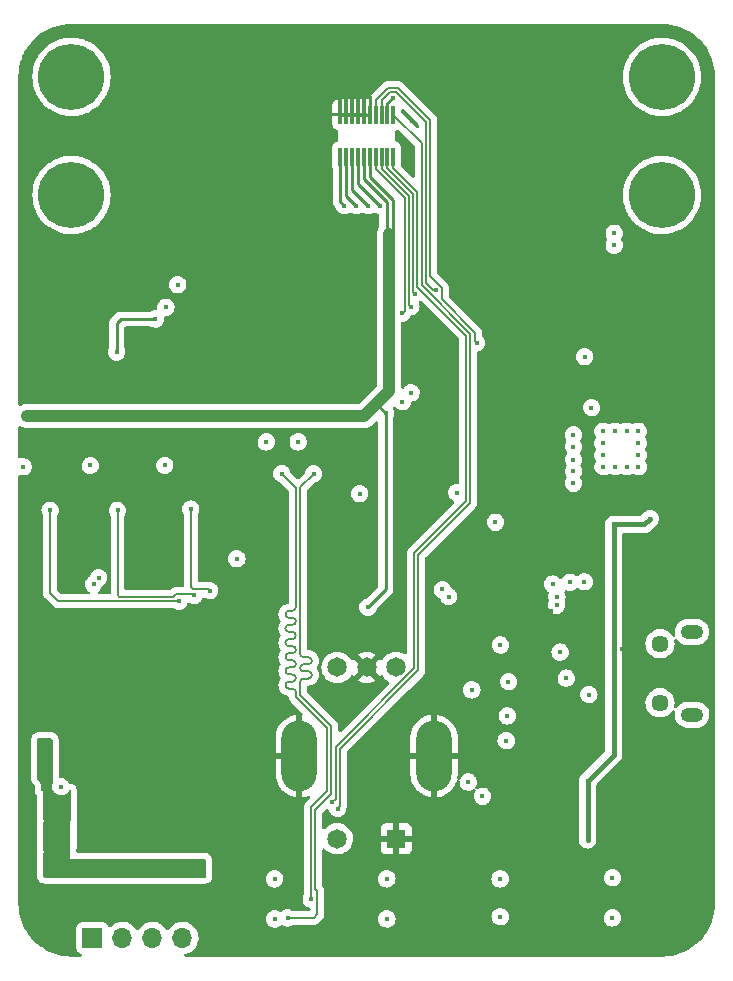
<source format=gbl>
G04 #@! TF.GenerationSoftware,KiCad,Pcbnew,(6.0.11-0)*
G04 #@! TF.CreationDate,2025-05-12T21:09:53-06:00*
G04 #@! TF.ProjectId,DigitalPCB,44696769-7461-46c5-9043-422e6b696361,rev?*
G04 #@! TF.SameCoordinates,Original*
G04 #@! TF.FileFunction,Copper,L4,Bot*
G04 #@! TF.FilePolarity,Positive*
%FSLAX46Y46*%
G04 Gerber Fmt 4.6, Leading zero omitted, Abs format (unit mm)*
G04 Created by KiCad (PCBNEW (6.0.11-0)) date 2025-05-12 21:09:53*
%MOMM*%
%LPD*%
G01*
G04 APERTURE LIST*
G04 #@! TA.AperFunction,ComponentPad*
%ADD10C,5.600000*%
G04 #@! TD*
G04 #@! TA.AperFunction,ComponentPad*
%ADD11O,1.900000X1.200000*%
G04 #@! TD*
G04 #@! TA.AperFunction,ComponentPad*
%ADD12C,1.450000*%
G04 #@! TD*
G04 #@! TA.AperFunction,ComponentPad*
%ADD13R,1.650000X1.650000*%
G04 #@! TD*
G04 #@! TA.AperFunction,ComponentPad*
%ADD14C,1.650000*%
G04 #@! TD*
G04 #@! TA.AperFunction,ComponentPad*
%ADD15O,3.000000X6.000000*%
G04 #@! TD*
G04 #@! TA.AperFunction,ComponentPad*
%ADD16R,1.700000X1.700000*%
G04 #@! TD*
G04 #@! TA.AperFunction,ComponentPad*
%ADD17O,1.700000X1.700000*%
G04 #@! TD*
G04 #@! TA.AperFunction,SMDPad,CuDef*
%ADD18R,0.300000X1.600000*%
G04 #@! TD*
G04 #@! TA.AperFunction,ViaPad*
%ADD19C,0.450000*%
G04 #@! TD*
G04 #@! TA.AperFunction,Conductor*
%ADD20C,0.250000*%
G04 #@! TD*
G04 #@! TA.AperFunction,Conductor*
%ADD21C,1.000000*%
G04 #@! TD*
G04 #@! TA.AperFunction,Conductor*
%ADD22C,0.450000*%
G04 #@! TD*
G04 #@! TA.AperFunction,Conductor*
%ADD23C,0.160000*%
G04 #@! TD*
G04 APERTURE END LIST*
D10*
X55000000Y-65000000D03*
D11*
X107537500Y-102000000D03*
X107537500Y-109000000D03*
D12*
X104837500Y-103000000D03*
X104837500Y-108000000D03*
D13*
X82500000Y-119500000D03*
D14*
X77500000Y-119500000D03*
X82500000Y-105000000D03*
X77500000Y-105000000D03*
X80000000Y-105000000D03*
D15*
X85700000Y-112500000D03*
X74300000Y-112500000D03*
D10*
X105000000Y-55000000D03*
D16*
X56780000Y-127900000D03*
D17*
X59320000Y-127900000D03*
X61860000Y-127900000D03*
X64400000Y-127900000D03*
D10*
X105000000Y-65000000D03*
X55000000Y-55000000D03*
D18*
X77750000Y-61800000D03*
X77750000Y-58200000D03*
X78250000Y-61800000D03*
X78250000Y-58200000D03*
X78750000Y-61800000D03*
X78750000Y-58200000D03*
X79250000Y-61800000D03*
X79250000Y-58200000D03*
X79750000Y-61800000D03*
X79750000Y-58200000D03*
X80250000Y-61800000D03*
X80250000Y-58200000D03*
X80750000Y-61800000D03*
X80750000Y-58200000D03*
X81250000Y-61800000D03*
X81250000Y-58200000D03*
X81750000Y-61800000D03*
X81750000Y-58200000D03*
X82250000Y-61800000D03*
X82250000Y-58200000D03*
D19*
X62900000Y-87900000D03*
X89800000Y-115900000D03*
X61800000Y-122300000D03*
X91300000Y-122900000D03*
X64900000Y-122300000D03*
X53600000Y-121600000D03*
X91300000Y-126100000D03*
X88600000Y-114700000D03*
X101000000Y-85000000D03*
X90900000Y-92700000D03*
X100957499Y-68242501D03*
X102000000Y-88000000D03*
X74200000Y-85900000D03*
X83750000Y-81750000D03*
X100000000Y-85000000D03*
X97206400Y-97793600D03*
X81700000Y-126300000D03*
X63000000Y-74500000D03*
X102000000Y-85000000D03*
X100000000Y-86000000D03*
X100000000Y-87000000D03*
X98410000Y-97748600D03*
X83000000Y-82500000D03*
X52700000Y-111700000D03*
X103000000Y-87000000D03*
X50900000Y-88000000D03*
X53600000Y-118100000D03*
X72200000Y-126300000D03*
X71500000Y-85900000D03*
X103000000Y-86000000D03*
X55600000Y-122300000D03*
X81700000Y-122900000D03*
X101000000Y-88000000D03*
X103000000Y-85000000D03*
X100800000Y-126200000D03*
X95750000Y-97950000D03*
X100000000Y-88000000D03*
X72200000Y-122900000D03*
X58700000Y-122300000D03*
X100957499Y-69242501D03*
X56600000Y-87900000D03*
X103000000Y-88000000D03*
X100800000Y-122800000D03*
X64000000Y-72600000D03*
X80100000Y-65900000D03*
X97500000Y-86300000D03*
X97500000Y-89400000D03*
X97500000Y-87400000D03*
X79100000Y-65900000D03*
X97500000Y-88400000D03*
X78100000Y-65900000D03*
X97500000Y-85300000D03*
X81100000Y-65900000D03*
X54200000Y-83700000D03*
X61700000Y-83700000D03*
X55700000Y-83700000D03*
X63200000Y-83700000D03*
X81600000Y-83500000D03*
X58700000Y-83700000D03*
X57200000Y-83700000D03*
X58825000Y-78300000D03*
X60200000Y-83700000D03*
X52700000Y-83700000D03*
X64700000Y-83700000D03*
X62100000Y-75500000D03*
X51200000Y-83700000D03*
X80100000Y-99900000D03*
X98700000Y-114600000D03*
X98700000Y-117000000D03*
X101900000Y-92900000D03*
X104000000Y-92400000D03*
X100900000Y-92900000D03*
X103000000Y-92900000D03*
X98700000Y-119600000D03*
X98800000Y-107300000D03*
X98449500Y-78700000D03*
X54100000Y-115100000D03*
X91800000Y-111200000D03*
X91900000Y-109100000D03*
X88900000Y-106900000D03*
X99029500Y-83000000D03*
X69000000Y-95800000D03*
X57300000Y-97400000D03*
X86400000Y-98400000D03*
X86929500Y-99000000D03*
X56875132Y-97955690D03*
X96900000Y-105900000D03*
X96100000Y-99000000D03*
X96370500Y-103700000D03*
X96075338Y-99724165D03*
X75500000Y-88600000D03*
X73300000Y-126200000D03*
X72800000Y-88600000D03*
X75300000Y-124600000D03*
X92000000Y-106200000D03*
X91320500Y-103100000D03*
X79400000Y-90300000D03*
X87600000Y-90200000D03*
X83729500Y-74470500D03*
X84089500Y-73370500D03*
X85828972Y-73071028D03*
X83000000Y-75000000D03*
X89300000Y-77500000D03*
X58100000Y-102600000D03*
X56600000Y-107100000D03*
X62600000Y-105600000D03*
X59600000Y-102600000D03*
X55100000Y-110100000D03*
X107800000Y-117200000D03*
X98800000Y-124500000D03*
X59600000Y-105600000D03*
X88600000Y-93700000D03*
X107800000Y-122500000D03*
X56600000Y-110100000D03*
X58100000Y-105600000D03*
X103100000Y-98900000D03*
X82200000Y-128300000D03*
X58700000Y-124800000D03*
X83800000Y-58700000D03*
X95580973Y-100219047D03*
X70200000Y-124600000D03*
X107400000Y-99000000D03*
X50800000Y-119300000D03*
X58100000Y-104100000D03*
X59600000Y-108600000D03*
X58100000Y-107100000D03*
X63500000Y-117900000D03*
X55100000Y-91300000D03*
X56600000Y-105600000D03*
X61800000Y-124800000D03*
X101600000Y-103400000D03*
X59700000Y-87100000D03*
X50700000Y-115200000D03*
X67800000Y-78300000D03*
X93300000Y-117400000D03*
X57100000Y-117800000D03*
X98400000Y-94600000D03*
X92700000Y-104200000D03*
X56600000Y-104100000D03*
X61100000Y-102600000D03*
X79900000Y-96400000D03*
X77700000Y-56300000D03*
X96500000Y-95000000D03*
X96400000Y-124500000D03*
X65800000Y-87100000D03*
X54600000Y-70800000D03*
X101600000Y-82900000D03*
X76600000Y-57200000D03*
X62600000Y-102600000D03*
X62600000Y-104100000D03*
X94800000Y-106100000D03*
X80200000Y-56600000D03*
X62600000Y-107100000D03*
X108100000Y-88500000D03*
X59600000Y-104100000D03*
X67800000Y-124600000D03*
X76600000Y-58200000D03*
X55600000Y-124800000D03*
X61200000Y-91200000D03*
X59400000Y-73600000D03*
X107300000Y-86000000D03*
X102900000Y-103400000D03*
X93300000Y-119500000D03*
X90500000Y-110000000D03*
X72700000Y-128300000D03*
X61100000Y-108600000D03*
X51900000Y-120600000D03*
X89300000Y-124500000D03*
X100400000Y-90900000D03*
X94500000Y-92400000D03*
X75700000Y-96300000D03*
X101800000Y-111300000D03*
X55400000Y-78300000D03*
X107100000Y-110500000D03*
X109200000Y-89700000D03*
X84100000Y-75600000D03*
X96600000Y-128300000D03*
X55100000Y-102600000D03*
X54600000Y-74500000D03*
X99900000Y-72900000D03*
X77400000Y-124600000D03*
X82200000Y-56800000D03*
X62600000Y-108600000D03*
X106100000Y-84700000D03*
X64900000Y-124800000D03*
X78600000Y-56300000D03*
X105000000Y-110700000D03*
X96900000Y-112500000D03*
X107300000Y-87700000D03*
X74100000Y-88600000D03*
X51100000Y-111700000D03*
X59600000Y-110100000D03*
X100800000Y-128200000D03*
X104400000Y-93700000D03*
X85100000Y-75600000D03*
X55100000Y-104100000D03*
X55000000Y-98200000D03*
X79700000Y-124600000D03*
X55100000Y-107100000D03*
X79400000Y-56300000D03*
X106200000Y-72600000D03*
X51900000Y-118000000D03*
X56600000Y-108600000D03*
X87200000Y-96800000D03*
X55300000Y-94100000D03*
X61100000Y-105600000D03*
X61100000Y-110100000D03*
X83800000Y-62800000D03*
X54600000Y-72600000D03*
X58100000Y-108600000D03*
X59600000Y-107100000D03*
X96600000Y-109900000D03*
X106200000Y-80200000D03*
X55100000Y-108600000D03*
X61600000Y-78300000D03*
X62600000Y-110100000D03*
X59400000Y-71700000D03*
X60300000Y-117900000D03*
X76600000Y-56300000D03*
X58100000Y-110100000D03*
X91600000Y-128000000D03*
X61100000Y-107100000D03*
X86900000Y-124500000D03*
X55100000Y-105600000D03*
X100400000Y-89800000D03*
X108400000Y-110500000D03*
X51700000Y-115100000D03*
X61100000Y-104100000D03*
X71500000Y-99700000D03*
X95000000Y-121300000D03*
X56600000Y-102600000D03*
X86900000Y-128400000D03*
X53400000Y-87100000D03*
X76100000Y-99300000D03*
X77100000Y-116400000D03*
X77536976Y-116946220D03*
X66700000Y-98500000D03*
X65100000Y-91600000D03*
X65400000Y-98900000D03*
X58900000Y-91700000D03*
X53200000Y-91700000D03*
X64100000Y-99400000D03*
D20*
X78250000Y-61800000D02*
X78250000Y-65050000D01*
X77750000Y-61800000D02*
X77750000Y-65550000D01*
X78250000Y-65050000D02*
X79100000Y-65900000D01*
X78750000Y-64550000D02*
X80100000Y-65900000D01*
X79250000Y-61800000D02*
X79250000Y-64050000D01*
X79250000Y-64050000D02*
X81100000Y-65900000D01*
X78750000Y-61800000D02*
X78750000Y-64550000D01*
X77750000Y-65550000D02*
X78100000Y-65900000D01*
X81600000Y-83500000D02*
X81600000Y-83600000D01*
D21*
X79800000Y-83700000D02*
X80800000Y-82700000D01*
D20*
X80800000Y-82700000D02*
X81600000Y-83500000D01*
X59200000Y-75500000D02*
X58825000Y-75875000D01*
X80250000Y-63450000D02*
X82200000Y-65400000D01*
D21*
X58400000Y-83700000D02*
X59500000Y-83700000D01*
X81900000Y-81600000D02*
X81900000Y-68300000D01*
D20*
X79750000Y-61800000D02*
X79750000Y-63650000D01*
X59200000Y-75500000D02*
X62100000Y-75500000D01*
X82200000Y-65400000D02*
X82200000Y-68400000D01*
X58825000Y-75875000D02*
X58825000Y-78300000D01*
D21*
X51200000Y-83700000D02*
X52200000Y-83700000D01*
D20*
X79750000Y-63650000D02*
X81700000Y-65600000D01*
D21*
X59500000Y-83700000D02*
X63600000Y-83700000D01*
X63600000Y-83700000D02*
X64500000Y-83700000D01*
X57400000Y-83700000D02*
X58400000Y-83700000D01*
X53200000Y-83700000D02*
X57400000Y-83700000D01*
D20*
X81700000Y-65600000D02*
X81700000Y-68400000D01*
X81600000Y-98400000D02*
X80100000Y-99900000D01*
D21*
X65500000Y-83700000D02*
X65800000Y-83700000D01*
X80800000Y-82700000D02*
X81900000Y-81600000D01*
X64500000Y-83700000D02*
X65500000Y-83700000D01*
X52200000Y-83700000D02*
X53200000Y-83700000D01*
X65800000Y-83700000D02*
X79800000Y-83700000D01*
D20*
X80250000Y-61800000D02*
X80250000Y-63450000D01*
X81600000Y-83600000D02*
X81600000Y-98400000D01*
D22*
X100900000Y-92900000D02*
X101900000Y-92900000D01*
X100900000Y-92900000D02*
X100900000Y-112400000D01*
X103500000Y-92900000D02*
X104000000Y-92400000D01*
X100900000Y-112400000D02*
X98700000Y-114600000D01*
X98700000Y-114600000D02*
X98700000Y-119600000D01*
X101900000Y-92900000D02*
X103000000Y-92900000D01*
X103000000Y-92900000D02*
X103500000Y-92900000D01*
D23*
X77000000Y-109990884D02*
X77000000Y-115700000D01*
X74660000Y-104140000D02*
X75060000Y-104140000D01*
X74660000Y-105340000D02*
X75060000Y-105340000D01*
X75500000Y-88600000D02*
X74360000Y-89740000D01*
X75060000Y-104740000D02*
X74660000Y-104740000D01*
X75660000Y-117040000D02*
X75660000Y-123800000D01*
X74360000Y-107350884D02*
X77000000Y-109990884D01*
X74360000Y-106290000D02*
X74360000Y-107350884D01*
X74360000Y-89740000D02*
X74360000Y-103840000D01*
X74360000Y-106240000D02*
X74360000Y-106290000D01*
X75830000Y-123970000D02*
X75830000Y-125870000D01*
X75060000Y-105940000D02*
X74660000Y-105940000D01*
X75660000Y-123800000D02*
X75830000Y-123970000D01*
X75830000Y-125870000D02*
X75500000Y-126200000D01*
X77000000Y-115700000D02*
X75660000Y-117040000D01*
X75500000Y-126200000D02*
X73300000Y-126200000D01*
X75360000Y-104440000D02*
G75*
G03*
X75060000Y-104140000I-300000J0D01*
G01*
X75360000Y-105640000D02*
G75*
G03*
X75060000Y-105340000I-300000J0D01*
G01*
X74360000Y-105040000D02*
G75*
G02*
X74660000Y-104740000I300000J0D01*
G01*
X74660000Y-105340000D02*
G75*
G02*
X74360000Y-105040000I0J300000D01*
G01*
X74360000Y-106240000D02*
G75*
G02*
X74660000Y-105940000I300000J0D01*
G01*
X75060000Y-104740000D02*
G75*
G03*
X75360000Y-104440000I0J300000D01*
G01*
X74660000Y-104140000D02*
G75*
G02*
X74360000Y-103840000I0J300000D01*
G01*
X75060000Y-105940000D02*
G75*
G03*
X75360000Y-105640000I0J300000D01*
G01*
X73700000Y-100200000D02*
X73413564Y-100200000D01*
X74000000Y-107150000D02*
X74000000Y-107500000D01*
X76600000Y-110100000D02*
X76600000Y-115500000D01*
X73700000Y-102600000D02*
X73413564Y-102600000D01*
X75300000Y-116800000D02*
X75300000Y-124600000D01*
X72800000Y-88600000D02*
X74000000Y-89800000D01*
X73700000Y-106200000D02*
X73413564Y-106200000D01*
X73700000Y-101400000D02*
X73413564Y-101400000D01*
X74000000Y-107100000D02*
X74000000Y-107150000D01*
X73413564Y-103200000D02*
X73700000Y-103200000D01*
X73413564Y-102000000D02*
X73700000Y-102000000D01*
X74000000Y-89800000D02*
X74000000Y-99900000D01*
X76600000Y-115500000D02*
X75300000Y-116800000D01*
X73700000Y-103800000D02*
X73413564Y-103800000D01*
X73413564Y-104400000D02*
X73700000Y-104400000D01*
X74000000Y-107500000D02*
X76600000Y-110100000D01*
X73413564Y-106800000D02*
X73700000Y-106800000D01*
X73413564Y-100800000D02*
X73700000Y-100800000D01*
X73413564Y-105600000D02*
X73700000Y-105600000D01*
X73700000Y-105000000D02*
X73413564Y-105000000D01*
X73413564Y-100800036D02*
G75*
G02*
X73113564Y-100500000I36J300036D01*
G01*
X73700000Y-102600000D02*
G75*
G03*
X74000000Y-102300000I0J300000D01*
G01*
X74000000Y-103500000D02*
G75*
G03*
X73700000Y-103200000I-300000J0D01*
G01*
X73113600Y-104100000D02*
G75*
G02*
X73413564Y-103800000I300000J0D01*
G01*
X73413564Y-103200036D02*
G75*
G02*
X73113564Y-102900000I36J300036D01*
G01*
X73413564Y-105600036D02*
G75*
G02*
X73113564Y-105300000I36J300036D01*
G01*
X74000000Y-101100000D02*
G75*
G03*
X73700000Y-100800000I-300000J0D01*
G01*
X73113600Y-101700000D02*
G75*
G02*
X73413564Y-101400000I300000J0D01*
G01*
X73113600Y-100500000D02*
G75*
G02*
X73413564Y-100200000I300000J0D01*
G01*
X73413564Y-106800036D02*
G75*
G02*
X73113564Y-106500000I36J300036D01*
G01*
X73413564Y-102000036D02*
G75*
G02*
X73113564Y-101700000I36J300036D01*
G01*
X73113600Y-105300000D02*
G75*
G02*
X73413564Y-105000000I300000J0D01*
G01*
X74000000Y-105900000D02*
G75*
G03*
X73700000Y-105600000I-300000J0D01*
G01*
X73700000Y-105000000D02*
G75*
G03*
X74000000Y-104700000I0J300000D01*
G01*
X74000000Y-107100000D02*
G75*
G03*
X73700000Y-106800000I-300000J0D01*
G01*
X73413564Y-104400036D02*
G75*
G02*
X73113564Y-104100000I36J300036D01*
G01*
X73700000Y-106200000D02*
G75*
G03*
X74000000Y-105900000I0J300000D01*
G01*
X73700000Y-103800000D02*
G75*
G03*
X74000000Y-103500000I0J300000D01*
G01*
X74000000Y-104700000D02*
G75*
G03*
X73700000Y-104400000I-300000J0D01*
G01*
X74000000Y-102300000D02*
G75*
G03*
X73700000Y-102000000I-300000J0D01*
G01*
X73113600Y-102900000D02*
G75*
G02*
X73413564Y-102600000I300000J0D01*
G01*
X73113600Y-106500000D02*
G75*
G02*
X73413564Y-106200000I300000J0D01*
G01*
X73700000Y-100200000D02*
G75*
G03*
X74000000Y-99900000I0J300000D01*
G01*
X73700000Y-101400000D02*
G75*
G03*
X74000000Y-101100000I0J300000D01*
G01*
X83560000Y-65070000D02*
X83560000Y-74301000D01*
X83560000Y-74301000D02*
X83729500Y-74470500D01*
X81250000Y-62760000D02*
X83560000Y-65070000D01*
X81250000Y-61800000D02*
X81250000Y-62760000D01*
X81750000Y-61800000D02*
X81750000Y-62750884D01*
X83920000Y-64920884D02*
X83920000Y-73201000D01*
X81750000Y-62750884D02*
X83920000Y-64920884D01*
X83920000Y-73201000D02*
X84089500Y-73370500D01*
X85589260Y-73071028D02*
X85828972Y-73071028D01*
X81250000Y-57000466D02*
X81980466Y-56270000D01*
X81980466Y-56270000D02*
X82470000Y-56270000D01*
X85000000Y-58800000D02*
X85000000Y-72481768D01*
X85000000Y-72481768D02*
X85589260Y-73071028D01*
X81250000Y-58200000D02*
X81250000Y-57000466D01*
X82470000Y-56270000D02*
X85000000Y-58800000D01*
X83200000Y-74800000D02*
X83000000Y-75000000D01*
X80750000Y-62810000D02*
X83200000Y-65260000D01*
X80750000Y-61800000D02*
X80750000Y-62810000D01*
X83200000Y-65260000D02*
X83200000Y-74800000D01*
X85360000Y-58650884D02*
X85360000Y-71852522D01*
X89200000Y-76681767D02*
X89200000Y-77400000D01*
X80750000Y-58200000D02*
X80750000Y-56991350D01*
X80750000Y-56991350D02*
X81831350Y-55910000D01*
X85360000Y-71852522D02*
X86358972Y-72851494D01*
X89200000Y-77400000D02*
X89300000Y-77500000D01*
X82619116Y-55910000D02*
X85360000Y-58650884D01*
X86358972Y-73840739D02*
X89200000Y-76681767D01*
X86358972Y-72851494D02*
X86358972Y-73840739D01*
X81831350Y-55910000D02*
X82619116Y-55910000D01*
D20*
X80250000Y-58200000D02*
X80250000Y-56650000D01*
X77750000Y-58200000D02*
X80250000Y-58200000D01*
X80250000Y-56650000D02*
X80200000Y-56600000D01*
X81750000Y-58200000D02*
X81750000Y-57250000D01*
X81750000Y-57250000D02*
X82200000Y-56800000D01*
D23*
X84000000Y-105062706D02*
X77360000Y-111702706D01*
X84280000Y-64771767D02*
X84280000Y-72780000D01*
X84280000Y-72780000D02*
X88400000Y-76900000D01*
X84000000Y-95300000D02*
X84000000Y-105062706D01*
X88400000Y-90900000D02*
X84000000Y-95300000D01*
X77360000Y-111702706D02*
X77360000Y-116140000D01*
X77360000Y-116140000D02*
X77100000Y-116400000D01*
X82250000Y-61800000D02*
X82250000Y-62741768D01*
X82250000Y-62741768D02*
X84280000Y-64771767D01*
X88400000Y-76900000D02*
X88400000Y-90900000D01*
X77720000Y-111880000D02*
X77720000Y-116763196D01*
X82250000Y-58200000D02*
X84640000Y-60590000D01*
X84360000Y-95449116D02*
X84360000Y-105240000D01*
X77720000Y-111880000D02*
X84360000Y-105240000D01*
X77720000Y-116763196D02*
X77536976Y-116946220D01*
X88760000Y-91049116D02*
X84360000Y-95449116D01*
X88760000Y-76750883D02*
X88760000Y-91049116D01*
X84640000Y-72630884D02*
X88760000Y-76750883D01*
X84640000Y-60590000D02*
X84640000Y-72630884D01*
X65100000Y-98170000D02*
X65100000Y-91600000D01*
X66570000Y-98370000D02*
X65300000Y-98370000D01*
X65300000Y-98370000D02*
X65100000Y-98170000D01*
X66700000Y-98500000D02*
X66570000Y-98370000D01*
X59040000Y-99040000D02*
X58900000Y-98900000D01*
X63600000Y-99040000D02*
X59040000Y-99040000D01*
X65300000Y-98800000D02*
X63840000Y-98800000D01*
X58900000Y-98900000D02*
X58900000Y-91700000D01*
X65400000Y-98900000D02*
X65300000Y-98800000D01*
X63840000Y-98800000D02*
X63600000Y-99040000D01*
X64100000Y-99400000D02*
X53900000Y-99400000D01*
X53900000Y-99400000D02*
X53200000Y-98700000D01*
X53200000Y-98700000D02*
X53200000Y-91700000D01*
G04 #@! TA.AperFunction,Conductor*
G36*
X104970018Y-50510000D02*
G01*
X104984851Y-50512310D01*
X104984855Y-50512310D01*
X104993724Y-50513691D01*
X105014183Y-50511016D01*
X105036007Y-50510072D01*
X105385965Y-50525352D01*
X105396913Y-50526310D01*
X105774498Y-50576019D01*
X105785307Y-50577926D01*
X106157114Y-50660353D01*
X106167731Y-50663198D01*
X106530939Y-50777718D01*
X106541254Y-50781471D01*
X106893123Y-50927220D01*
X106903067Y-50931858D01*
X107240867Y-51107705D01*
X107250387Y-51113201D01*
X107571574Y-51317820D01*
X107580578Y-51324124D01*
X107882716Y-51555962D01*
X107891137Y-51563028D01*
X108171914Y-51820314D01*
X108179686Y-51828086D01*
X108436972Y-52108863D01*
X108444038Y-52117284D01*
X108675876Y-52419422D01*
X108682180Y-52428426D01*
X108886799Y-52749613D01*
X108892294Y-52759132D01*
X109017459Y-52999570D01*
X109068138Y-53096924D01*
X109072780Y-53106877D01*
X109148909Y-53290669D01*
X109218526Y-53458739D01*
X109222282Y-53469061D01*
X109267783Y-53613369D01*
X109336802Y-53832268D01*
X109339647Y-53842886D01*
X109422073Y-54214685D01*
X109423981Y-54225502D01*
X109431841Y-54285206D01*
X109473690Y-54603086D01*
X109474648Y-54614036D01*
X109489603Y-54956552D01*
X109488223Y-54981429D01*
X109486309Y-54993724D01*
X109487473Y-55002626D01*
X109487473Y-55002628D01*
X109488771Y-55012552D01*
X109490390Y-55024928D01*
X109490436Y-55025283D01*
X109491500Y-55041621D01*
X109491500Y-124950633D01*
X109490000Y-124970018D01*
X109487690Y-124984851D01*
X109487690Y-124984855D01*
X109486309Y-124993724D01*
X109488984Y-125014183D01*
X109489928Y-125036007D01*
X109480198Y-125258854D01*
X109474648Y-125385964D01*
X109473690Y-125396913D01*
X109424337Y-125771797D01*
X109423982Y-125774490D01*
X109422074Y-125785307D01*
X109342673Y-126143465D01*
X109339647Y-126157114D01*
X109336802Y-126167731D01*
X109222323Y-126530813D01*
X109222285Y-126530932D01*
X109218529Y-126541254D01*
X109073430Y-126891555D01*
X109072784Y-126893114D01*
X109068142Y-126903067D01*
X108902357Y-127221538D01*
X108892295Y-127240867D01*
X108886799Y-127250387D01*
X108682180Y-127571574D01*
X108675876Y-127580578D01*
X108444038Y-127882716D01*
X108436972Y-127891137D01*
X108179686Y-128171914D01*
X108171914Y-128179686D01*
X107891137Y-128436972D01*
X107882716Y-128444038D01*
X107580578Y-128675876D01*
X107571574Y-128682180D01*
X107535616Y-128705088D01*
X107265392Y-128877240D01*
X107250387Y-128886799D01*
X107240868Y-128892294D01*
X106903067Y-129068142D01*
X106893123Y-129072780D01*
X106541254Y-129218529D01*
X106530939Y-129222282D01*
X106167732Y-129336802D01*
X106157115Y-129339647D01*
X105785307Y-129422074D01*
X105774498Y-129423981D01*
X105413564Y-129471498D01*
X105396914Y-129473690D01*
X105385965Y-129474648D01*
X105043446Y-129489603D01*
X105018571Y-129488223D01*
X105006276Y-129486309D01*
X104997374Y-129487473D01*
X104997372Y-129487473D01*
X104982323Y-129489441D01*
X104974714Y-129490436D01*
X104958379Y-129491500D01*
X64643588Y-129491500D01*
X64575467Y-129471498D01*
X64528974Y-129417842D01*
X64518870Y-129347568D01*
X64548364Y-129282988D01*
X64608090Y-129244604D01*
X64627578Y-129240521D01*
X64678288Y-129234025D01*
X64678289Y-129234025D01*
X64683416Y-129233368D01*
X64688366Y-129231883D01*
X64892429Y-129170661D01*
X64892434Y-129170659D01*
X64897384Y-129169174D01*
X65097994Y-129070896D01*
X65279860Y-128941173D01*
X65438096Y-128783489D01*
X65510894Y-128682180D01*
X65565435Y-128606277D01*
X65568453Y-128602077D01*
X65589320Y-128559857D01*
X65665136Y-128406453D01*
X65665137Y-128406451D01*
X65667430Y-128401811D01*
X65732370Y-128188069D01*
X65761529Y-127966590D01*
X65763156Y-127900000D01*
X65744852Y-127677361D01*
X65690431Y-127460702D01*
X65601354Y-127255840D01*
X65480014Y-127068277D01*
X65329670Y-126903051D01*
X65325619Y-126899852D01*
X65325615Y-126899848D01*
X65158414Y-126767800D01*
X65158410Y-126767798D01*
X65154359Y-126764598D01*
X65137768Y-126755439D01*
X65053688Y-126709025D01*
X64958789Y-126656638D01*
X64953920Y-126654914D01*
X64953916Y-126654912D01*
X64753087Y-126583795D01*
X64753083Y-126583794D01*
X64748212Y-126582069D01*
X64743119Y-126581162D01*
X64743116Y-126581161D01*
X64533373Y-126543800D01*
X64533367Y-126543799D01*
X64528284Y-126542894D01*
X64454452Y-126541992D01*
X64310081Y-126540228D01*
X64310079Y-126540228D01*
X64304911Y-126540165D01*
X64084091Y-126573955D01*
X63871756Y-126643357D01*
X63822982Y-126668747D01*
X63688764Y-126738617D01*
X63673607Y-126746507D01*
X63669474Y-126749610D01*
X63669471Y-126749612D01*
X63499100Y-126877530D01*
X63494965Y-126880635D01*
X63491393Y-126884373D01*
X63358856Y-127023065D01*
X63340629Y-127042138D01*
X63233201Y-127199621D01*
X63178293Y-127244621D01*
X63107768Y-127252792D01*
X63044021Y-127221538D01*
X63023324Y-127197054D01*
X62942822Y-127072617D01*
X62942820Y-127072614D01*
X62940014Y-127068277D01*
X62789670Y-126903051D01*
X62785619Y-126899852D01*
X62785615Y-126899848D01*
X62618414Y-126767800D01*
X62618410Y-126767798D01*
X62614359Y-126764598D01*
X62597768Y-126755439D01*
X62513688Y-126709025D01*
X62418789Y-126656638D01*
X62413920Y-126654914D01*
X62413916Y-126654912D01*
X62213087Y-126583795D01*
X62213083Y-126583794D01*
X62208212Y-126582069D01*
X62203119Y-126581162D01*
X62203116Y-126581161D01*
X61993373Y-126543800D01*
X61993367Y-126543799D01*
X61988284Y-126542894D01*
X61914452Y-126541992D01*
X61770081Y-126540228D01*
X61770079Y-126540228D01*
X61764911Y-126540165D01*
X61544091Y-126573955D01*
X61331756Y-126643357D01*
X61282982Y-126668747D01*
X61148764Y-126738617D01*
X61133607Y-126746507D01*
X61129474Y-126749610D01*
X61129471Y-126749612D01*
X60959100Y-126877530D01*
X60954965Y-126880635D01*
X60951393Y-126884373D01*
X60818856Y-127023065D01*
X60800629Y-127042138D01*
X60693201Y-127199621D01*
X60638293Y-127244621D01*
X60567768Y-127252792D01*
X60504021Y-127221538D01*
X60483324Y-127197054D01*
X60402822Y-127072617D01*
X60402820Y-127072614D01*
X60400014Y-127068277D01*
X60249670Y-126903051D01*
X60245619Y-126899852D01*
X60245615Y-126899848D01*
X60078414Y-126767800D01*
X60078410Y-126767798D01*
X60074359Y-126764598D01*
X60057768Y-126755439D01*
X59973688Y-126709025D01*
X59878789Y-126656638D01*
X59873920Y-126654914D01*
X59873916Y-126654912D01*
X59673087Y-126583795D01*
X59673083Y-126583794D01*
X59668212Y-126582069D01*
X59663119Y-126581162D01*
X59663116Y-126581161D01*
X59453373Y-126543800D01*
X59453367Y-126543799D01*
X59448284Y-126542894D01*
X59374452Y-126541992D01*
X59230081Y-126540228D01*
X59230079Y-126540228D01*
X59224911Y-126540165D01*
X59004091Y-126573955D01*
X58791756Y-126643357D01*
X58742982Y-126668747D01*
X58608764Y-126738617D01*
X58593607Y-126746507D01*
X58589474Y-126749610D01*
X58589471Y-126749612D01*
X58419100Y-126877530D01*
X58414965Y-126880635D01*
X58358537Y-126939684D01*
X58334283Y-126965064D01*
X58272759Y-127000494D01*
X58201846Y-126997037D01*
X58144060Y-126955791D01*
X58125207Y-126922243D01*
X58083767Y-126811703D01*
X58080615Y-126803295D01*
X57993261Y-126686739D01*
X57876705Y-126599385D01*
X57740316Y-126548255D01*
X57678134Y-126541500D01*
X55881866Y-126541500D01*
X55819684Y-126548255D01*
X55683295Y-126599385D01*
X55566739Y-126686739D01*
X55479385Y-126803295D01*
X55428255Y-126939684D01*
X55421500Y-127001866D01*
X55421500Y-128798134D01*
X55428255Y-128860316D01*
X55479385Y-128996705D01*
X55566739Y-129113261D01*
X55683295Y-129200615D01*
X55691704Y-129203767D01*
X55691705Y-129203768D01*
X55808408Y-129247518D01*
X55865173Y-129290159D01*
X55889873Y-129356721D01*
X55874666Y-129426070D01*
X55824380Y-129476188D01*
X55764179Y-129491500D01*
X55049367Y-129491500D01*
X55029982Y-129490000D01*
X55015149Y-129487690D01*
X55015145Y-129487690D01*
X55006276Y-129486309D01*
X54985817Y-129488984D01*
X54963993Y-129489928D01*
X54614035Y-129474648D01*
X54603086Y-129473690D01*
X54586436Y-129471498D01*
X54225502Y-129423981D01*
X54214693Y-129422074D01*
X53842885Y-129339647D01*
X53832268Y-129336802D01*
X53469061Y-129222282D01*
X53458746Y-129218529D01*
X53106877Y-129072780D01*
X53096933Y-129068142D01*
X52759132Y-128892294D01*
X52749613Y-128886799D01*
X52734609Y-128877240D01*
X52464384Y-128705088D01*
X52428426Y-128682180D01*
X52419422Y-128675876D01*
X52117284Y-128444038D01*
X52108863Y-128436972D01*
X51828086Y-128179686D01*
X51820314Y-128171914D01*
X51563028Y-127891137D01*
X51555962Y-127882716D01*
X51324124Y-127580578D01*
X51317820Y-127571574D01*
X51113201Y-127250387D01*
X51107705Y-127240867D01*
X51097643Y-127221538D01*
X50931858Y-126903067D01*
X50927216Y-126893114D01*
X50926571Y-126891555D01*
X50781471Y-126541254D01*
X50777715Y-126530932D01*
X50777678Y-126530813D01*
X50663198Y-126167731D01*
X50660353Y-126157114D01*
X50657327Y-126143465D01*
X50577926Y-125785307D01*
X50576018Y-125774490D01*
X50575664Y-125771797D01*
X50526310Y-125396913D01*
X50525352Y-125385964D01*
X50519802Y-125258854D01*
X50510561Y-125047206D01*
X50512188Y-125020805D01*
X50512769Y-125017352D01*
X50512770Y-125017345D01*
X50513576Y-125012552D01*
X50513729Y-125000000D01*
X50509773Y-124972376D01*
X50508500Y-124954514D01*
X50508500Y-114415792D01*
X51586500Y-114415792D01*
X51598549Y-114526377D01*
X51599287Y-114529722D01*
X51599287Y-114529724D01*
X51600308Y-114534352D01*
X51610236Y-114579372D01*
X51611331Y-114582616D01*
X51611332Y-114582619D01*
X51631533Y-114642458D01*
X51645814Y-114684760D01*
X51666565Y-114716649D01*
X51719123Y-114797415D01*
X51725531Y-114807263D01*
X51766109Y-114853557D01*
X51767706Y-114852157D01*
X51773711Y-114857142D01*
X51794564Y-114879490D01*
X51799227Y-114885508D01*
X51798158Y-114886569D01*
X51859882Y-114948725D01*
X51863569Y-114952438D01*
X51881015Y-114974449D01*
X51886492Y-114983214D01*
X51892196Y-114992342D01*
X51904333Y-115017675D01*
X51911270Y-115037596D01*
X51917492Y-115064983D01*
X51919993Y-115087273D01*
X51919552Y-115118861D01*
X51915543Y-115147381D01*
X51910842Y-115168034D01*
X51900957Y-115199111D01*
X51900950Y-115199136D01*
X51900431Y-115200767D01*
X51893502Y-115227577D01*
X51882393Y-115282990D01*
X51882393Y-115429148D01*
X51892497Y-115499422D01*
X51893763Y-115503734D01*
X51893764Y-115503738D01*
X51918423Y-115587717D01*
X51933674Y-115639657D01*
X51938544Y-115647236D01*
X51938546Y-115647239D01*
X51977483Y-115707825D01*
X52012692Y-115762612D01*
X52015634Y-115766007D01*
X52015636Y-115766010D01*
X52055725Y-115812275D01*
X52085218Y-115876856D01*
X52086500Y-115894787D01*
X52086500Y-117758304D01*
X52093692Y-117843945D01*
X52100701Y-117885382D01*
X52101355Y-117887928D01*
X52112472Y-117931226D01*
X52115644Y-117948511D01*
X52119993Y-117987273D01*
X52119553Y-118018855D01*
X52111944Y-118072995D01*
X52108529Y-118089339D01*
X52103149Y-118108610D01*
X52094937Y-118153352D01*
X52093695Y-118167000D01*
X52086857Y-118242133D01*
X52086500Y-118246052D01*
X52086500Y-120358304D01*
X52093692Y-120443945D01*
X52100701Y-120485382D01*
X52101355Y-120487928D01*
X52112472Y-120531226D01*
X52115644Y-120548511D01*
X52119993Y-120587273D01*
X52119553Y-120618855D01*
X52114319Y-120656099D01*
X52111944Y-120672995D01*
X52108529Y-120689339D01*
X52103149Y-120708610D01*
X52094937Y-120753352D01*
X52094677Y-120756211D01*
X52087179Y-120838594D01*
X52086500Y-120846052D01*
X52086500Y-122674000D01*
X52086860Y-122677346D01*
X52086860Y-122677351D01*
X52093968Y-122743465D01*
X52098234Y-122783149D01*
X52098952Y-122786449D01*
X52098952Y-122786450D01*
X52107237Y-122824534D01*
X52109620Y-122835491D01*
X52135571Y-122913460D01*
X52137951Y-122920610D01*
X52144290Y-122939657D01*
X52223308Y-123062612D01*
X52226250Y-123066007D01*
X52226252Y-123066010D01*
X52241466Y-123083568D01*
X52269801Y-123116268D01*
X52273194Y-123119208D01*
X52373450Y-123206081D01*
X52373453Y-123206083D01*
X52380261Y-123211982D01*
X52513210Y-123272698D01*
X52535786Y-123279327D01*
X52577008Y-123291431D01*
X52577012Y-123291432D01*
X52581331Y-123292700D01*
X52585780Y-123293340D01*
X52585786Y-123293341D01*
X52721553Y-123312861D01*
X52721558Y-123312861D01*
X52726000Y-123313500D01*
X66274000Y-123313500D01*
X66277346Y-123313140D01*
X66277351Y-123313140D01*
X66379785Y-123302128D01*
X66379792Y-123302127D01*
X66383149Y-123301766D01*
X66386450Y-123301048D01*
X66432210Y-123291094D01*
X66432215Y-123291093D01*
X66435491Y-123290380D01*
X66539657Y-123255710D01*
X66662612Y-123176692D01*
X66701178Y-123143275D01*
X66712875Y-123133139D01*
X66716268Y-123130199D01*
X66771888Y-123066010D01*
X66806081Y-123026550D01*
X66806083Y-123026547D01*
X66811982Y-123019739D01*
X66871372Y-122889694D01*
X71461931Y-122889694D01*
X71477989Y-123053468D01*
X71529932Y-123209615D01*
X71533581Y-123215640D01*
X71592848Y-123313500D01*
X71615179Y-123350373D01*
X71620070Y-123355438D01*
X71620071Y-123355439D01*
X71654948Y-123391555D01*
X71729491Y-123468747D01*
X71867189Y-123558854D01*
X72021428Y-123616215D01*
X72028409Y-123617146D01*
X72028411Y-123617147D01*
X72177561Y-123637048D01*
X72177565Y-123637048D01*
X72184542Y-123637979D01*
X72191553Y-123637341D01*
X72191557Y-123637341D01*
X72341403Y-123623704D01*
X72341404Y-123623704D01*
X72348424Y-123623065D01*
X72377062Y-123613760D01*
X72498230Y-123574390D01*
X72498233Y-123574389D01*
X72504929Y-123572213D01*
X72646279Y-123487951D01*
X72765449Y-123374468D01*
X72769350Y-123368597D01*
X72852614Y-123243275D01*
X72852615Y-123243273D01*
X72856515Y-123237403D01*
X72914951Y-123083568D01*
X72933235Y-122953468D01*
X72937302Y-122924534D01*
X72937303Y-122924527D01*
X72937853Y-122920610D01*
X72938141Y-122900000D01*
X72919798Y-122736466D01*
X72913998Y-122719809D01*
X72867998Y-122587717D01*
X72865680Y-122581060D01*
X72778476Y-122441505D01*
X72685104Y-122347479D01*
X72667486Y-122329737D01*
X72667482Y-122329734D01*
X72662522Y-122324739D01*
X72523580Y-122236563D01*
X72462027Y-122214645D01*
X72375189Y-122183723D01*
X72375187Y-122183722D01*
X72368555Y-122181361D01*
X72361569Y-122180528D01*
X72361565Y-122180527D01*
X72247071Y-122166875D01*
X72205153Y-122161877D01*
X72198150Y-122162613D01*
X72198149Y-122162613D01*
X72154935Y-122167155D01*
X72041495Y-122179078D01*
X72034827Y-122181348D01*
X71892382Y-122229840D01*
X71892379Y-122229841D01*
X71885715Y-122232110D01*
X71745555Y-122318337D01*
X71627982Y-122433473D01*
X71538838Y-122571797D01*
X71536427Y-122578420D01*
X71536426Y-122578423D01*
X71484966Y-122719809D01*
X71484965Y-122719814D01*
X71482556Y-122726432D01*
X71461931Y-122889694D01*
X66871372Y-122889694D01*
X66872698Y-122886790D01*
X66892700Y-122818669D01*
X66895385Y-122800000D01*
X66912861Y-122678447D01*
X66912861Y-122678442D01*
X66913500Y-122674000D01*
X66913500Y-121326000D01*
X66901766Y-121216851D01*
X66890380Y-121164509D01*
X66855710Y-121060343D01*
X66776692Y-120937388D01*
X66730199Y-120883732D01*
X66720933Y-120875703D01*
X66626550Y-120793919D01*
X66626547Y-120793917D01*
X66619739Y-120788018D01*
X66486790Y-120727302D01*
X66463036Y-120720327D01*
X66422992Y-120708569D01*
X66422988Y-120708568D01*
X66418669Y-120707300D01*
X66414220Y-120706660D01*
X66414214Y-120706659D01*
X66278447Y-120687139D01*
X66278442Y-120687139D01*
X66274000Y-120686500D01*
X55549898Y-120686500D01*
X55481777Y-120666498D01*
X55435284Y-120612842D01*
X55423914Y-120558468D01*
X55427684Y-120324699D01*
X55505361Y-115508723D01*
X55505100Y-115505606D01*
X55505100Y-115505596D01*
X55497115Y-115410119D01*
X55496854Y-115406997D01*
X55487783Y-115357982D01*
X55476273Y-115318337D01*
X55461453Y-115267290D01*
X55461452Y-115267287D01*
X55459321Y-115259948D01*
X55413810Y-115181361D01*
X55388332Y-115137366D01*
X55388331Y-115137364D01*
X55386075Y-115133469D01*
X55342114Y-115077720D01*
X55236209Y-114977004D01*
X55106211Y-114910201D01*
X55039089Y-114887068D01*
X54895531Y-114859595D01*
X54886559Y-114860464D01*
X54877560Y-114860047D01*
X54877722Y-114856557D01*
X54824502Y-114846356D01*
X54773069Y-114797415D01*
X54768495Y-114788751D01*
X54767995Y-114787707D01*
X54765680Y-114781060D01*
X54730359Y-114724534D01*
X54682209Y-114647479D01*
X54678476Y-114641505D01*
X54620083Y-114582703D01*
X54567486Y-114529737D01*
X54567482Y-114529734D01*
X54562522Y-114524739D01*
X54423580Y-114436563D01*
X54292322Y-114389824D01*
X54275189Y-114383723D01*
X54275187Y-114383722D01*
X54268555Y-114381361D01*
X54261569Y-114380528D01*
X54261565Y-114380527D01*
X54138640Y-114365870D01*
X54105153Y-114361877D01*
X54098150Y-114362613D01*
X54098149Y-114362613D01*
X54052670Y-114367393D01*
X53982832Y-114354621D01*
X53930985Y-114306119D01*
X53913500Y-114242083D01*
X53913500Y-114067923D01*
X72292000Y-114067923D01*
X72292153Y-114072308D01*
X72306379Y-114275757D01*
X72307599Y-114284438D01*
X72364159Y-114550530D01*
X72366578Y-114558967D01*
X72459617Y-114814587D01*
X72463186Y-114822603D01*
X72590895Y-115062790D01*
X72595549Y-115070238D01*
X72755438Y-115290306D01*
X72761085Y-115297036D01*
X72950051Y-115492716D01*
X72956573Y-115498588D01*
X73170933Y-115666064D01*
X73178207Y-115670970D01*
X73413789Y-115806984D01*
X73421681Y-115810833D01*
X73673896Y-115912735D01*
X73682254Y-115915451D01*
X73946192Y-115981257D01*
X73954837Y-115982782D01*
X74027985Y-115990470D01*
X74042635Y-115987791D01*
X74046000Y-115975470D01*
X74046000Y-112772115D01*
X74041525Y-112756876D01*
X74040135Y-112755671D01*
X74032452Y-112754000D01*
X72310115Y-112754000D01*
X72294876Y-112758475D01*
X72293671Y-112759865D01*
X72292000Y-112767548D01*
X72292000Y-114067923D01*
X53913500Y-114067923D01*
X53913500Y-112227885D01*
X72292000Y-112227885D01*
X72296475Y-112243124D01*
X72297865Y-112244329D01*
X72305548Y-112246000D01*
X74027885Y-112246000D01*
X74043124Y-112241525D01*
X74044329Y-112240135D01*
X74046000Y-112232452D01*
X74046000Y-109023926D01*
X74042221Y-109011057D01*
X74027155Y-109009134D01*
X73817358Y-109046127D01*
X73808857Y-109048246D01*
X73550142Y-109132308D01*
X73541995Y-109135599D01*
X73297501Y-109254848D01*
X73289904Y-109259233D01*
X73064379Y-109411352D01*
X73057462Y-109416756D01*
X72855309Y-109598776D01*
X72849210Y-109605091D01*
X72674358Y-109813471D01*
X72669196Y-109820576D01*
X72525039Y-110051275D01*
X72520927Y-110059009D01*
X72410277Y-110307533D01*
X72407278Y-110315774D01*
X72332296Y-110577267D01*
X72330472Y-110585847D01*
X72292612Y-110855235D01*
X72292000Y-110863984D01*
X72292000Y-112227885D01*
X53913500Y-112227885D01*
X53913500Y-111126000D01*
X53903548Y-111033424D01*
X53902128Y-111020215D01*
X53902127Y-111020208D01*
X53901766Y-111016851D01*
X53901048Y-111013550D01*
X53891094Y-110967790D01*
X53891093Y-110967785D01*
X53890380Y-110964509D01*
X53855710Y-110860343D01*
X53776692Y-110737388D01*
X53769031Y-110728546D01*
X53733139Y-110687125D01*
X53730199Y-110683732D01*
X53720933Y-110675703D01*
X53626550Y-110593919D01*
X53626547Y-110593917D01*
X53619739Y-110588018D01*
X53486790Y-110527302D01*
X53463036Y-110520327D01*
X53422992Y-110508569D01*
X53422988Y-110508568D01*
X53418669Y-110507300D01*
X53414220Y-110506660D01*
X53414214Y-110506659D01*
X53278447Y-110487139D01*
X53278442Y-110487139D01*
X53274000Y-110486500D01*
X52226000Y-110486500D01*
X52222654Y-110486860D01*
X52222649Y-110486860D01*
X52120215Y-110497872D01*
X52120208Y-110497873D01*
X52116851Y-110498234D01*
X52113551Y-110498952D01*
X52113550Y-110498952D01*
X52067790Y-110508906D01*
X52067785Y-110508907D01*
X52064509Y-110509620D01*
X51960343Y-110544290D01*
X51837388Y-110623308D01*
X51833993Y-110626250D01*
X51833990Y-110626252D01*
X51815884Y-110641941D01*
X51783732Y-110669801D01*
X51780792Y-110673194D01*
X51693919Y-110773450D01*
X51693917Y-110773453D01*
X51688018Y-110780261D01*
X51627302Y-110913210D01*
X51607300Y-110981331D01*
X51606660Y-110985780D01*
X51606659Y-110985786D01*
X51587139Y-111121553D01*
X51586500Y-111126000D01*
X51586500Y-114415792D01*
X50508500Y-114415792D01*
X50508500Y-91689694D01*
X52461931Y-91689694D01*
X52477989Y-91853468D01*
X52529932Y-92009615D01*
X52550937Y-92044298D01*
X52593276Y-92114207D01*
X52611500Y-92179479D01*
X52611500Y-98653170D01*
X52610422Y-98669615D01*
X52606422Y-98700000D01*
X52607500Y-98708189D01*
X52625309Y-98843465D01*
X52626647Y-98853630D01*
X52629805Y-98861254D01*
X52629807Y-98861261D01*
X52654391Y-98920609D01*
X52654392Y-98920610D01*
X52685946Y-98996789D01*
X52780277Y-99119723D01*
X52786827Y-99124749D01*
X52804591Y-99138380D01*
X52816982Y-99149247D01*
X53450753Y-99783018D01*
X53461620Y-99795409D01*
X53480277Y-99819723D01*
X53603211Y-99914054D01*
X53696046Y-99952507D01*
X53746370Y-99973352D01*
X53900000Y-99993578D01*
X53908188Y-99992500D01*
X53930383Y-99989578D01*
X53946829Y-99988500D01*
X63622115Y-99988500D01*
X63691108Y-100009068D01*
X63767189Y-100058854D01*
X63921428Y-100116215D01*
X63928409Y-100117146D01*
X63928411Y-100117147D01*
X64077561Y-100137048D01*
X64077565Y-100137048D01*
X64084542Y-100137979D01*
X64091553Y-100137341D01*
X64091557Y-100137341D01*
X64241403Y-100123704D01*
X64241404Y-100123704D01*
X64248424Y-100123065D01*
X64305247Y-100104602D01*
X64398230Y-100074390D01*
X64398233Y-100074389D01*
X64404929Y-100072213D01*
X64546279Y-99987951D01*
X64665449Y-99874468D01*
X64671868Y-99864807D01*
X64752614Y-99743275D01*
X64752615Y-99743273D01*
X64756515Y-99737403D01*
X64814951Y-99583568D01*
X64816369Y-99584107D01*
X64848525Y-99530093D01*
X64912059Y-99498408D01*
X64982637Y-99506102D01*
X65003240Y-99517007D01*
X65067189Y-99558854D01*
X65221428Y-99616215D01*
X65228409Y-99617146D01*
X65228411Y-99617147D01*
X65377561Y-99637048D01*
X65377565Y-99637048D01*
X65384542Y-99637979D01*
X65391553Y-99637341D01*
X65391557Y-99637341D01*
X65541403Y-99623704D01*
X65541404Y-99623704D01*
X65548424Y-99623065D01*
X65590120Y-99609517D01*
X65698230Y-99574390D01*
X65698233Y-99574389D01*
X65704929Y-99572213D01*
X65846279Y-99487951D01*
X65965449Y-99374468D01*
X65971711Y-99365043D01*
X66052614Y-99243275D01*
X66052615Y-99243273D01*
X66056515Y-99237403D01*
X66086614Y-99158166D01*
X66129502Y-99101588D01*
X66196171Y-99077178D01*
X66265453Y-99092687D01*
X66273396Y-99097477D01*
X66367189Y-99158854D01*
X66521428Y-99216215D01*
X66528409Y-99217146D01*
X66528411Y-99217147D01*
X66677561Y-99237048D01*
X66677565Y-99237048D01*
X66684542Y-99237979D01*
X66691553Y-99237341D01*
X66691557Y-99237341D01*
X66841403Y-99223704D01*
X66841404Y-99223704D01*
X66848424Y-99223065D01*
X66949713Y-99190154D01*
X66998230Y-99174390D01*
X66998233Y-99174389D01*
X67004929Y-99172213D01*
X67146279Y-99087951D01*
X67265449Y-98974468D01*
X67270352Y-98967089D01*
X67352614Y-98843275D01*
X67352615Y-98843273D01*
X67356515Y-98837403D01*
X67414951Y-98683568D01*
X67434077Y-98547479D01*
X67437302Y-98524534D01*
X67437303Y-98524527D01*
X67437853Y-98520610D01*
X67438141Y-98500000D01*
X67419798Y-98336466D01*
X67414846Y-98322244D01*
X67371918Y-98198973D01*
X67365680Y-98181060D01*
X67320751Y-98109158D01*
X67282209Y-98047479D01*
X67278476Y-98041505D01*
X67185104Y-97947479D01*
X67167486Y-97929737D01*
X67167482Y-97929734D01*
X67162522Y-97924739D01*
X67023580Y-97836563D01*
X66962027Y-97814645D01*
X66875189Y-97783723D01*
X66875187Y-97783722D01*
X66868555Y-97781361D01*
X66861569Y-97780528D01*
X66861565Y-97780527D01*
X66733432Y-97765249D01*
X66705153Y-97761877D01*
X66698150Y-97762613D01*
X66698149Y-97762613D01*
X66629684Y-97769809D01*
X66541495Y-97779078D01*
X66540912Y-97779277D01*
X66520448Y-97781500D01*
X65814500Y-97781500D01*
X65746379Y-97761498D01*
X65699886Y-97707842D01*
X65688500Y-97655500D01*
X65688500Y-95789694D01*
X68261931Y-95789694D01*
X68277989Y-95953468D01*
X68329932Y-96109615D01*
X68415179Y-96250373D01*
X68529491Y-96368747D01*
X68667189Y-96458854D01*
X68821428Y-96516215D01*
X68828409Y-96517146D01*
X68828411Y-96517147D01*
X68977561Y-96537048D01*
X68977565Y-96537048D01*
X68984542Y-96537979D01*
X68991553Y-96537341D01*
X68991557Y-96537341D01*
X69141403Y-96523704D01*
X69141404Y-96523704D01*
X69148424Y-96523065D01*
X69177062Y-96513760D01*
X69298230Y-96474390D01*
X69298233Y-96474389D01*
X69304929Y-96472213D01*
X69446279Y-96387951D01*
X69565449Y-96274468D01*
X69581458Y-96250373D01*
X69652614Y-96143275D01*
X69652615Y-96143273D01*
X69656515Y-96137403D01*
X69714951Y-95983568D01*
X69737853Y-95820610D01*
X69738141Y-95800000D01*
X69719798Y-95636466D01*
X69713998Y-95619809D01*
X69667998Y-95487717D01*
X69665680Y-95481060D01*
X69578476Y-95341505D01*
X69520499Y-95283122D01*
X69467486Y-95229737D01*
X69467482Y-95229734D01*
X69462522Y-95224739D01*
X69323580Y-95136563D01*
X69274447Y-95119068D01*
X69175189Y-95083723D01*
X69175187Y-95083722D01*
X69168555Y-95081361D01*
X69161569Y-95080528D01*
X69161565Y-95080527D01*
X69047071Y-95066875D01*
X69005153Y-95061877D01*
X68998150Y-95062613D01*
X68998149Y-95062613D01*
X68954935Y-95067155D01*
X68841495Y-95079078D01*
X68834827Y-95081348D01*
X68692382Y-95129840D01*
X68692379Y-95129841D01*
X68685715Y-95132110D01*
X68545555Y-95218337D01*
X68427982Y-95333473D01*
X68338838Y-95471797D01*
X68336427Y-95478420D01*
X68336426Y-95478423D01*
X68284966Y-95619809D01*
X68284965Y-95619814D01*
X68282556Y-95626432D01*
X68261931Y-95789694D01*
X65688500Y-95789694D01*
X65688500Y-92077815D01*
X65709552Y-92008088D01*
X65752614Y-91943275D01*
X65752615Y-91943273D01*
X65756515Y-91937403D01*
X65814951Y-91783568D01*
X65826696Y-91700000D01*
X65837302Y-91624534D01*
X65837303Y-91624527D01*
X65837853Y-91620610D01*
X65838141Y-91600000D01*
X65819798Y-91436466D01*
X65813998Y-91419809D01*
X65767998Y-91287717D01*
X65765680Y-91281060D01*
X65739646Y-91239396D01*
X65682209Y-91147479D01*
X65678476Y-91141505D01*
X65594861Y-91057304D01*
X65567486Y-91029737D01*
X65567482Y-91029734D01*
X65562522Y-91024739D01*
X65423580Y-90936563D01*
X65366436Y-90916215D01*
X65275189Y-90883723D01*
X65275187Y-90883722D01*
X65268555Y-90881361D01*
X65261569Y-90880528D01*
X65261565Y-90880527D01*
X65147071Y-90866875D01*
X65105153Y-90861877D01*
X65098150Y-90862613D01*
X65098149Y-90862613D01*
X65054935Y-90867155D01*
X64941495Y-90879078D01*
X64929692Y-90883096D01*
X64792382Y-90929840D01*
X64792379Y-90929841D01*
X64785715Y-90932110D01*
X64716990Y-90974390D01*
X64671646Y-91002286D01*
X64645555Y-91018337D01*
X64622486Y-91040928D01*
X64547209Y-91114645D01*
X64527982Y-91133473D01*
X64438838Y-91271797D01*
X64436427Y-91278420D01*
X64436426Y-91278423D01*
X64384966Y-91419809D01*
X64384965Y-91419814D01*
X64382556Y-91426432D01*
X64361931Y-91589694D01*
X64377989Y-91753468D01*
X64429932Y-91909615D01*
X64486446Y-92002929D01*
X64493276Y-92014207D01*
X64511500Y-92079479D01*
X64511500Y-98085500D01*
X64491498Y-98153621D01*
X64437842Y-98200114D01*
X64385500Y-98211500D01*
X63886829Y-98211500D01*
X63870383Y-98210422D01*
X63848188Y-98207500D01*
X63840000Y-98206422D01*
X63831812Y-98207500D01*
X63694556Y-98225570D01*
X63694554Y-98225571D01*
X63686370Y-98226648D01*
X63662668Y-98236466D01*
X63651577Y-98241060D01*
X63651576Y-98241060D01*
X63600488Y-98262221D01*
X63543211Y-98285946D01*
X63420277Y-98380277D01*
X63403452Y-98402204D01*
X63346115Y-98444071D01*
X63303490Y-98451500D01*
X59614500Y-98451500D01*
X59546379Y-98431498D01*
X59499886Y-98377842D01*
X59488500Y-98325500D01*
X59488500Y-92177815D01*
X59509552Y-92108088D01*
X59552614Y-92043275D01*
X59552615Y-92043273D01*
X59556515Y-92037403D01*
X59614951Y-91883568D01*
X59630119Y-91775639D01*
X59637302Y-91724534D01*
X59637303Y-91724527D01*
X59637853Y-91720610D01*
X59637995Y-91710430D01*
X59638086Y-91703962D01*
X59638086Y-91703956D01*
X59638141Y-91700000D01*
X59619798Y-91536466D01*
X59613998Y-91519809D01*
X59567998Y-91387717D01*
X59565680Y-91381060D01*
X59547808Y-91352458D01*
X59482209Y-91247479D01*
X59478476Y-91241505D01*
X59385104Y-91147479D01*
X59367486Y-91129737D01*
X59367482Y-91129734D01*
X59362522Y-91124739D01*
X59223580Y-91036563D01*
X59159542Y-91013760D01*
X59075189Y-90983723D01*
X59075187Y-90983722D01*
X59068555Y-90981361D01*
X59061569Y-90980528D01*
X59061565Y-90980527D01*
X58947071Y-90966875D01*
X58905153Y-90961877D01*
X58898150Y-90962613D01*
X58898149Y-90962613D01*
X58854935Y-90967155D01*
X58741495Y-90979078D01*
X58734827Y-90981348D01*
X58592382Y-91029840D01*
X58592379Y-91029841D01*
X58585715Y-91032110D01*
X58445555Y-91118337D01*
X58327982Y-91233473D01*
X58238838Y-91371797D01*
X58236427Y-91378420D01*
X58236426Y-91378423D01*
X58184966Y-91519809D01*
X58184965Y-91519814D01*
X58182556Y-91526432D01*
X58161931Y-91689694D01*
X58177989Y-91853468D01*
X58229932Y-92009615D01*
X58250937Y-92044298D01*
X58293276Y-92114207D01*
X58311500Y-92179479D01*
X58311500Y-98685500D01*
X58291498Y-98753621D01*
X58237842Y-98800114D01*
X58185500Y-98811500D01*
X57329514Y-98811500D01*
X57261393Y-98791498D01*
X57214900Y-98737842D01*
X57204796Y-98667568D01*
X57234290Y-98602988D01*
X57264997Y-98577271D01*
X57315362Y-98547248D01*
X57315368Y-98547243D01*
X57321411Y-98543641D01*
X57440581Y-98430158D01*
X57444482Y-98424287D01*
X57527746Y-98298965D01*
X57527747Y-98298963D01*
X57531647Y-98293093D01*
X57590083Y-98139258D01*
X57591063Y-98132282D01*
X57592816Y-98125457D01*
X57594922Y-98125998D01*
X57619898Y-98070847D01*
X57650864Y-98044830D01*
X57740233Y-97991555D01*
X57746279Y-97987951D01*
X57865449Y-97874468D01*
X57890633Y-97836563D01*
X57952614Y-97743275D01*
X57952615Y-97743273D01*
X57956515Y-97737403D01*
X58014951Y-97583568D01*
X58027386Y-97495086D01*
X58037302Y-97424534D01*
X58037303Y-97424527D01*
X58037853Y-97420610D01*
X58038141Y-97400000D01*
X58019798Y-97236466D01*
X58013999Y-97219812D01*
X57967998Y-97087717D01*
X57965680Y-97081060D01*
X57960443Y-97072678D01*
X57882209Y-96947479D01*
X57878476Y-96941505D01*
X57820499Y-96883122D01*
X57767486Y-96829737D01*
X57767482Y-96829734D01*
X57762522Y-96824739D01*
X57623580Y-96736563D01*
X57574447Y-96719068D01*
X57475189Y-96683723D01*
X57475187Y-96683722D01*
X57468555Y-96681361D01*
X57461569Y-96680528D01*
X57461565Y-96680527D01*
X57347071Y-96666875D01*
X57305153Y-96661877D01*
X57298150Y-96662613D01*
X57298149Y-96662613D01*
X57254935Y-96667155D01*
X57141495Y-96679078D01*
X57134827Y-96681348D01*
X56992382Y-96729840D01*
X56992379Y-96729841D01*
X56985715Y-96732110D01*
X56845555Y-96818337D01*
X56727982Y-96933473D01*
X56638838Y-97071797D01*
X56636427Y-97078420D01*
X56636426Y-97078423D01*
X56620042Y-97123440D01*
X56582556Y-97226432D01*
X56581827Y-97232203D01*
X56546608Y-97293289D01*
X56525627Y-97309468D01*
X56420687Y-97374027D01*
X56377163Y-97416649D01*
X56313956Y-97478546D01*
X56303114Y-97489163D01*
X56213970Y-97627487D01*
X56211559Y-97634110D01*
X56211558Y-97634113D01*
X56160098Y-97775499D01*
X56160097Y-97775504D01*
X56157688Y-97782122D01*
X56137063Y-97945384D01*
X56153121Y-98109158D01*
X56205064Y-98265305D01*
X56220803Y-98291293D01*
X56284645Y-98396707D01*
X56290311Y-98406063D01*
X56295202Y-98411128D01*
X56295203Y-98411129D01*
X56303825Y-98420057D01*
X56404623Y-98524437D01*
X56410515Y-98528292D01*
X56410519Y-98528296D01*
X56489636Y-98580068D01*
X56535685Y-98634105D01*
X56545208Y-98704460D01*
X56515183Y-98768795D01*
X56455143Y-98806685D01*
X56420643Y-98811500D01*
X54195955Y-98811500D01*
X54127834Y-98791498D01*
X54106860Y-98774595D01*
X53825405Y-98493140D01*
X53791379Y-98430828D01*
X53788500Y-98404045D01*
X53788500Y-92177815D01*
X53809552Y-92108088D01*
X53852614Y-92043275D01*
X53852615Y-92043273D01*
X53856515Y-92037403D01*
X53914951Y-91883568D01*
X53930119Y-91775639D01*
X53937302Y-91724534D01*
X53937303Y-91724527D01*
X53937853Y-91720610D01*
X53937995Y-91710430D01*
X53938086Y-91703962D01*
X53938086Y-91703956D01*
X53938141Y-91700000D01*
X53919798Y-91536466D01*
X53913998Y-91519809D01*
X53867998Y-91387717D01*
X53865680Y-91381060D01*
X53847808Y-91352458D01*
X53782209Y-91247479D01*
X53778476Y-91241505D01*
X53685104Y-91147479D01*
X53667486Y-91129737D01*
X53667482Y-91129734D01*
X53662522Y-91124739D01*
X53523580Y-91036563D01*
X53459542Y-91013760D01*
X53375189Y-90983723D01*
X53375187Y-90983722D01*
X53368555Y-90981361D01*
X53361569Y-90980528D01*
X53361565Y-90980527D01*
X53247071Y-90966875D01*
X53205153Y-90961877D01*
X53198150Y-90962613D01*
X53198149Y-90962613D01*
X53154935Y-90967155D01*
X53041495Y-90979078D01*
X53034827Y-90981348D01*
X52892382Y-91029840D01*
X52892379Y-91029841D01*
X52885715Y-91032110D01*
X52745555Y-91118337D01*
X52627982Y-91233473D01*
X52538838Y-91371797D01*
X52536427Y-91378420D01*
X52536426Y-91378423D01*
X52484966Y-91519809D01*
X52484965Y-91519814D01*
X52482556Y-91526432D01*
X52461931Y-91689694D01*
X50508500Y-91689694D01*
X50508500Y-88818318D01*
X50528502Y-88750197D01*
X50582158Y-88703704D01*
X50652432Y-88693600D01*
X50678421Y-88700221D01*
X50714823Y-88713759D01*
X50714826Y-88713760D01*
X50721428Y-88716215D01*
X50728409Y-88717146D01*
X50728411Y-88717147D01*
X50877561Y-88737048D01*
X50877565Y-88737048D01*
X50884542Y-88737979D01*
X50891553Y-88737341D01*
X50891557Y-88737341D01*
X51041403Y-88723704D01*
X51041404Y-88723704D01*
X51048424Y-88723065D01*
X51077065Y-88713759D01*
X51198230Y-88674390D01*
X51198233Y-88674389D01*
X51204929Y-88672213D01*
X51346279Y-88587951D01*
X51465449Y-88474468D01*
X51469350Y-88468597D01*
X51552614Y-88343275D01*
X51552615Y-88343273D01*
X51556515Y-88337403D01*
X51614951Y-88183568D01*
X51629005Y-88083568D01*
X51637302Y-88024534D01*
X51637303Y-88024527D01*
X51637853Y-88020610D01*
X51638141Y-88000000D01*
X51625768Y-87889694D01*
X55861931Y-87889694D01*
X55877989Y-88053468D01*
X55929932Y-88209615D01*
X55933581Y-88215640D01*
X55986446Y-88302929D01*
X56015179Y-88350373D01*
X56129491Y-88468747D01*
X56267189Y-88558854D01*
X56421428Y-88616215D01*
X56428409Y-88617146D01*
X56428411Y-88617147D01*
X56577561Y-88637048D01*
X56577565Y-88637048D01*
X56584542Y-88637979D01*
X56591553Y-88637341D01*
X56591557Y-88637341D01*
X56741403Y-88623704D01*
X56741404Y-88623704D01*
X56748424Y-88623065D01*
X56777062Y-88613760D01*
X56898230Y-88574390D01*
X56898233Y-88574389D01*
X56904929Y-88572213D01*
X57046279Y-88487951D01*
X57165449Y-88374468D01*
X57181458Y-88350373D01*
X57252614Y-88243275D01*
X57252615Y-88243273D01*
X57256515Y-88237403D01*
X57314951Y-88083568D01*
X57326696Y-88000000D01*
X57337302Y-87924534D01*
X57337303Y-87924527D01*
X57337853Y-87920610D01*
X57338141Y-87900000D01*
X57336985Y-87889694D01*
X62161931Y-87889694D01*
X62177989Y-88053468D01*
X62229932Y-88209615D01*
X62233581Y-88215640D01*
X62286446Y-88302929D01*
X62315179Y-88350373D01*
X62429491Y-88468747D01*
X62567189Y-88558854D01*
X62721428Y-88616215D01*
X62728409Y-88617146D01*
X62728411Y-88617147D01*
X62877561Y-88637048D01*
X62877565Y-88637048D01*
X62884542Y-88637979D01*
X62891553Y-88637341D01*
X62891557Y-88637341D01*
X63041403Y-88623704D01*
X63041404Y-88623704D01*
X63048424Y-88623065D01*
X63077062Y-88613760D01*
X63198230Y-88574390D01*
X63198233Y-88574389D01*
X63204929Y-88572213D01*
X63346279Y-88487951D01*
X63465449Y-88374468D01*
X63481458Y-88350373D01*
X63552614Y-88243275D01*
X63552615Y-88243273D01*
X63556515Y-88237403D01*
X63614951Y-88083568D01*
X63626696Y-88000000D01*
X63637302Y-87924534D01*
X63637303Y-87924527D01*
X63637853Y-87920610D01*
X63638141Y-87900000D01*
X63619798Y-87736466D01*
X63613998Y-87719809D01*
X63567998Y-87587717D01*
X63565680Y-87581060D01*
X63478476Y-87441505D01*
X63417014Y-87379613D01*
X63367486Y-87329737D01*
X63367482Y-87329734D01*
X63362522Y-87324739D01*
X63223580Y-87236563D01*
X63165490Y-87215878D01*
X63075189Y-87183723D01*
X63075187Y-87183722D01*
X63068555Y-87181361D01*
X63061569Y-87180528D01*
X63061565Y-87180527D01*
X62947071Y-87166875D01*
X62905153Y-87161877D01*
X62898150Y-87162613D01*
X62898149Y-87162613D01*
X62854935Y-87167155D01*
X62741495Y-87179078D01*
X62734827Y-87181348D01*
X62592382Y-87229840D01*
X62592379Y-87229841D01*
X62585715Y-87232110D01*
X62536133Y-87262613D01*
X62467727Y-87304697D01*
X62445555Y-87318337D01*
X62423084Y-87340342D01*
X62356815Y-87405238D01*
X62327982Y-87433473D01*
X62238838Y-87571797D01*
X62236427Y-87578420D01*
X62236426Y-87578423D01*
X62184966Y-87719809D01*
X62184965Y-87719814D01*
X62182556Y-87726432D01*
X62161931Y-87889694D01*
X57336985Y-87889694D01*
X57319798Y-87736466D01*
X57313998Y-87719809D01*
X57267998Y-87587717D01*
X57265680Y-87581060D01*
X57178476Y-87441505D01*
X57117014Y-87379613D01*
X57067486Y-87329737D01*
X57067482Y-87329734D01*
X57062522Y-87324739D01*
X56923580Y-87236563D01*
X56865490Y-87215878D01*
X56775189Y-87183723D01*
X56775187Y-87183722D01*
X56768555Y-87181361D01*
X56761569Y-87180528D01*
X56761565Y-87180527D01*
X56647071Y-87166875D01*
X56605153Y-87161877D01*
X56598150Y-87162613D01*
X56598149Y-87162613D01*
X56554935Y-87167155D01*
X56441495Y-87179078D01*
X56434827Y-87181348D01*
X56292382Y-87229840D01*
X56292379Y-87229841D01*
X56285715Y-87232110D01*
X56236133Y-87262613D01*
X56167727Y-87304697D01*
X56145555Y-87318337D01*
X56123084Y-87340342D01*
X56056815Y-87405238D01*
X56027982Y-87433473D01*
X55938838Y-87571797D01*
X55936427Y-87578420D01*
X55936426Y-87578423D01*
X55884966Y-87719809D01*
X55884965Y-87719814D01*
X55882556Y-87726432D01*
X55861931Y-87889694D01*
X51625768Y-87889694D01*
X51619798Y-87836466D01*
X51613998Y-87819809D01*
X51587412Y-87743465D01*
X51565680Y-87681060D01*
X51556192Y-87665875D01*
X51482209Y-87547479D01*
X51478476Y-87541505D01*
X51385104Y-87447479D01*
X51367486Y-87429737D01*
X51367482Y-87429734D01*
X51362522Y-87424739D01*
X51223580Y-87336563D01*
X51172396Y-87318337D01*
X51075189Y-87283723D01*
X51075187Y-87283722D01*
X51068555Y-87281361D01*
X51061569Y-87280528D01*
X51061565Y-87280527D01*
X50926144Y-87264380D01*
X50905153Y-87261877D01*
X50898150Y-87262613D01*
X50898149Y-87262613D01*
X50881338Y-87264380D01*
X50741495Y-87279078D01*
X50675105Y-87301679D01*
X50604174Y-87304697D01*
X50542870Y-87268887D01*
X50510658Y-87205619D01*
X50508500Y-87182401D01*
X50508500Y-85889694D01*
X70761931Y-85889694D01*
X70777989Y-86053468D01*
X70829932Y-86209615D01*
X70833581Y-86215640D01*
X70897154Y-86320610D01*
X70915179Y-86350373D01*
X71029491Y-86468747D01*
X71167189Y-86558854D01*
X71321428Y-86616215D01*
X71328409Y-86617146D01*
X71328411Y-86617147D01*
X71477561Y-86637048D01*
X71477565Y-86637048D01*
X71484542Y-86637979D01*
X71491553Y-86637341D01*
X71491557Y-86637341D01*
X71641403Y-86623704D01*
X71641404Y-86623704D01*
X71648424Y-86623065D01*
X71677062Y-86613760D01*
X71798230Y-86574390D01*
X71798233Y-86574389D01*
X71804929Y-86572213D01*
X71946279Y-86487951D01*
X72065449Y-86374468D01*
X72081458Y-86350373D01*
X72152614Y-86243275D01*
X72152615Y-86243273D01*
X72156515Y-86237403D01*
X72214951Y-86083568D01*
X72226696Y-86000000D01*
X72237302Y-85924534D01*
X72237303Y-85924527D01*
X72237853Y-85920610D01*
X72238141Y-85900000D01*
X72236985Y-85889694D01*
X73461931Y-85889694D01*
X73477989Y-86053468D01*
X73529932Y-86209615D01*
X73533581Y-86215640D01*
X73597154Y-86320610D01*
X73615179Y-86350373D01*
X73729491Y-86468747D01*
X73867189Y-86558854D01*
X74021428Y-86616215D01*
X74028409Y-86617146D01*
X74028411Y-86617147D01*
X74177561Y-86637048D01*
X74177565Y-86637048D01*
X74184542Y-86637979D01*
X74191553Y-86637341D01*
X74191557Y-86637341D01*
X74341403Y-86623704D01*
X74341404Y-86623704D01*
X74348424Y-86623065D01*
X74377062Y-86613760D01*
X74498230Y-86574390D01*
X74498233Y-86574389D01*
X74504929Y-86572213D01*
X74646279Y-86487951D01*
X74765449Y-86374468D01*
X74781458Y-86350373D01*
X74852614Y-86243275D01*
X74852615Y-86243273D01*
X74856515Y-86237403D01*
X74914951Y-86083568D01*
X74926696Y-86000000D01*
X74937302Y-85924534D01*
X74937303Y-85924527D01*
X74937853Y-85920610D01*
X74938141Y-85900000D01*
X74919798Y-85736466D01*
X74913998Y-85719809D01*
X74891426Y-85654994D01*
X74865680Y-85581060D01*
X74838443Y-85537471D01*
X74782209Y-85447479D01*
X74778476Y-85441505D01*
X74720499Y-85383122D01*
X74667486Y-85329737D01*
X74667482Y-85329734D01*
X74662522Y-85324739D01*
X74523580Y-85236563D01*
X74393249Y-85190154D01*
X74375189Y-85183723D01*
X74375187Y-85183722D01*
X74368555Y-85181361D01*
X74361569Y-85180528D01*
X74361565Y-85180527D01*
X74247071Y-85166875D01*
X74205153Y-85161877D01*
X74198150Y-85162613D01*
X74198149Y-85162613D01*
X74154935Y-85167155D01*
X74041495Y-85179078D01*
X74034827Y-85181348D01*
X73892382Y-85229840D01*
X73892379Y-85229841D01*
X73885715Y-85232110D01*
X73745555Y-85318337D01*
X73627982Y-85433473D01*
X73538838Y-85571797D01*
X73536427Y-85578420D01*
X73536426Y-85578423D01*
X73484966Y-85719809D01*
X73484965Y-85719814D01*
X73482556Y-85726432D01*
X73461931Y-85889694D01*
X72236985Y-85889694D01*
X72219798Y-85736466D01*
X72213998Y-85719809D01*
X72191426Y-85654994D01*
X72165680Y-85581060D01*
X72138443Y-85537471D01*
X72082209Y-85447479D01*
X72078476Y-85441505D01*
X72020499Y-85383122D01*
X71967486Y-85329737D01*
X71967482Y-85329734D01*
X71962522Y-85324739D01*
X71823580Y-85236563D01*
X71693249Y-85190154D01*
X71675189Y-85183723D01*
X71675187Y-85183722D01*
X71668555Y-85181361D01*
X71661569Y-85180528D01*
X71661565Y-85180527D01*
X71547071Y-85166875D01*
X71505153Y-85161877D01*
X71498150Y-85162613D01*
X71498149Y-85162613D01*
X71454935Y-85167155D01*
X71341495Y-85179078D01*
X71334827Y-85181348D01*
X71192382Y-85229840D01*
X71192379Y-85229841D01*
X71185715Y-85232110D01*
X71045555Y-85318337D01*
X70927982Y-85433473D01*
X70838838Y-85571797D01*
X70836427Y-85578420D01*
X70836426Y-85578423D01*
X70784966Y-85719809D01*
X70784965Y-85719814D01*
X70782556Y-85726432D01*
X70761931Y-85889694D01*
X50508500Y-85889694D01*
X50508500Y-84683802D01*
X50528502Y-84615681D01*
X50582158Y-84569188D01*
X50652432Y-84559084D01*
X50695201Y-84573387D01*
X50800787Y-84631433D01*
X50806654Y-84633294D01*
X50806656Y-84633295D01*
X50957230Y-84681060D01*
X50989306Y-84691235D01*
X51143227Y-84708500D01*
X79738157Y-84708500D01*
X79751764Y-84709237D01*
X79783262Y-84712659D01*
X79783267Y-84712659D01*
X79789388Y-84713324D01*
X79815638Y-84711027D01*
X79839388Y-84708950D01*
X79844214Y-84708621D01*
X79846686Y-84708500D01*
X79849769Y-84708500D01*
X79861738Y-84707326D01*
X79892506Y-84704310D01*
X79893819Y-84704188D01*
X79938084Y-84700315D01*
X79986413Y-84696087D01*
X79991532Y-84694600D01*
X79996833Y-84694080D01*
X80085834Y-84667209D01*
X80086967Y-84666874D01*
X80170414Y-84642630D01*
X80170418Y-84642628D01*
X80176336Y-84640909D01*
X80181068Y-84638456D01*
X80186169Y-84636916D01*
X80202060Y-84628467D01*
X80268260Y-84593269D01*
X80269426Y-84592657D01*
X80346453Y-84552729D01*
X80351926Y-84549892D01*
X80356089Y-84546569D01*
X80360796Y-84544066D01*
X80432918Y-84485245D01*
X80433774Y-84484554D01*
X80472973Y-84453262D01*
X80475477Y-84450758D01*
X80476195Y-84450116D01*
X80480528Y-84446415D01*
X80514062Y-84419065D01*
X80543288Y-84383737D01*
X80551277Y-84374958D01*
X80751405Y-84174830D01*
X80813717Y-84140804D01*
X80884532Y-84145869D01*
X80941368Y-84188416D01*
X80966179Y-84254936D01*
X80966500Y-84263925D01*
X80966500Y-98085405D01*
X80946498Y-98153526D01*
X80929595Y-98174500D01*
X79937247Y-99166848D01*
X79888758Y-99197031D01*
X79792382Y-99229840D01*
X79792379Y-99229841D01*
X79785715Y-99232110D01*
X79645555Y-99318337D01*
X79527982Y-99433473D01*
X79438838Y-99571797D01*
X79436427Y-99578420D01*
X79436426Y-99578423D01*
X79384966Y-99719809D01*
X79384965Y-99719814D01*
X79382556Y-99726432D01*
X79361931Y-99889694D01*
X79377989Y-100053468D01*
X79429932Y-100209615D01*
X79433581Y-100215640D01*
X79482716Y-100296770D01*
X79515179Y-100350373D01*
X79629491Y-100468747D01*
X79767189Y-100558854D01*
X79921428Y-100616215D01*
X79928409Y-100617146D01*
X79928411Y-100617147D01*
X80077561Y-100637048D01*
X80077565Y-100637048D01*
X80084542Y-100637979D01*
X80091553Y-100637341D01*
X80091557Y-100637341D01*
X80241403Y-100623704D01*
X80241404Y-100623704D01*
X80248424Y-100623065D01*
X80277062Y-100613760D01*
X80398230Y-100574390D01*
X80398233Y-100574389D01*
X80404929Y-100572213D01*
X80546279Y-100487951D01*
X80665449Y-100374468D01*
X80681458Y-100350373D01*
X80752614Y-100243275D01*
X80752615Y-100243273D01*
X80756515Y-100237403D01*
X80806961Y-100104602D01*
X80835654Y-100060250D01*
X81992247Y-98903657D01*
X82000537Y-98896113D01*
X82007018Y-98892000D01*
X82053659Y-98842332D01*
X82056413Y-98839491D01*
X82076134Y-98819770D01*
X82078612Y-98816575D01*
X82086318Y-98807553D01*
X82111158Y-98781101D01*
X82116586Y-98775321D01*
X82126346Y-98757568D01*
X82137199Y-98741045D01*
X82144753Y-98731306D01*
X82149613Y-98725041D01*
X82167176Y-98684457D01*
X82172383Y-98673827D01*
X82193695Y-98635060D01*
X82195666Y-98627383D01*
X82195668Y-98627378D01*
X82198732Y-98615442D01*
X82205138Y-98596730D01*
X82210034Y-98585417D01*
X82213181Y-98578145D01*
X82217090Y-98553468D01*
X82220097Y-98534481D01*
X82222504Y-98522860D01*
X82231528Y-98487711D01*
X82231528Y-98487710D01*
X82233500Y-98480030D01*
X82233500Y-98459769D01*
X82235051Y-98440058D01*
X82235850Y-98435017D01*
X82238219Y-98420057D01*
X82234059Y-98376046D01*
X82233500Y-98364189D01*
X82233500Y-83910086D01*
X82251458Y-83850599D01*
X82249396Y-83849539D01*
X82252621Y-83843265D01*
X82256515Y-83837403D01*
X82314951Y-83683568D01*
X82323507Y-83622689D01*
X82337302Y-83524534D01*
X82337303Y-83524527D01*
X82337853Y-83520610D01*
X82338141Y-83500000D01*
X82319798Y-83336466D01*
X82265680Y-83181060D01*
X82257899Y-83168607D01*
X82218419Y-83105427D01*
X82199283Y-83037058D01*
X82220148Y-82969197D01*
X82274389Y-82923388D01*
X82344786Y-82914177D01*
X82408987Y-82944487D01*
X82415910Y-82951130D01*
X82529491Y-83068747D01*
X82667189Y-83158854D01*
X82821428Y-83216215D01*
X82828409Y-83217146D01*
X82828411Y-83217147D01*
X82977561Y-83237048D01*
X82977565Y-83237048D01*
X82984542Y-83237979D01*
X82991553Y-83237341D01*
X82991557Y-83237341D01*
X83141403Y-83223704D01*
X83141404Y-83223704D01*
X83148424Y-83223065D01*
X83249713Y-83190154D01*
X83298230Y-83174390D01*
X83298233Y-83174389D01*
X83304929Y-83172213D01*
X83446279Y-83087951D01*
X83565449Y-82974468D01*
X83581458Y-82950373D01*
X83652614Y-82843275D01*
X83652615Y-82843273D01*
X83656515Y-82837403D01*
X83714951Y-82683568D01*
X83728643Y-82586145D01*
X83757931Y-82521471D01*
X83817535Y-82482898D01*
X83841998Y-82478200D01*
X83891403Y-82473704D01*
X83891404Y-82473704D01*
X83898424Y-82473065D01*
X83921455Y-82465582D01*
X84048230Y-82424390D01*
X84048233Y-82424389D01*
X84054929Y-82422213D01*
X84196279Y-82337951D01*
X84315449Y-82224468D01*
X84406515Y-82087403D01*
X84464951Y-81933568D01*
X84487853Y-81770610D01*
X84488141Y-81750000D01*
X84469798Y-81586466D01*
X84415680Y-81431060D01*
X84359887Y-81341772D01*
X84332209Y-81297479D01*
X84328476Y-81291505D01*
X84219996Y-81182265D01*
X84217486Y-81179737D01*
X84217482Y-81179734D01*
X84212522Y-81174739D01*
X84073580Y-81086563D01*
X84024447Y-81069068D01*
X83925189Y-81033723D01*
X83925187Y-81033722D01*
X83918555Y-81031361D01*
X83911569Y-81030528D01*
X83911565Y-81030527D01*
X83797071Y-81016875D01*
X83755153Y-81011877D01*
X83748150Y-81012613D01*
X83748149Y-81012613D01*
X83704935Y-81017155D01*
X83591495Y-81029078D01*
X83584827Y-81031348D01*
X83442382Y-81079840D01*
X83442379Y-81079841D01*
X83435715Y-81082110D01*
X83295555Y-81168337D01*
X83283914Y-81179737D01*
X83188149Y-81273517D01*
X83177982Y-81283473D01*
X83140409Y-81341774D01*
X83086697Y-81388197D01*
X83016410Y-81398212D01*
X82951867Y-81368637D01*
X82913559Y-81308862D01*
X82908500Y-81273517D01*
X82908500Y-75859953D01*
X82928502Y-75791832D01*
X82982158Y-75745339D01*
X83023080Y-75734472D01*
X83141404Y-75723704D01*
X83141405Y-75723704D01*
X83148424Y-75723065D01*
X83204982Y-75704688D01*
X83298230Y-75674390D01*
X83298233Y-75674389D01*
X83304929Y-75672213D01*
X83446279Y-75587951D01*
X83565449Y-75474468D01*
X83569350Y-75468597D01*
X83652614Y-75343275D01*
X83652615Y-75343273D01*
X83656515Y-75337403D01*
X83677223Y-75282887D01*
X83720111Y-75226310D01*
X83783591Y-75202150D01*
X83870904Y-75194204D01*
X83870905Y-75194204D01*
X83877924Y-75193565D01*
X83943638Y-75172213D01*
X84027730Y-75144890D01*
X84027733Y-75144889D01*
X84034429Y-75142713D01*
X84175779Y-75058451D01*
X84294949Y-74944968D01*
X84305332Y-74929341D01*
X84382114Y-74813775D01*
X84382115Y-74813773D01*
X84386015Y-74807903D01*
X84444451Y-74654068D01*
X84466567Y-74496706D01*
X84466802Y-74495034D01*
X84466803Y-74495027D01*
X84467353Y-74491110D01*
X84467641Y-74470500D01*
X84449298Y-74306966D01*
X84397458Y-74158101D01*
X84393944Y-74087191D01*
X84429326Y-74025639D01*
X84451932Y-74008435D01*
X84508169Y-73974911D01*
X84576923Y-73957211D01*
X84644333Y-73979493D01*
X84661781Y-73994045D01*
X87774595Y-77106859D01*
X87808621Y-77169171D01*
X87811500Y-77195954D01*
X87811500Y-89344565D01*
X87791498Y-89412686D01*
X87737842Y-89459179D01*
X87670582Y-89469679D01*
X87605153Y-89461877D01*
X87598150Y-89462613D01*
X87598149Y-89462613D01*
X87554935Y-89467155D01*
X87441495Y-89479078D01*
X87434827Y-89481348D01*
X87292382Y-89529840D01*
X87292379Y-89529841D01*
X87285715Y-89532110D01*
X87145555Y-89618337D01*
X87083066Y-89679531D01*
X87047209Y-89714645D01*
X87027982Y-89733473D01*
X86938838Y-89871797D01*
X86936427Y-89878420D01*
X86936426Y-89878423D01*
X86884966Y-90019809D01*
X86884965Y-90019814D01*
X86882556Y-90026432D01*
X86861931Y-90189694D01*
X86877989Y-90353468D01*
X86929932Y-90509615D01*
X86933581Y-90515640D01*
X86986446Y-90602929D01*
X87015179Y-90650373D01*
X87129491Y-90768747D01*
X87267189Y-90858854D01*
X87273793Y-90861310D01*
X87273795Y-90861311D01*
X87293790Y-90868747D01*
X87332300Y-90883068D01*
X87389176Y-90925560D01*
X87414050Y-90992057D01*
X87399025Y-91061445D01*
X87377475Y-91090261D01*
X85494285Y-92973450D01*
X83616982Y-94850753D01*
X83604591Y-94861620D01*
X83580277Y-94880277D01*
X83485946Y-95003211D01*
X83462317Y-95060257D01*
X83426647Y-95146370D01*
X83406422Y-95300000D01*
X83407500Y-95308188D01*
X83410422Y-95330384D01*
X83411500Y-95346830D01*
X83411500Y-103768292D01*
X83391498Y-103836413D01*
X83337842Y-103882906D01*
X83267568Y-103893010D01*
X83213230Y-103871506D01*
X83174425Y-103844335D01*
X83169297Y-103840744D01*
X83164315Y-103838421D01*
X83164310Y-103838418D01*
X82962808Y-103744456D01*
X82962806Y-103744455D01*
X82957826Y-103742133D01*
X82952518Y-103740711D01*
X82952516Y-103740710D01*
X82737759Y-103683166D01*
X82737757Y-103683166D01*
X82732444Y-103681742D01*
X82500000Y-103661406D01*
X82267556Y-103681742D01*
X82262243Y-103683166D01*
X82262241Y-103683166D01*
X82047484Y-103740710D01*
X82047482Y-103740711D01*
X82042174Y-103742133D01*
X82037194Y-103744455D01*
X82037192Y-103744456D01*
X81835690Y-103838418D01*
X81835685Y-103838421D01*
X81830703Y-103840744D01*
X81826196Y-103843900D01*
X81826194Y-103843901D01*
X81644079Y-103971419D01*
X81644076Y-103971421D01*
X81639568Y-103974578D01*
X81474578Y-104139568D01*
X81471421Y-104144076D01*
X81471419Y-104144079D01*
X81352908Y-104313331D01*
X81297451Y-104357659D01*
X81226832Y-104364968D01*
X81163471Y-104332937D01*
X81146482Y-104313331D01*
X81115441Y-104269000D01*
X81104964Y-104260625D01*
X81091517Y-104267693D01*
X80372022Y-104987188D01*
X80364408Y-105001132D01*
X80364539Y-105002965D01*
X80368790Y-105009580D01*
X81092238Y-105733028D01*
X81104013Y-105739458D01*
X81116028Y-105730162D01*
X81146482Y-105686669D01*
X81201939Y-105642341D01*
X81272558Y-105635032D01*
X81335919Y-105667063D01*
X81352908Y-105686669D01*
X81429462Y-105795999D01*
X81474578Y-105860432D01*
X81639568Y-106025422D01*
X81644076Y-106028579D01*
X81644079Y-106028581D01*
X81826194Y-106156099D01*
X81830703Y-106159256D01*
X81835690Y-106161581D01*
X81840454Y-106164332D01*
X81839250Y-106166417D01*
X81884875Y-106206550D01*
X81904369Y-106274818D01*
X81883859Y-106342788D01*
X81867467Y-106362974D01*
X77803595Y-110426846D01*
X77741283Y-110460872D01*
X77670468Y-110455807D01*
X77613632Y-110413260D01*
X77588821Y-110346740D01*
X77588500Y-110337751D01*
X77588500Y-110037714D01*
X77589578Y-110021268D01*
X77592500Y-109999072D01*
X77593578Y-109990884D01*
X77573353Y-109837255D01*
X77540192Y-109757199D01*
X77529602Y-109731631D01*
X77517215Y-109701726D01*
X77517214Y-109701725D01*
X77514054Y-109694095D01*
X77419723Y-109571161D01*
X77395405Y-109552501D01*
X77383014Y-109541634D01*
X74985405Y-107144024D01*
X74951379Y-107081712D01*
X74948500Y-107054929D01*
X74948500Y-106658500D01*
X74968502Y-106590379D01*
X75022158Y-106543886D01*
X75060266Y-106535596D01*
X75060000Y-106533578D01*
X75081464Y-106530752D01*
X75085561Y-106530281D01*
X75154564Y-106523485D01*
X75234176Y-106515644D01*
X75240094Y-106513849D01*
X75240098Y-106513848D01*
X75395736Y-106466636D01*
X75395739Y-106466635D01*
X75401659Y-106464839D01*
X75556013Y-106382335D01*
X75691304Y-106271304D01*
X75802335Y-106136013D01*
X75830368Y-106083568D01*
X75881920Y-105987120D01*
X75884839Y-105981659D01*
X75903358Y-105920610D01*
X75933848Y-105820098D01*
X75933849Y-105820094D01*
X75935644Y-105814176D01*
X75950283Y-105665536D01*
X75950754Y-105661444D01*
X75952501Y-105648183D01*
X75952733Y-105646422D01*
X75953578Y-105640000D01*
X75952850Y-105634471D01*
X75950746Y-105618485D01*
X75950282Y-105614448D01*
X75936251Y-105471987D01*
X75935644Y-105465824D01*
X75930080Y-105447479D01*
X75886636Y-105304264D01*
X75886635Y-105304261D01*
X75884839Y-105298341D01*
X75849438Y-105232110D01*
X75805253Y-105149446D01*
X75805252Y-105149445D01*
X75802335Y-105143987D01*
X75782595Y-105119934D01*
X75754841Y-105054587D01*
X75764187Y-105000000D01*
X76161406Y-105000000D01*
X76181742Y-105232444D01*
X76183166Y-105237757D01*
X76183166Y-105237759D01*
X76239361Y-105447479D01*
X76242133Y-105457826D01*
X76244455Y-105462806D01*
X76244456Y-105462808D01*
X76338418Y-105664310D01*
X76338421Y-105664315D01*
X76340744Y-105669297D01*
X76343900Y-105673804D01*
X76343901Y-105673806D01*
X76429462Y-105795999D01*
X76474578Y-105860432D01*
X76639568Y-106025422D01*
X76644076Y-106028579D01*
X76644079Y-106028581D01*
X76826194Y-106156099D01*
X76830703Y-106159256D01*
X76835685Y-106161579D01*
X76835690Y-106161582D01*
X76998289Y-106237403D01*
X77042174Y-106257867D01*
X77047482Y-106259289D01*
X77047484Y-106259290D01*
X77262241Y-106316834D01*
X77262243Y-106316834D01*
X77267556Y-106318258D01*
X77500000Y-106338594D01*
X77732444Y-106318258D01*
X77737757Y-106316834D01*
X77737759Y-106316834D01*
X77952516Y-106259290D01*
X77952518Y-106259289D01*
X77957826Y-106257867D01*
X78001711Y-106237403D01*
X78164310Y-106161582D01*
X78164315Y-106161579D01*
X78169297Y-106159256D01*
X78173806Y-106156099D01*
X78248193Y-106104013D01*
X79260542Y-106104013D01*
X79269838Y-106116028D01*
X79326446Y-106155665D01*
X79335941Y-106161148D01*
X79537364Y-106255072D01*
X79547656Y-106258818D01*
X79762328Y-106316339D01*
X79773123Y-106318242D01*
X79994525Y-106337613D01*
X80005475Y-106337613D01*
X80226877Y-106318242D01*
X80237672Y-106316339D01*
X80452344Y-106258818D01*
X80462636Y-106255072D01*
X80664059Y-106161148D01*
X80673554Y-106155665D01*
X80731000Y-106115441D01*
X80739375Y-106104964D01*
X80732307Y-106091517D01*
X80012812Y-105372022D01*
X79998868Y-105364408D01*
X79997035Y-105364539D01*
X79990420Y-105368790D01*
X79266972Y-106092238D01*
X79260542Y-106104013D01*
X78248193Y-106104013D01*
X78355921Y-106028581D01*
X78355924Y-106028579D01*
X78360432Y-106025422D01*
X78525422Y-105860432D01*
X78570539Y-105795999D01*
X78647092Y-105686669D01*
X78702549Y-105642341D01*
X78773168Y-105635032D01*
X78836529Y-105667063D01*
X78853518Y-105686669D01*
X78884559Y-105731000D01*
X78895036Y-105739375D01*
X78908483Y-105732307D01*
X79627978Y-105012812D01*
X79635592Y-104998868D01*
X79635461Y-104997035D01*
X79631210Y-104990420D01*
X78907762Y-104266972D01*
X78895987Y-104260542D01*
X78883972Y-104269838D01*
X78853518Y-104313331D01*
X78798061Y-104357659D01*
X78727442Y-104364968D01*
X78664081Y-104332937D01*
X78647092Y-104313331D01*
X78528581Y-104144079D01*
X78528579Y-104144076D01*
X78525422Y-104139568D01*
X78360432Y-103974578D01*
X78355924Y-103971421D01*
X78355921Y-103971419D01*
X78246835Y-103895036D01*
X79260625Y-103895036D01*
X79267693Y-103908483D01*
X79987188Y-104627978D01*
X80001132Y-104635592D01*
X80002965Y-104635461D01*
X80009580Y-104631210D01*
X80733028Y-103907762D01*
X80739458Y-103895987D01*
X80730162Y-103883972D01*
X80673554Y-103844335D01*
X80664059Y-103838852D01*
X80462636Y-103744928D01*
X80452344Y-103741182D01*
X80237672Y-103683661D01*
X80226877Y-103681758D01*
X80005475Y-103662387D01*
X79994525Y-103662387D01*
X79773123Y-103681758D01*
X79762328Y-103683661D01*
X79547656Y-103741182D01*
X79537364Y-103744928D01*
X79335941Y-103838852D01*
X79326446Y-103844335D01*
X79269000Y-103884559D01*
X79260625Y-103895036D01*
X78246835Y-103895036D01*
X78173806Y-103843901D01*
X78173804Y-103843900D01*
X78169297Y-103840744D01*
X78164315Y-103838421D01*
X78164310Y-103838418D01*
X77962808Y-103744456D01*
X77962806Y-103744455D01*
X77957826Y-103742133D01*
X77952518Y-103740711D01*
X77952516Y-103740710D01*
X77737759Y-103683166D01*
X77737757Y-103683166D01*
X77732444Y-103681742D01*
X77500000Y-103661406D01*
X77267556Y-103681742D01*
X77262243Y-103683166D01*
X77262241Y-103683166D01*
X77047484Y-103740710D01*
X77047482Y-103740711D01*
X77042174Y-103742133D01*
X77037194Y-103744455D01*
X77037192Y-103744456D01*
X76835690Y-103838418D01*
X76835685Y-103838421D01*
X76830703Y-103840744D01*
X76826196Y-103843900D01*
X76826194Y-103843901D01*
X76644079Y-103971419D01*
X76644076Y-103971421D01*
X76639568Y-103974578D01*
X76474578Y-104139568D01*
X76471421Y-104144076D01*
X76471419Y-104144079D01*
X76352908Y-104313331D01*
X76340744Y-104330703D01*
X76338421Y-104335685D01*
X76338418Y-104335690D01*
X76289009Y-104441648D01*
X76242133Y-104542174D01*
X76240711Y-104547482D01*
X76240710Y-104547484D01*
X76226429Y-104600783D01*
X76181742Y-104767556D01*
X76161406Y-105000000D01*
X75764187Y-105000000D01*
X75766822Y-104984609D01*
X75782595Y-104960066D01*
X75798409Y-104940797D01*
X75798410Y-104940796D01*
X75802335Y-104936013D01*
X75884839Y-104781659D01*
X75889117Y-104767556D01*
X75933848Y-104620098D01*
X75933849Y-104620094D01*
X75935644Y-104614176D01*
X75950283Y-104465536D01*
X75950754Y-104461444D01*
X75952733Y-104446422D01*
X75953578Y-104440000D01*
X75953155Y-104436789D01*
X75950753Y-104418538D01*
X75950283Y-104414453D01*
X75936251Y-104271986D01*
X75936251Y-104271985D01*
X75935644Y-104265824D01*
X75921708Y-104219880D01*
X75886636Y-104104264D01*
X75886635Y-104104261D01*
X75884839Y-104098341D01*
X75802335Y-103943987D01*
X75691304Y-103808696D01*
X75556013Y-103697665D01*
X75537840Y-103687951D01*
X75407120Y-103618080D01*
X75401659Y-103615161D01*
X75395739Y-103613365D01*
X75395736Y-103613364D01*
X75240098Y-103566152D01*
X75240094Y-103566151D01*
X75234176Y-103564356D01*
X75085559Y-103549719D01*
X75081462Y-103549248D01*
X75060000Y-103546422D01*
X75060403Y-103543361D01*
X75006379Y-103527498D01*
X74959886Y-103473842D01*
X74948500Y-103421500D01*
X74948500Y-90289694D01*
X78661931Y-90289694D01*
X78677989Y-90453468D01*
X78729932Y-90609615D01*
X78815179Y-90750373D01*
X78929491Y-90868747D01*
X79067189Y-90958854D01*
X79221428Y-91016215D01*
X79228409Y-91017146D01*
X79228411Y-91017147D01*
X79377561Y-91037048D01*
X79377565Y-91037048D01*
X79384542Y-91037979D01*
X79391553Y-91037341D01*
X79391557Y-91037341D01*
X79541403Y-91023704D01*
X79541404Y-91023704D01*
X79548424Y-91023065D01*
X79577062Y-91013760D01*
X79698230Y-90974390D01*
X79698233Y-90974389D01*
X79704929Y-90972213D01*
X79846279Y-90887951D01*
X79965449Y-90774468D01*
X79969350Y-90768597D01*
X80052614Y-90643275D01*
X80052615Y-90643273D01*
X80056515Y-90637403D01*
X80114951Y-90483568D01*
X80133235Y-90353468D01*
X80137302Y-90324534D01*
X80137303Y-90324527D01*
X80137853Y-90320610D01*
X80138141Y-90300000D01*
X80119798Y-90136466D01*
X80113998Y-90119809D01*
X80069335Y-89991555D01*
X80065680Y-89981060D01*
X80057416Y-89967834D01*
X79982209Y-89847479D01*
X79978476Y-89841505D01*
X79920499Y-89783122D01*
X79867486Y-89729737D01*
X79867482Y-89729734D01*
X79862522Y-89724739D01*
X79723580Y-89636563D01*
X79593249Y-89590154D01*
X79575189Y-89583723D01*
X79575187Y-89583722D01*
X79568555Y-89581361D01*
X79561569Y-89580528D01*
X79561565Y-89580527D01*
X79447071Y-89566875D01*
X79405153Y-89561877D01*
X79398150Y-89562613D01*
X79398149Y-89562613D01*
X79354935Y-89567155D01*
X79241495Y-89579078D01*
X79234827Y-89581348D01*
X79092382Y-89629840D01*
X79092379Y-89629841D01*
X79085715Y-89632110D01*
X78945555Y-89718337D01*
X78827982Y-89833473D01*
X78738838Y-89971797D01*
X78736427Y-89978420D01*
X78736426Y-89978423D01*
X78684966Y-90119809D01*
X78684965Y-90119814D01*
X78682556Y-90126432D01*
X78661931Y-90289694D01*
X74948500Y-90289694D01*
X74948500Y-90035955D01*
X74968502Y-89967834D01*
X74985405Y-89946860D01*
X75573347Y-89358918D01*
X75637106Y-89324587D01*
X75641412Y-89323703D01*
X75648424Y-89323065D01*
X75677062Y-89313760D01*
X75798230Y-89274390D01*
X75798233Y-89274389D01*
X75804929Y-89272213D01*
X75946279Y-89187951D01*
X76065449Y-89074468D01*
X76071158Y-89065875D01*
X76152614Y-88943275D01*
X76152615Y-88943273D01*
X76156515Y-88937403D01*
X76214951Y-88783568D01*
X76232133Y-88661310D01*
X76237302Y-88624534D01*
X76237303Y-88624527D01*
X76237853Y-88620610D01*
X76238141Y-88600000D01*
X76219798Y-88436466D01*
X76217481Y-88429811D01*
X76187720Y-88344350D01*
X76165680Y-88281060D01*
X76137815Y-88236466D01*
X76082209Y-88147479D01*
X76078476Y-88141505D01*
X75997690Y-88060153D01*
X75967486Y-88029737D01*
X75967482Y-88029734D01*
X75962522Y-88024739D01*
X75823580Y-87936563D01*
X75732026Y-87903962D01*
X75675189Y-87883723D01*
X75675187Y-87883722D01*
X75668555Y-87881361D01*
X75661569Y-87880528D01*
X75661565Y-87880527D01*
X75547071Y-87866875D01*
X75505153Y-87861877D01*
X75498150Y-87862613D01*
X75498149Y-87862613D01*
X75454935Y-87867155D01*
X75341495Y-87879078D01*
X75327850Y-87883723D01*
X75192382Y-87929840D01*
X75192379Y-87929841D01*
X75185715Y-87932110D01*
X75045555Y-88018337D01*
X74927982Y-88133473D01*
X74838838Y-88271797D01*
X74836427Y-88278420D01*
X74836426Y-88278423D01*
X74812822Y-88343275D01*
X74782556Y-88426432D01*
X74781673Y-88433422D01*
X74781672Y-88433426D01*
X74779468Y-88450875D01*
X74751086Y-88515952D01*
X74743557Y-88524178D01*
X74239095Y-89028640D01*
X74176783Y-89062666D01*
X74105968Y-89057601D01*
X74060905Y-89028640D01*
X73557452Y-88525187D01*
X73523426Y-88462875D01*
X73521333Y-88450141D01*
X73520585Y-88443473D01*
X73520583Y-88443464D01*
X73519798Y-88436466D01*
X73465680Y-88281060D01*
X73437815Y-88236466D01*
X73382209Y-88147479D01*
X73378476Y-88141505D01*
X73297690Y-88060153D01*
X73267486Y-88029737D01*
X73267482Y-88029734D01*
X73262522Y-88024739D01*
X73123580Y-87936563D01*
X73032026Y-87903962D01*
X72975189Y-87883723D01*
X72975187Y-87883722D01*
X72968555Y-87881361D01*
X72961569Y-87880528D01*
X72961565Y-87880527D01*
X72847071Y-87866875D01*
X72805153Y-87861877D01*
X72798150Y-87862613D01*
X72798149Y-87862613D01*
X72754935Y-87867155D01*
X72641495Y-87879078D01*
X72627850Y-87883723D01*
X72492382Y-87929840D01*
X72492379Y-87929841D01*
X72485715Y-87932110D01*
X72345555Y-88018337D01*
X72227982Y-88133473D01*
X72138838Y-88271797D01*
X72136427Y-88278420D01*
X72136426Y-88278423D01*
X72084966Y-88419809D01*
X72084965Y-88419814D01*
X72082556Y-88426432D01*
X72061931Y-88589694D01*
X72077989Y-88753468D01*
X72129932Y-88909615D01*
X72215179Y-89050373D01*
X72220070Y-89055438D01*
X72220071Y-89055439D01*
X72280229Y-89117735D01*
X72329491Y-89168747D01*
X72467189Y-89258854D01*
X72473793Y-89261310D01*
X72614826Y-89313760D01*
X72614828Y-89313761D01*
X72621428Y-89316215D01*
X72651302Y-89320201D01*
X72716179Y-89349036D01*
X72723734Y-89355999D01*
X73374595Y-90006860D01*
X73408621Y-90069172D01*
X73411500Y-90095955D01*
X73411500Y-99493211D01*
X73391498Y-99561332D01*
X73337842Y-99607825D01*
X73297865Y-99618603D01*
X73259159Y-99622419D01*
X73245487Y-99623767D01*
X73245486Y-99623767D01*
X73239332Y-99624374D01*
X73071866Y-99675192D01*
X73066403Y-99678112D01*
X73066402Y-99678113D01*
X72922997Y-99754780D01*
X72922995Y-99754782D01*
X72917532Y-99757702D01*
X72782258Y-99868734D01*
X72778333Y-99873517D01*
X72778331Y-99873519D01*
X72744851Y-99914319D01*
X72671242Y-100004021D01*
X72668327Y-100009475D01*
X72668325Y-100009478D01*
X72628727Y-100083568D01*
X72588751Y-100158365D01*
X72586953Y-100164292D01*
X72586952Y-100164295D01*
X72539749Y-100319915D01*
X72537953Y-100325837D01*
X72537347Y-100331991D01*
X72537346Y-100331996D01*
X72523425Y-100473359D01*
X72522959Y-100477415D01*
X72520417Y-100496727D01*
X72519986Y-100500000D01*
X72520832Y-100506422D01*
X72522810Y-100521447D01*
X72523280Y-100525537D01*
X72534354Y-100637979D01*
X72537918Y-100674170D01*
X72588718Y-100841648D01*
X72591639Y-100847113D01*
X72654328Y-100964406D01*
X72671213Y-100995999D01*
X72675135Y-101000779D01*
X72675138Y-101000783D01*
X72690990Y-101020100D01*
X72718740Y-101085448D01*
X72706754Y-101155426D01*
X72690989Y-101179957D01*
X72671242Y-101204021D01*
X72668327Y-101209475D01*
X72668325Y-101209478D01*
X72612569Y-101313800D01*
X72588751Y-101358365D01*
X72537953Y-101525837D01*
X72537347Y-101531991D01*
X72537346Y-101531996D01*
X72523425Y-101673359D01*
X72522959Y-101677415D01*
X72520417Y-101696727D01*
X72519986Y-101700000D01*
X72520832Y-101706422D01*
X72522810Y-101721447D01*
X72523280Y-101725537D01*
X72528656Y-101780120D01*
X72537918Y-101874170D01*
X72539713Y-101880089D01*
X72539714Y-101880092D01*
X72561405Y-101951601D01*
X72588718Y-102041648D01*
X72671213Y-102195999D01*
X72675135Y-102200779D01*
X72675138Y-102200783D01*
X72690990Y-102220100D01*
X72718740Y-102285448D01*
X72706754Y-102355426D01*
X72690989Y-102379957D01*
X72671242Y-102404021D01*
X72668327Y-102409475D01*
X72668325Y-102409478D01*
X72651831Y-102440340D01*
X72588751Y-102558365D01*
X72586953Y-102564292D01*
X72586952Y-102564295D01*
X72561490Y-102648239D01*
X72537953Y-102725837D01*
X72537347Y-102731991D01*
X72537346Y-102731996D01*
X72523425Y-102873359D01*
X72522959Y-102877415D01*
X72520417Y-102896727D01*
X72519986Y-102900000D01*
X72520832Y-102906422D01*
X72522594Y-102919809D01*
X72522810Y-102921447D01*
X72523280Y-102925537D01*
X72533953Y-103033908D01*
X72537918Y-103074170D01*
X72539713Y-103080089D01*
X72539714Y-103080092D01*
X72578977Y-103209533D01*
X72588718Y-103241648D01*
X72595035Y-103253468D01*
X72666787Y-103387717D01*
X72671213Y-103395999D01*
X72675135Y-103400779D01*
X72675138Y-103400783D01*
X72690990Y-103420100D01*
X72718740Y-103485448D01*
X72706754Y-103555426D01*
X72690989Y-103579957D01*
X72671242Y-103604021D01*
X72668327Y-103609475D01*
X72668325Y-103609478D01*
X72625453Y-103689694D01*
X72588751Y-103758365D01*
X72586953Y-103764292D01*
X72586952Y-103764295D01*
X72543217Y-103908483D01*
X72537953Y-103925837D01*
X72537347Y-103931991D01*
X72537346Y-103931996D01*
X72523425Y-104073359D01*
X72522959Y-104077415D01*
X72520417Y-104096727D01*
X72519986Y-104100000D01*
X72520832Y-104106422D01*
X72522810Y-104121447D01*
X72523280Y-104125537D01*
X72536885Y-104263679D01*
X72537918Y-104274170D01*
X72539713Y-104280089D01*
X72539714Y-104280092D01*
X72582421Y-104420887D01*
X72588718Y-104441648D01*
X72671213Y-104595999D01*
X72675135Y-104600779D01*
X72675138Y-104600783D01*
X72690990Y-104620100D01*
X72718740Y-104685448D01*
X72706754Y-104755426D01*
X72690989Y-104779957D01*
X72671242Y-104804021D01*
X72588751Y-104958365D01*
X72586953Y-104964292D01*
X72586952Y-104964295D01*
X72539749Y-105119915D01*
X72537953Y-105125837D01*
X72537347Y-105131991D01*
X72537346Y-105131996D01*
X72523425Y-105273359D01*
X72522959Y-105277415D01*
X72520417Y-105296727D01*
X72519986Y-105300000D01*
X72520832Y-105306422D01*
X72522810Y-105321447D01*
X72523280Y-105325537D01*
X72536780Y-105462613D01*
X72537918Y-105474170D01*
X72539713Y-105480089D01*
X72539714Y-105480092D01*
X72580468Y-105614448D01*
X72588718Y-105641648D01*
X72599298Y-105661444D01*
X72640950Y-105739375D01*
X72671213Y-105795999D01*
X72675135Y-105800779D01*
X72675138Y-105800783D01*
X72690990Y-105820100D01*
X72718740Y-105885448D01*
X72706754Y-105955426D01*
X72690989Y-105979957D01*
X72671242Y-106004021D01*
X72668327Y-106009475D01*
X72668325Y-106009478D01*
X72632455Y-106076593D01*
X72588751Y-106158365D01*
X72586953Y-106164292D01*
X72586952Y-106164295D01*
X72539749Y-106319915D01*
X72537953Y-106325837D01*
X72537347Y-106331991D01*
X72537346Y-106331996D01*
X72523425Y-106473359D01*
X72522959Y-106477415D01*
X72520417Y-106496727D01*
X72519986Y-106500000D01*
X72520832Y-106506422D01*
X72522046Y-106515644D01*
X72522810Y-106521447D01*
X72523280Y-106525537D01*
X72536375Y-106658500D01*
X72537918Y-106674170D01*
X72539713Y-106680089D01*
X72539714Y-106680092D01*
X72573524Y-106791555D01*
X72588718Y-106841648D01*
X72595851Y-106854994D01*
X72666787Y-106987717D01*
X72671213Y-106995999D01*
X72782232Y-107131292D01*
X72917512Y-107242328D01*
X73071853Y-107324841D01*
X73239325Y-107375661D01*
X73245477Y-107376268D01*
X73245479Y-107376268D01*
X73293865Y-107381039D01*
X73359694Y-107407630D01*
X73400697Y-107465589D01*
X73406425Y-107499977D01*
X73406422Y-107500000D01*
X73407500Y-107508189D01*
X73425284Y-107643275D01*
X73426647Y-107653630D01*
X73429807Y-107661258D01*
X73455527Y-107723349D01*
X73455528Y-107723352D01*
X73481058Y-107784987D01*
X73485946Y-107796789D01*
X73580277Y-107919723D01*
X73586827Y-107924749D01*
X73604591Y-107938380D01*
X73616982Y-107949247D01*
X74531934Y-108864199D01*
X74565960Y-108926511D01*
X74564389Y-108986485D01*
X74554000Y-109024531D01*
X74554000Y-115976074D01*
X74557779Y-115988943D01*
X74572845Y-115990866D01*
X74782642Y-115953873D01*
X74791143Y-115951754D01*
X75049858Y-115867692D01*
X75062083Y-115862753D01*
X75062756Y-115864418D01*
X75125424Y-115853801D01*
X75190723Y-115881669D01*
X75230588Y-115940417D01*
X75232364Y-116011391D01*
X75199715Y-116068020D01*
X74916974Y-116350761D01*
X74904591Y-116361620D01*
X74880277Y-116380277D01*
X74785946Y-116503211D01*
X74761384Y-116562510D01*
X74726647Y-116646370D01*
X74706422Y-116800000D01*
X74707500Y-116808188D01*
X74710422Y-116830384D01*
X74711500Y-116846830D01*
X74711500Y-124121965D01*
X74691411Y-124190220D01*
X74638838Y-124271797D01*
X74636427Y-124278420D01*
X74636426Y-124278423D01*
X74584966Y-124419809D01*
X74584965Y-124419814D01*
X74582556Y-124426432D01*
X74561931Y-124589694D01*
X74577989Y-124753468D01*
X74629932Y-124909615D01*
X74633581Y-124915640D01*
X74705215Y-125033920D01*
X74715179Y-125050373D01*
X74829491Y-125168747D01*
X74967189Y-125258854D01*
X75121428Y-125316215D01*
X75132162Y-125317647D01*
X75134389Y-125318637D01*
X75135243Y-125318850D01*
X75135206Y-125319000D01*
X75197037Y-125346479D01*
X75236028Y-125405811D01*
X75241500Y-125442540D01*
X75241500Y-125485500D01*
X75221498Y-125553621D01*
X75167842Y-125600114D01*
X75115500Y-125611500D01*
X73778268Y-125611500D01*
X73710754Y-125591885D01*
X73629536Y-125540342D01*
X73629530Y-125540339D01*
X73623580Y-125536563D01*
X73480179Y-125485500D01*
X73475189Y-125483723D01*
X73475187Y-125483722D01*
X73468555Y-125481361D01*
X73461569Y-125480528D01*
X73461565Y-125480527D01*
X73347071Y-125466875D01*
X73305153Y-125461877D01*
X73298150Y-125462613D01*
X73298149Y-125462613D01*
X73254935Y-125467155D01*
X73141495Y-125479078D01*
X73134827Y-125481348D01*
X72992382Y-125529840D01*
X72992379Y-125529841D01*
X72985715Y-125532110D01*
X72845555Y-125618337D01*
X72840522Y-125623266D01*
X72840517Y-125623270D01*
X72779004Y-125683507D01*
X72716339Y-125716877D01*
X72645580Y-125711071D01*
X72623332Y-125699868D01*
X72529532Y-125640340D01*
X72529530Y-125640339D01*
X72523580Y-125636563D01*
X72453195Y-125611500D01*
X72375189Y-125583723D01*
X72375187Y-125583722D01*
X72368555Y-125581361D01*
X72361569Y-125580528D01*
X72361565Y-125580527D01*
X72247071Y-125566875D01*
X72205153Y-125561877D01*
X72198150Y-125562613D01*
X72198149Y-125562613D01*
X72154935Y-125567155D01*
X72041495Y-125579078D01*
X72034827Y-125581348D01*
X71892382Y-125629840D01*
X71892379Y-125629841D01*
X71885715Y-125632110D01*
X71802170Y-125683507D01*
X71757366Y-125711071D01*
X71745555Y-125718337D01*
X71627982Y-125833473D01*
X71538838Y-125971797D01*
X71536427Y-125978420D01*
X71536426Y-125978423D01*
X71484966Y-126119809D01*
X71484965Y-126119814D01*
X71482556Y-126126432D01*
X71461931Y-126289694D01*
X71477989Y-126453468D01*
X71529932Y-126609615D01*
X71533581Y-126615640D01*
X71611391Y-126744118D01*
X71615179Y-126750373D01*
X71620070Y-126755438D01*
X71620071Y-126755439D01*
X71654948Y-126791555D01*
X71729491Y-126868747D01*
X71867189Y-126958854D01*
X72021428Y-127016215D01*
X72028409Y-127017146D01*
X72028411Y-127017147D01*
X72177561Y-127037048D01*
X72177565Y-127037048D01*
X72184542Y-127037979D01*
X72191553Y-127037341D01*
X72191557Y-127037341D01*
X72341403Y-127023704D01*
X72341404Y-127023704D01*
X72348424Y-127023065D01*
X72403151Y-127005283D01*
X72498230Y-126974390D01*
X72498233Y-126974389D01*
X72504929Y-126972213D01*
X72646279Y-126887951D01*
X72651373Y-126883100D01*
X72651377Y-126883097D01*
X72699733Y-126837048D01*
X72722774Y-126815106D01*
X72785898Y-126782615D01*
X72856569Y-126789408D01*
X72878658Y-126800921D01*
X72967189Y-126858854D01*
X73121428Y-126916215D01*
X73128409Y-126917146D01*
X73128411Y-126917147D01*
X73277561Y-126937048D01*
X73277565Y-126937048D01*
X73284542Y-126937979D01*
X73291553Y-126937341D01*
X73291557Y-126937341D01*
X73441403Y-126923704D01*
X73441404Y-126923704D01*
X73448424Y-126923065D01*
X73498267Y-126906870D01*
X73598230Y-126874390D01*
X73598233Y-126874389D01*
X73604929Y-126872213D01*
X73715547Y-126806271D01*
X73780065Y-126788500D01*
X75453170Y-126788500D01*
X75469615Y-126789578D01*
X75500000Y-126793578D01*
X75508189Y-126792500D01*
X75645442Y-126774431D01*
X75645443Y-126774431D01*
X75653630Y-126773353D01*
X75680794Y-126762101D01*
X75737488Y-126738617D01*
X75737490Y-126738616D01*
X75789158Y-126717215D01*
X75789159Y-126717214D01*
X75796789Y-126714054D01*
X75919723Y-126619723D01*
X75938380Y-126595409D01*
X75949247Y-126583018D01*
X76213018Y-126319247D01*
X76225409Y-126308380D01*
X76243173Y-126294749D01*
X76249723Y-126289723D01*
X76249745Y-126289694D01*
X80961931Y-126289694D01*
X80977989Y-126453468D01*
X81029932Y-126609615D01*
X81033581Y-126615640D01*
X81111391Y-126744118D01*
X81115179Y-126750373D01*
X81120070Y-126755438D01*
X81120071Y-126755439D01*
X81154948Y-126791555D01*
X81229491Y-126868747D01*
X81367189Y-126958854D01*
X81521428Y-127016215D01*
X81528409Y-127017146D01*
X81528411Y-127017147D01*
X81677561Y-127037048D01*
X81677565Y-127037048D01*
X81684542Y-127037979D01*
X81691553Y-127037341D01*
X81691557Y-127037341D01*
X81841403Y-127023704D01*
X81841404Y-127023704D01*
X81848424Y-127023065D01*
X81903151Y-127005283D01*
X81998230Y-126974390D01*
X81998233Y-126974389D01*
X82004929Y-126972213D01*
X82146279Y-126887951D01*
X82265449Y-126774468D01*
X82269350Y-126768597D01*
X82352614Y-126643275D01*
X82352615Y-126643273D01*
X82356515Y-126637403D01*
X82414951Y-126483568D01*
X82433243Y-126353413D01*
X82437302Y-126324534D01*
X82437303Y-126324527D01*
X82437853Y-126320610D01*
X82438141Y-126300000D01*
X82419798Y-126136466D01*
X82414277Y-126120610D01*
X82403511Y-126089694D01*
X90561931Y-126089694D01*
X90577989Y-126253468D01*
X90629932Y-126409615D01*
X90633581Y-126415640D01*
X90710650Y-126542894D01*
X90715179Y-126550373D01*
X90720070Y-126555438D01*
X90720071Y-126555439D01*
X90767710Y-126604771D01*
X90829491Y-126668747D01*
X90967189Y-126758854D01*
X91121428Y-126816215D01*
X91128409Y-126817146D01*
X91128411Y-126817147D01*
X91277561Y-126837048D01*
X91277565Y-126837048D01*
X91284542Y-126837979D01*
X91291553Y-126837341D01*
X91291557Y-126837341D01*
X91441403Y-126823704D01*
X91441404Y-126823704D01*
X91448424Y-126823065D01*
X91500110Y-126806271D01*
X91598230Y-126774390D01*
X91598233Y-126774389D01*
X91604929Y-126772213D01*
X91746279Y-126687951D01*
X91865449Y-126574468D01*
X91883432Y-126547402D01*
X91952614Y-126443275D01*
X91952615Y-126443273D01*
X91956515Y-126437403D01*
X92014951Y-126283568D01*
X92026696Y-126200000D01*
X92028144Y-126189694D01*
X100061931Y-126189694D01*
X100077989Y-126353468D01*
X100129932Y-126509615D01*
X100133581Y-126515640D01*
X100209957Y-126641750D01*
X100215179Y-126650373D01*
X100220070Y-126655438D01*
X100220071Y-126655439D01*
X100254948Y-126691555D01*
X100329491Y-126768747D01*
X100467189Y-126858854D01*
X100621428Y-126916215D01*
X100628409Y-126917146D01*
X100628411Y-126917147D01*
X100777561Y-126937048D01*
X100777565Y-126937048D01*
X100784542Y-126937979D01*
X100791553Y-126937341D01*
X100791557Y-126937341D01*
X100941403Y-126923704D01*
X100941404Y-126923704D01*
X100948424Y-126923065D01*
X100998267Y-126906870D01*
X101098230Y-126874390D01*
X101098233Y-126874389D01*
X101104929Y-126872213D01*
X101246279Y-126787951D01*
X101365449Y-126674468D01*
X101369350Y-126668597D01*
X101452614Y-126543275D01*
X101452615Y-126543273D01*
X101456515Y-126537403D01*
X101514951Y-126383568D01*
X101526696Y-126300000D01*
X101537302Y-126224534D01*
X101537303Y-126224527D01*
X101537853Y-126220610D01*
X101538141Y-126200000D01*
X101519798Y-126036466D01*
X101513998Y-126019809D01*
X101467998Y-125887717D01*
X101465680Y-125881060D01*
X101453653Y-125861812D01*
X101382209Y-125747479D01*
X101378476Y-125741505D01*
X101285104Y-125647479D01*
X101267486Y-125629737D01*
X101267482Y-125629734D01*
X101262522Y-125624739D01*
X101123580Y-125536563D01*
X100980179Y-125485500D01*
X100975189Y-125483723D01*
X100975187Y-125483722D01*
X100968555Y-125481361D01*
X100961569Y-125480528D01*
X100961565Y-125480527D01*
X100847071Y-125466875D01*
X100805153Y-125461877D01*
X100798150Y-125462613D01*
X100798149Y-125462613D01*
X100754935Y-125467155D01*
X100641495Y-125479078D01*
X100634827Y-125481348D01*
X100492382Y-125529840D01*
X100492379Y-125529841D01*
X100485715Y-125532110D01*
X100345555Y-125618337D01*
X100321897Y-125641505D01*
X100247209Y-125714645D01*
X100227982Y-125733473D01*
X100138838Y-125871797D01*
X100136427Y-125878420D01*
X100136426Y-125878423D01*
X100084966Y-126019809D01*
X100084965Y-126019814D01*
X100082556Y-126026432D01*
X100061931Y-126189694D01*
X92028144Y-126189694D01*
X92037302Y-126124534D01*
X92037303Y-126124527D01*
X92037853Y-126120610D01*
X92038141Y-126100000D01*
X92019798Y-125936466D01*
X92013998Y-125919809D01*
X91993801Y-125861812D01*
X91965680Y-125781060D01*
X91939646Y-125739396D01*
X91882209Y-125647479D01*
X91878476Y-125641505D01*
X91799402Y-125561877D01*
X91767486Y-125529737D01*
X91767482Y-125529734D01*
X91762522Y-125524739D01*
X91623580Y-125436563D01*
X91574447Y-125419068D01*
X91475189Y-125383723D01*
X91475187Y-125383722D01*
X91468555Y-125381361D01*
X91461569Y-125380528D01*
X91461565Y-125380527D01*
X91347071Y-125366875D01*
X91305153Y-125361877D01*
X91298150Y-125362613D01*
X91298149Y-125362613D01*
X91254935Y-125367155D01*
X91141495Y-125379078D01*
X91134827Y-125381348D01*
X90992382Y-125429840D01*
X90992379Y-125429841D01*
X90985715Y-125432110D01*
X90845555Y-125518337D01*
X90800342Y-125562613D01*
X90747209Y-125614645D01*
X90727982Y-125633473D01*
X90638838Y-125771797D01*
X90636427Y-125778420D01*
X90636426Y-125778423D01*
X90584966Y-125919809D01*
X90584965Y-125919814D01*
X90582556Y-125926432D01*
X90561931Y-126089694D01*
X82403511Y-126089694D01*
X82367998Y-125987717D01*
X82365680Y-125981060D01*
X82337815Y-125936466D01*
X82282209Y-125847479D01*
X82278476Y-125841505D01*
X82185104Y-125747479D01*
X82167486Y-125729737D01*
X82167482Y-125729734D01*
X82162522Y-125724739D01*
X82023580Y-125636563D01*
X81953195Y-125611500D01*
X81875189Y-125583723D01*
X81875187Y-125583722D01*
X81868555Y-125581361D01*
X81861569Y-125580528D01*
X81861565Y-125580527D01*
X81747071Y-125566875D01*
X81705153Y-125561877D01*
X81698150Y-125562613D01*
X81698149Y-125562613D01*
X81654935Y-125567155D01*
X81541495Y-125579078D01*
X81534827Y-125581348D01*
X81392382Y-125629840D01*
X81392379Y-125629841D01*
X81385715Y-125632110D01*
X81302170Y-125683507D01*
X81257366Y-125711071D01*
X81245555Y-125718337D01*
X81127982Y-125833473D01*
X81038838Y-125971797D01*
X81036427Y-125978420D01*
X81036426Y-125978423D01*
X80984966Y-126119809D01*
X80984965Y-126119814D01*
X80982556Y-126126432D01*
X80961931Y-126289694D01*
X76249745Y-126289694D01*
X76344054Y-126166789D01*
X76393932Y-126046371D01*
X76403352Y-126023630D01*
X76410957Y-125965870D01*
X76422500Y-125878188D01*
X76423578Y-125870000D01*
X76419578Y-125839617D01*
X76418500Y-125823171D01*
X76418500Y-124016829D01*
X76419578Y-124000383D01*
X76422500Y-123978188D01*
X76423578Y-123970000D01*
X76403352Y-123816370D01*
X76385984Y-123774440D01*
X76344054Y-123673211D01*
X76274536Y-123582614D01*
X76248937Y-123516396D01*
X76248500Y-123505912D01*
X76248500Y-122889694D01*
X80961931Y-122889694D01*
X80977989Y-123053468D01*
X81029932Y-123209615D01*
X81033581Y-123215640D01*
X81092848Y-123313500D01*
X81115179Y-123350373D01*
X81120070Y-123355438D01*
X81120071Y-123355439D01*
X81154948Y-123391555D01*
X81229491Y-123468747D01*
X81367189Y-123558854D01*
X81521428Y-123616215D01*
X81528409Y-123617146D01*
X81528411Y-123617147D01*
X81677561Y-123637048D01*
X81677565Y-123637048D01*
X81684542Y-123637979D01*
X81691553Y-123637341D01*
X81691557Y-123637341D01*
X81841403Y-123623704D01*
X81841404Y-123623704D01*
X81848424Y-123623065D01*
X81877062Y-123613760D01*
X81998230Y-123574390D01*
X81998233Y-123574389D01*
X82004929Y-123572213D01*
X82146279Y-123487951D01*
X82265449Y-123374468D01*
X82269350Y-123368597D01*
X82352614Y-123243275D01*
X82352615Y-123243273D01*
X82356515Y-123237403D01*
X82414951Y-123083568D01*
X82433235Y-122953468D01*
X82437302Y-122924534D01*
X82437303Y-122924527D01*
X82437853Y-122920610D01*
X82438141Y-122900000D01*
X82436985Y-122889694D01*
X90561931Y-122889694D01*
X90577989Y-123053468D01*
X90629932Y-123209615D01*
X90633581Y-123215640D01*
X90692848Y-123313500D01*
X90715179Y-123350373D01*
X90720070Y-123355438D01*
X90720071Y-123355439D01*
X90754948Y-123391555D01*
X90829491Y-123468747D01*
X90967189Y-123558854D01*
X91121428Y-123616215D01*
X91128409Y-123617146D01*
X91128411Y-123617147D01*
X91277561Y-123637048D01*
X91277565Y-123637048D01*
X91284542Y-123637979D01*
X91291553Y-123637341D01*
X91291557Y-123637341D01*
X91441403Y-123623704D01*
X91441404Y-123623704D01*
X91448424Y-123623065D01*
X91477062Y-123613760D01*
X91598230Y-123574390D01*
X91598233Y-123574389D01*
X91604929Y-123572213D01*
X91746279Y-123487951D01*
X91865449Y-123374468D01*
X91869350Y-123368597D01*
X91952614Y-123243275D01*
X91952615Y-123243273D01*
X91956515Y-123237403D01*
X92014951Y-123083568D01*
X92033235Y-122953468D01*
X92037302Y-122924534D01*
X92037303Y-122924527D01*
X92037853Y-122920610D01*
X92038141Y-122900000D01*
X92025768Y-122789694D01*
X100061931Y-122789694D01*
X100077989Y-122953468D01*
X100129932Y-123109615D01*
X100133581Y-123115640D01*
X100188355Y-123206081D01*
X100215179Y-123250373D01*
X100220070Y-123255438D01*
X100220071Y-123255439D01*
X100264115Y-123301048D01*
X100329491Y-123368747D01*
X100467189Y-123458854D01*
X100621428Y-123516215D01*
X100628409Y-123517146D01*
X100628411Y-123517147D01*
X100777561Y-123537048D01*
X100777565Y-123537048D01*
X100784542Y-123537979D01*
X100791553Y-123537341D01*
X100791557Y-123537341D01*
X100941403Y-123523704D01*
X100941404Y-123523704D01*
X100948424Y-123523065D01*
X101001215Y-123505912D01*
X101098230Y-123474390D01*
X101098233Y-123474389D01*
X101104929Y-123472213D01*
X101246279Y-123387951D01*
X101365449Y-123274468D01*
X101378092Y-123255439D01*
X101452614Y-123143275D01*
X101452615Y-123143273D01*
X101456515Y-123137403D01*
X101514951Y-122983568D01*
X101526696Y-122900000D01*
X101537302Y-122824534D01*
X101537303Y-122824527D01*
X101537853Y-122820610D01*
X101538141Y-122800000D01*
X101519798Y-122636466D01*
X101513998Y-122619809D01*
X101467998Y-122487717D01*
X101465680Y-122481060D01*
X101439646Y-122439396D01*
X101382209Y-122347479D01*
X101378476Y-122341505D01*
X101274264Y-122236563D01*
X101267486Y-122229737D01*
X101267482Y-122229734D01*
X101262522Y-122224739D01*
X101123580Y-122136563D01*
X101074447Y-122119068D01*
X100975189Y-122083723D01*
X100975187Y-122083722D01*
X100968555Y-122081361D01*
X100961569Y-122080528D01*
X100961565Y-122080527D01*
X100847071Y-122066875D01*
X100805153Y-122061877D01*
X100798150Y-122062613D01*
X100798149Y-122062613D01*
X100754935Y-122067155D01*
X100641495Y-122079078D01*
X100634827Y-122081348D01*
X100492382Y-122129840D01*
X100492379Y-122129841D01*
X100485715Y-122132110D01*
X100345555Y-122218337D01*
X100283066Y-122279531D01*
X100247209Y-122314645D01*
X100227982Y-122333473D01*
X100138838Y-122471797D01*
X100136427Y-122478420D01*
X100136426Y-122478423D01*
X100084966Y-122619809D01*
X100084965Y-122619814D01*
X100082556Y-122626432D01*
X100061931Y-122789694D01*
X92025768Y-122789694D01*
X92019798Y-122736466D01*
X92013998Y-122719809D01*
X91967998Y-122587717D01*
X91965680Y-122581060D01*
X91878476Y-122441505D01*
X91785104Y-122347479D01*
X91767486Y-122329737D01*
X91767482Y-122329734D01*
X91762522Y-122324739D01*
X91623580Y-122236563D01*
X91562027Y-122214645D01*
X91475189Y-122183723D01*
X91475187Y-122183722D01*
X91468555Y-122181361D01*
X91461569Y-122180528D01*
X91461565Y-122180527D01*
X91347071Y-122166875D01*
X91305153Y-122161877D01*
X91298150Y-122162613D01*
X91298149Y-122162613D01*
X91254935Y-122167155D01*
X91141495Y-122179078D01*
X91134827Y-122181348D01*
X90992382Y-122229840D01*
X90992379Y-122229841D01*
X90985715Y-122232110D01*
X90845555Y-122318337D01*
X90727982Y-122433473D01*
X90638838Y-122571797D01*
X90636427Y-122578420D01*
X90636426Y-122578423D01*
X90584966Y-122719809D01*
X90584965Y-122719814D01*
X90582556Y-122726432D01*
X90561931Y-122889694D01*
X82436985Y-122889694D01*
X82419798Y-122736466D01*
X82413998Y-122719809D01*
X82367998Y-122587717D01*
X82365680Y-122581060D01*
X82278476Y-122441505D01*
X82185104Y-122347479D01*
X82167486Y-122329737D01*
X82167482Y-122329734D01*
X82162522Y-122324739D01*
X82023580Y-122236563D01*
X81962027Y-122214645D01*
X81875189Y-122183723D01*
X81875187Y-122183722D01*
X81868555Y-122181361D01*
X81861569Y-122180528D01*
X81861565Y-122180527D01*
X81747071Y-122166875D01*
X81705153Y-122161877D01*
X81698150Y-122162613D01*
X81698149Y-122162613D01*
X81654935Y-122167155D01*
X81541495Y-122179078D01*
X81534827Y-122181348D01*
X81392382Y-122229840D01*
X81392379Y-122229841D01*
X81385715Y-122232110D01*
X81245555Y-122318337D01*
X81127982Y-122433473D01*
X81038838Y-122571797D01*
X81036427Y-122578420D01*
X81036426Y-122578423D01*
X80984966Y-122719809D01*
X80984965Y-122719814D01*
X80982556Y-122726432D01*
X80961931Y-122889694D01*
X76248500Y-122889694D01*
X76248500Y-120436439D01*
X76268502Y-120368318D01*
X76322158Y-120321825D01*
X76392432Y-120311721D01*
X76457012Y-120341215D01*
X76471018Y-120355444D01*
X76471425Y-120355929D01*
X76474578Y-120360432D01*
X76639568Y-120525422D01*
X76644076Y-120528579D01*
X76644079Y-120528581D01*
X76773010Y-120618859D01*
X76830703Y-120659256D01*
X76835685Y-120661579D01*
X76835690Y-120661582D01*
X77037192Y-120755544D01*
X77042174Y-120757867D01*
X77047482Y-120759289D01*
X77047484Y-120759290D01*
X77262241Y-120816834D01*
X77262243Y-120816834D01*
X77267556Y-120818258D01*
X77500000Y-120838594D01*
X77732444Y-120818258D01*
X77737757Y-120816834D01*
X77737759Y-120816834D01*
X77952516Y-120759290D01*
X77952518Y-120759289D01*
X77957826Y-120757867D01*
X77962808Y-120755544D01*
X78164310Y-120661582D01*
X78164315Y-120661579D01*
X78169297Y-120659256D01*
X78226990Y-120618859D01*
X78355921Y-120528581D01*
X78355924Y-120528579D01*
X78360432Y-120525422D01*
X78516185Y-120369669D01*
X81167001Y-120369669D01*
X81167371Y-120376490D01*
X81172895Y-120427352D01*
X81176521Y-120442604D01*
X81221676Y-120563054D01*
X81230214Y-120578649D01*
X81306715Y-120680724D01*
X81319276Y-120693285D01*
X81421351Y-120769786D01*
X81436946Y-120778324D01*
X81557394Y-120823478D01*
X81572649Y-120827105D01*
X81623514Y-120832631D01*
X81630328Y-120833000D01*
X82227885Y-120833000D01*
X82243124Y-120828525D01*
X82244329Y-120827135D01*
X82246000Y-120819452D01*
X82246000Y-120814884D01*
X82754000Y-120814884D01*
X82758475Y-120830123D01*
X82759865Y-120831328D01*
X82767548Y-120832999D01*
X83369669Y-120832999D01*
X83376490Y-120832629D01*
X83427352Y-120827105D01*
X83442604Y-120823479D01*
X83563054Y-120778324D01*
X83578649Y-120769786D01*
X83680724Y-120693285D01*
X83693285Y-120680724D01*
X83769786Y-120578649D01*
X83778324Y-120563054D01*
X83823478Y-120442606D01*
X83827105Y-120427351D01*
X83832631Y-120376486D01*
X83833000Y-120369672D01*
X83833000Y-119772115D01*
X83828525Y-119756876D01*
X83827135Y-119755671D01*
X83819452Y-119754000D01*
X82772115Y-119754000D01*
X82756876Y-119758475D01*
X82755671Y-119759865D01*
X82754000Y-119767548D01*
X82754000Y-120814884D01*
X82246000Y-120814884D01*
X82246000Y-119772115D01*
X82241525Y-119756876D01*
X82240135Y-119755671D01*
X82232452Y-119754000D01*
X81185116Y-119754000D01*
X81169877Y-119758475D01*
X81168672Y-119759865D01*
X81167001Y-119767548D01*
X81167001Y-120369669D01*
X78516185Y-120369669D01*
X78525422Y-120360432D01*
X78541591Y-120337341D01*
X78656099Y-120173806D01*
X78656100Y-120173804D01*
X78659256Y-120169297D01*
X78661579Y-120164315D01*
X78661582Y-120164310D01*
X78755544Y-119962808D01*
X78755545Y-119962806D01*
X78757867Y-119957826D01*
X78763340Y-119937403D01*
X78816834Y-119737759D01*
X78816834Y-119737757D01*
X78818258Y-119732444D01*
X78830747Y-119589694D01*
X97961931Y-119589694D01*
X97965899Y-119630163D01*
X97966161Y-119635523D01*
X97966288Y-119635516D01*
X97966500Y-119639166D01*
X97966500Y-119642826D01*
X97966924Y-119646460D01*
X97966924Y-119646465D01*
X97970392Y-119676207D01*
X97970639Y-119678504D01*
X97977989Y-119753468D01*
X97979629Y-119758398D01*
X97979994Y-119760625D01*
X97980466Y-119762623D01*
X97981314Y-119769890D01*
X97996278Y-119811115D01*
X98006325Y-119838795D01*
X98007444Y-119842014D01*
X98029932Y-119909615D01*
X98033580Y-119915639D01*
X98034315Y-119917230D01*
X98036270Y-119921979D01*
X98037175Y-119923787D01*
X98039673Y-119930667D01*
X98066180Y-119971097D01*
X98077876Y-119988937D01*
X98080279Y-119992747D01*
X98115179Y-120050373D01*
X98120072Y-120055439D01*
X98124371Y-120061022D01*
X98124059Y-120061262D01*
X98124670Y-120062027D01*
X98124743Y-120061966D01*
X98129441Y-120067584D01*
X98133454Y-120073706D01*
X98138769Y-120078741D01*
X98181392Y-120119118D01*
X98185376Y-120123065D01*
X98224594Y-120163677D01*
X98224599Y-120163681D01*
X98229491Y-120168747D01*
X98235385Y-120172604D01*
X98240814Y-120177095D01*
X98240813Y-120177096D01*
X98251569Y-120185598D01*
X98257625Y-120191335D01*
X98263951Y-120195010D01*
X98263956Y-120195013D01*
X98311527Y-120222643D01*
X98317236Y-120226166D01*
X98361295Y-120254998D01*
X98361302Y-120255001D01*
X98367189Y-120258854D01*
X98375091Y-120261793D01*
X98375689Y-120262015D01*
X98395054Y-120271159D01*
X98396869Y-120272213D01*
X98405527Y-120277242D01*
X98412532Y-120279364D01*
X98412533Y-120279364D01*
X98461627Y-120294233D01*
X98469023Y-120296726D01*
X98509344Y-120311721D01*
X98521428Y-120316215D01*
X98528407Y-120317146D01*
X98528410Y-120317147D01*
X98534161Y-120317914D01*
X98554014Y-120322215D01*
X98569224Y-120326822D01*
X98576531Y-120327275D01*
X98576535Y-120327276D01*
X98624018Y-120330221D01*
X98632882Y-120331086D01*
X98677561Y-120337048D01*
X98677565Y-120337048D01*
X98684542Y-120337979D01*
X98691552Y-120337341D01*
X98691557Y-120337341D01*
X98701099Y-120336472D01*
X98720323Y-120336195D01*
X98739937Y-120337412D01*
X98747152Y-120336172D01*
X98747157Y-120336172D01*
X98790368Y-120328747D01*
X98800285Y-120327446D01*
X98811388Y-120326435D01*
X98848424Y-120323065D01*
X98867835Y-120316757D01*
X98885430Y-120312412D01*
X98889451Y-120311721D01*
X98908507Y-120308447D01*
X98952167Y-120289869D01*
X98962549Y-120285983D01*
X98998228Y-120274391D01*
X98998234Y-120274389D01*
X99004929Y-120272213D01*
X99010980Y-120268606D01*
X99010982Y-120268605D01*
X99025703Y-120259830D01*
X99040885Y-120252119D01*
X99065893Y-120241478D01*
X99071784Y-120237143D01*
X99071787Y-120237141D01*
X99101084Y-120215580D01*
X99111249Y-120208833D01*
X99140229Y-120191558D01*
X99140232Y-120191556D01*
X99146279Y-120187951D01*
X99151378Y-120183095D01*
X99151381Y-120183093D01*
X99166518Y-120168678D01*
X99178727Y-120158442D01*
X99197752Y-120144441D01*
X99203651Y-120140100D01*
X99229519Y-120109652D01*
X99238644Y-120099994D01*
X99240692Y-120098044D01*
X99265449Y-120074468D01*
X99283009Y-120048038D01*
X99291925Y-120036195D01*
X99314392Y-120009749D01*
X99330851Y-119977517D01*
X99338116Y-119965096D01*
X99346474Y-119952516D01*
X99356515Y-119937403D01*
X99359018Y-119930814D01*
X99359020Y-119930810D01*
X99369127Y-119904205D01*
X99374696Y-119891651D01*
X99388846Y-119863939D01*
X99392176Y-119857418D01*
X99399887Y-119825906D01*
X99404487Y-119811115D01*
X99412449Y-119790154D01*
X99414951Y-119783568D01*
X99418872Y-119755671D01*
X99420418Y-119744669D01*
X99422803Y-119732258D01*
X99431496Y-119696733D01*
X99431497Y-119696727D01*
X99432830Y-119691279D01*
X99433500Y-119680480D01*
X99433500Y-119660395D01*
X99434726Y-119642859D01*
X99437304Y-119624518D01*
X99437304Y-119624515D01*
X99437853Y-119620610D01*
X99438141Y-119600000D01*
X99434285Y-119565622D01*
X99433500Y-119551578D01*
X99433500Y-117060395D01*
X99434726Y-117042859D01*
X99434783Y-117042458D01*
X99435913Y-117034414D01*
X99437304Y-117024518D01*
X99437304Y-117024515D01*
X99437853Y-117020610D01*
X99438141Y-117000000D01*
X99434285Y-116965622D01*
X99433500Y-116951578D01*
X99433500Y-114956016D01*
X99453502Y-114887895D01*
X99470405Y-114866921D01*
X101372577Y-112964748D01*
X101386990Y-112952361D01*
X101397752Y-112944441D01*
X101403651Y-112940100D01*
X101436631Y-112901280D01*
X101443561Y-112893764D01*
X101448945Y-112888380D01*
X101451208Y-112885519D01*
X101451213Y-112885514D01*
X101465932Y-112866909D01*
X101468721Y-112863507D01*
X101509653Y-112815328D01*
X101509656Y-112815324D01*
X101514392Y-112809749D01*
X101517721Y-112803228D01*
X101520842Y-112798549D01*
X101523778Y-112793795D01*
X101528318Y-112788057D01*
X101541495Y-112759865D01*
X101558189Y-112724146D01*
X101560099Y-112720239D01*
X101592176Y-112657418D01*
X101593916Y-112650306D01*
X101595882Y-112645020D01*
X101597640Y-112639735D01*
X101600739Y-112633105D01*
X101615106Y-112564032D01*
X101616076Y-112559748D01*
X101631495Y-112496733D01*
X101632830Y-112491279D01*
X101633500Y-112480480D01*
X101633524Y-112480481D01*
X101633788Y-112476066D01*
X101634078Y-112472816D01*
X101635569Y-112465648D01*
X101633546Y-112390877D01*
X101633500Y-112387469D01*
X101633500Y-108000000D01*
X103599288Y-108000000D01*
X103618099Y-108215013D01*
X103619523Y-108220326D01*
X103619523Y-108220328D01*
X103663305Y-108383723D01*
X103673961Y-108423493D01*
X103676283Y-108428474D01*
X103676284Y-108428475D01*
X103762851Y-108614119D01*
X103762854Y-108614124D01*
X103765177Y-108619106D01*
X103800748Y-108669906D01*
X103876733Y-108778423D01*
X103888975Y-108795907D01*
X104041593Y-108948525D01*
X104218394Y-109072323D01*
X104223376Y-109074646D01*
X104223381Y-109074649D01*
X104386922Y-109150909D01*
X104414007Y-109163539D01*
X104419315Y-109164961D01*
X104419317Y-109164962D01*
X104617172Y-109217977D01*
X104617174Y-109217977D01*
X104622487Y-109219401D01*
X104837500Y-109238212D01*
X105052513Y-109219401D01*
X105057826Y-109217977D01*
X105057828Y-109217977D01*
X105255683Y-109164962D01*
X105255685Y-109164961D01*
X105260993Y-109163539D01*
X105288078Y-109150909D01*
X105451619Y-109074649D01*
X105451624Y-109074646D01*
X105456606Y-109072323D01*
X105633407Y-108948525D01*
X105786025Y-108795907D01*
X105798268Y-108778423D01*
X105874252Y-108669906D01*
X105929709Y-108625578D01*
X106000328Y-108618269D01*
X106063689Y-108650300D01*
X106099674Y-108711501D01*
X106102161Y-108760257D01*
X106077577Y-108929812D01*
X106075287Y-108945604D01*
X106085067Y-109156899D01*
X106086471Y-109162724D01*
X106086471Y-109162725D01*
X106126551Y-109329030D01*
X106134625Y-109362534D01*
X106137107Y-109367992D01*
X106137108Y-109367996D01*
X106180553Y-109463546D01*
X106222174Y-109555087D01*
X106312977Y-109683096D01*
X106331845Y-109709694D01*
X106344554Y-109727611D01*
X106497350Y-109873881D01*
X106675048Y-109988620D01*
X106680614Y-109990863D01*
X106865668Y-110065442D01*
X106865671Y-110065443D01*
X106871237Y-110067686D01*
X107078837Y-110108228D01*
X107084399Y-110108500D01*
X107940346Y-110108500D01*
X108098066Y-110093452D01*
X108301034Y-110033908D01*
X108325576Y-110021268D01*
X108483749Y-109939804D01*
X108483752Y-109939802D01*
X108489080Y-109937058D01*
X108655420Y-109806396D01*
X108659352Y-109801865D01*
X108659355Y-109801862D01*
X108790121Y-109651167D01*
X108794052Y-109646637D01*
X108797052Y-109641451D01*
X108797055Y-109641447D01*
X108896967Y-109468742D01*
X108899973Y-109463546D01*
X108969361Y-109263729D01*
X108988416Y-109132308D01*
X108998852Y-109060336D01*
X108998852Y-109060333D01*
X108999713Y-109054396D01*
X108989933Y-108843101D01*
X108940375Y-108637466D01*
X108936320Y-108628546D01*
X108855306Y-108450368D01*
X108852826Y-108444913D01*
X108730446Y-108272389D01*
X108577650Y-108126119D01*
X108399952Y-108011380D01*
X108302766Y-107972213D01*
X108209332Y-107934558D01*
X108209329Y-107934557D01*
X108203763Y-107932314D01*
X107996163Y-107891772D01*
X107990601Y-107891500D01*
X107134654Y-107891500D01*
X106976934Y-107906548D01*
X106773966Y-107966092D01*
X106768639Y-107968836D01*
X106768638Y-107968836D01*
X106591251Y-108060196D01*
X106591248Y-108060198D01*
X106585920Y-108062942D01*
X106419580Y-108193604D01*
X106415648Y-108198135D01*
X106415645Y-108198138D01*
X106346974Y-108277275D01*
X106280948Y-108353363D01*
X106277946Y-108358553D01*
X106272186Y-108368508D01*
X106220759Y-108417455D01*
X106151033Y-108430828D01*
X106085146Y-108404381D01*
X106044017Y-108346511D01*
X106041418Y-108272797D01*
X106055476Y-108220335D01*
X106055478Y-108220324D01*
X106056901Y-108215013D01*
X106075712Y-108000000D01*
X106056901Y-107784987D01*
X106055477Y-107779672D01*
X106002462Y-107581817D01*
X106002461Y-107581815D01*
X106001039Y-107576507D01*
X105957481Y-107483096D01*
X105912149Y-107385881D01*
X105912146Y-107385876D01*
X105909823Y-107380894D01*
X105804735Y-107230813D01*
X105789184Y-107208604D01*
X105789182Y-107208601D01*
X105786025Y-107204093D01*
X105633407Y-107051475D01*
X105626244Y-107046459D01*
X105546383Y-106990540D01*
X105456606Y-106927677D01*
X105451624Y-106925354D01*
X105451619Y-106925351D01*
X105265975Y-106838784D01*
X105265974Y-106838783D01*
X105260993Y-106836461D01*
X105255685Y-106835039D01*
X105255683Y-106835038D01*
X105057828Y-106782023D01*
X105057826Y-106782023D01*
X105052513Y-106780599D01*
X104837500Y-106761788D01*
X104622487Y-106780599D01*
X104617174Y-106782023D01*
X104617172Y-106782023D01*
X104419317Y-106835038D01*
X104419315Y-106835039D01*
X104414007Y-106836461D01*
X104409026Y-106838783D01*
X104409025Y-106838784D01*
X104223381Y-106925351D01*
X104223376Y-106925354D01*
X104218394Y-106927677D01*
X104128617Y-106990540D01*
X104048757Y-107046459D01*
X104041593Y-107051475D01*
X103888975Y-107204093D01*
X103885818Y-107208601D01*
X103885816Y-107208604D01*
X103870265Y-107230813D01*
X103765177Y-107380894D01*
X103762854Y-107385876D01*
X103762851Y-107385881D01*
X103717519Y-107483096D01*
X103673961Y-107576507D01*
X103672539Y-107581815D01*
X103672538Y-107581817D01*
X103619523Y-107779672D01*
X103618099Y-107784987D01*
X103599288Y-108000000D01*
X101633500Y-108000000D01*
X101633500Y-103000000D01*
X103599288Y-103000000D01*
X103618099Y-103215013D01*
X103619523Y-103220326D01*
X103619523Y-103220328D01*
X103661885Y-103378423D01*
X103673961Y-103423493D01*
X103676283Y-103428474D01*
X103676284Y-103428475D01*
X103762851Y-103614119D01*
X103762854Y-103614124D01*
X103765177Y-103619106D01*
X103819514Y-103696707D01*
X103873909Y-103774390D01*
X103888975Y-103795907D01*
X104041593Y-103948525D01*
X104218394Y-104072323D01*
X104223376Y-104074646D01*
X104223381Y-104074649D01*
X104409025Y-104161216D01*
X104414007Y-104163539D01*
X104419315Y-104164961D01*
X104419317Y-104164962D01*
X104617172Y-104217977D01*
X104617174Y-104217977D01*
X104622487Y-104219401D01*
X104837500Y-104238212D01*
X105052513Y-104219401D01*
X105057826Y-104217977D01*
X105057828Y-104217977D01*
X105255683Y-104164962D01*
X105255685Y-104164961D01*
X105260993Y-104163539D01*
X105265975Y-104161216D01*
X105451619Y-104074649D01*
X105451624Y-104074646D01*
X105456606Y-104072323D01*
X105633407Y-103948525D01*
X105786025Y-103795907D01*
X105801092Y-103774390D01*
X105855486Y-103696707D01*
X105909823Y-103619106D01*
X105912146Y-103614124D01*
X105912149Y-103614119D01*
X105998716Y-103428475D01*
X105998717Y-103428474D01*
X106001039Y-103423493D01*
X106013116Y-103378423D01*
X106055477Y-103220328D01*
X106055477Y-103220326D01*
X106056901Y-103215013D01*
X106075712Y-103000000D01*
X106056901Y-102784987D01*
X106039278Y-102719216D01*
X106040968Y-102648239D01*
X106080762Y-102589444D01*
X106146027Y-102561496D01*
X106216040Y-102573270D01*
X106263754Y-102613704D01*
X106344554Y-102727611D01*
X106497350Y-102873881D01*
X106675048Y-102988620D01*
X106703286Y-103000000D01*
X106865668Y-103065442D01*
X106865671Y-103065443D01*
X106871237Y-103067686D01*
X107078837Y-103108228D01*
X107084399Y-103108500D01*
X107940346Y-103108500D01*
X108098066Y-103093452D01*
X108301034Y-103033908D01*
X108356240Y-103005475D01*
X108483749Y-102939804D01*
X108483752Y-102939802D01*
X108489080Y-102937058D01*
X108655420Y-102806396D01*
X108659352Y-102801865D01*
X108659355Y-102801862D01*
X108790121Y-102651167D01*
X108794052Y-102646637D01*
X108797052Y-102641451D01*
X108797055Y-102641447D01*
X108896967Y-102468742D01*
X108899973Y-102463546D01*
X108969361Y-102263729D01*
X108978573Y-102200196D01*
X108998852Y-102060336D01*
X108998852Y-102060333D01*
X108999713Y-102054396D01*
X108989933Y-101843101D01*
X108940375Y-101637466D01*
X108897025Y-101542122D01*
X108855306Y-101450368D01*
X108852826Y-101444913D01*
X108730446Y-101272389D01*
X108577650Y-101126119D01*
X108399952Y-101011380D01*
X108339854Y-100987160D01*
X108209332Y-100934558D01*
X108209329Y-100934557D01*
X108203763Y-100932314D01*
X107996163Y-100891772D01*
X107990601Y-100891500D01*
X107134654Y-100891500D01*
X106976934Y-100906548D01*
X106773966Y-100966092D01*
X106768639Y-100968836D01*
X106768638Y-100968836D01*
X106591251Y-101060196D01*
X106591248Y-101060198D01*
X106585920Y-101062942D01*
X106419580Y-101193604D01*
X106415648Y-101198135D01*
X106415645Y-101198138D01*
X106346974Y-101277275D01*
X106280948Y-101353363D01*
X106277948Y-101358549D01*
X106277945Y-101358553D01*
X106230812Y-101440026D01*
X106175027Y-101536454D01*
X106105639Y-101736271D01*
X106104778Y-101742206D01*
X106104778Y-101742208D01*
X106077429Y-101930834D01*
X106075287Y-101945604D01*
X106085067Y-102156899D01*
X106086471Y-102162724D01*
X106086471Y-102162725D01*
X106103491Y-102233347D01*
X106100006Y-102304258D01*
X106058737Y-102362028D01*
X105992786Y-102388315D01*
X105923093Y-102374774D01*
X105877785Y-102335139D01*
X105789184Y-102208604D01*
X105789182Y-102208601D01*
X105786025Y-102204093D01*
X105633407Y-102051475D01*
X105627178Y-102047113D01*
X105555594Y-101996990D01*
X105456606Y-101927677D01*
X105451624Y-101925354D01*
X105451619Y-101925351D01*
X105265975Y-101838784D01*
X105265974Y-101838783D01*
X105260993Y-101836461D01*
X105255685Y-101835039D01*
X105255683Y-101835038D01*
X105057828Y-101782023D01*
X105057826Y-101782023D01*
X105052513Y-101780599D01*
X104837500Y-101761788D01*
X104622487Y-101780599D01*
X104617174Y-101782023D01*
X104617172Y-101782023D01*
X104419317Y-101835038D01*
X104419315Y-101835039D01*
X104414007Y-101836461D01*
X104409026Y-101838783D01*
X104409025Y-101838784D01*
X104223381Y-101925351D01*
X104223376Y-101925354D01*
X104218394Y-101927677D01*
X104119406Y-101996990D01*
X104047823Y-102047113D01*
X104041593Y-102051475D01*
X103888975Y-102204093D01*
X103885818Y-102208601D01*
X103885816Y-102208604D01*
X103868491Y-102233347D01*
X103765177Y-102380894D01*
X103762854Y-102385876D01*
X103762851Y-102385881D01*
X103676284Y-102571525D01*
X103673961Y-102576507D01*
X103672539Y-102581815D01*
X103672538Y-102581817D01*
X103663994Y-102613705D01*
X103618099Y-102784987D01*
X103599288Y-103000000D01*
X101633500Y-103000000D01*
X101633500Y-93759500D01*
X101653502Y-93691379D01*
X101707158Y-93644886D01*
X101759500Y-93633500D01*
X101842606Y-93633500D01*
X101859270Y-93634607D01*
X101877561Y-93637048D01*
X101877565Y-93637048D01*
X101884542Y-93637979D01*
X101891553Y-93637341D01*
X101891557Y-93637341D01*
X101928056Y-93634019D01*
X101939475Y-93633500D01*
X102942606Y-93633500D01*
X102959270Y-93634607D01*
X102977561Y-93637048D01*
X102977565Y-93637048D01*
X102984542Y-93637979D01*
X102991553Y-93637341D01*
X102991557Y-93637341D01*
X103028056Y-93634019D01*
X103039475Y-93633500D01*
X103434834Y-93633500D01*
X103453784Y-93634933D01*
X103466993Y-93636943D01*
X103466997Y-93636943D01*
X103474227Y-93638043D01*
X103481519Y-93637450D01*
X103481522Y-93637450D01*
X103524979Y-93633915D01*
X103535194Y-93633500D01*
X103542826Y-93633500D01*
X103546445Y-93633078D01*
X103546464Y-93633077D01*
X103570069Y-93630325D01*
X103574435Y-93629893D01*
X103601754Y-93627671D01*
X103637404Y-93624771D01*
X103637406Y-93624771D01*
X103644704Y-93624177D01*
X103651673Y-93621919D01*
X103657193Y-93620816D01*
X103662618Y-93619534D01*
X103669890Y-93618686D01*
X103736210Y-93594613D01*
X103740356Y-93593190D01*
X103800458Y-93573720D01*
X103800462Y-93573718D01*
X103807420Y-93571464D01*
X103813672Y-93567670D01*
X103818788Y-93565328D01*
X103823789Y-93562824D01*
X103830667Y-93560327D01*
X103836784Y-93556317D01*
X103836789Y-93556314D01*
X103889654Y-93521653D01*
X103893376Y-93519305D01*
X103948848Y-93485644D01*
X103948849Y-93485643D01*
X103953645Y-93482733D01*
X103961755Y-93475571D01*
X103961770Y-93475588D01*
X103965080Y-93472654D01*
X103967587Y-93470558D01*
X103973706Y-93466546D01*
X104025166Y-93412224D01*
X104027544Y-93409782D01*
X104510042Y-92927284D01*
X104512245Y-92925133D01*
X104560347Y-92879327D01*
X104560349Y-92879325D01*
X104565449Y-92874468D01*
X104591374Y-92835447D01*
X104597501Y-92827007D01*
X104623774Y-92793801D01*
X104623776Y-92793798D01*
X104628318Y-92788057D01*
X104631417Y-92781426D01*
X104631422Y-92781418D01*
X104637278Y-92768888D01*
X104646479Y-92752508D01*
X104652615Y-92743273D01*
X104652615Y-92743272D01*
X104656515Y-92737403D01*
X104673357Y-92693068D01*
X104674486Y-92690095D01*
X104678126Y-92681490D01*
X104697636Y-92639744D01*
X104700739Y-92633105D01*
X104704282Y-92616071D01*
X104709852Y-92596991D01*
X104712450Y-92590152D01*
X104712450Y-92590151D01*
X104714951Y-92583568D01*
X104722519Y-92529711D01*
X104723933Y-92521589D01*
X104734079Y-92472810D01*
X104735569Y-92465648D01*
X104735352Y-92457625D01*
X104735201Y-92452019D01*
X104736381Y-92431085D01*
X104737301Y-92424536D01*
X104737853Y-92420610D01*
X104738141Y-92400000D01*
X104735346Y-92375084D01*
X104733006Y-92354219D01*
X104732267Y-92343581D01*
X104731142Y-92301991D01*
X104730944Y-92294669D01*
X104725327Y-92273484D01*
X104721904Y-92255241D01*
X104720583Y-92243461D01*
X104720582Y-92243458D01*
X104719798Y-92236466D01*
X104703398Y-92189372D01*
X104700607Y-92180259D01*
X104687106Y-92129341D01*
X104678547Y-92113344D01*
X104670651Y-92095336D01*
X104667995Y-92087708D01*
X104665680Y-92081060D01*
X104637251Y-92035564D01*
X104633033Y-92028281D01*
X104606414Y-91978532D01*
X104596892Y-91967750D01*
X104584482Y-91951116D01*
X104578476Y-91941505D01*
X104573515Y-91936509D01*
X104573510Y-91936503D01*
X104538011Y-91900755D01*
X104532977Y-91895381D01*
X104498035Y-91855818D01*
X104493189Y-91850331D01*
X104484521Y-91844205D01*
X104467846Y-91830100D01*
X104467488Y-91829740D01*
X104462522Y-91824739D01*
X104410821Y-91791928D01*
X104405630Y-91788449D01*
X104353511Y-91751615D01*
X104346724Y-91748880D01*
X104345166Y-91748030D01*
X104335923Y-91743286D01*
X104335856Y-91743424D01*
X104329531Y-91740339D01*
X104323580Y-91736563D01*
X104262287Y-91714738D01*
X104257454Y-91712904D01*
X104201654Y-91690416D01*
X104201655Y-91690416D01*
X104194868Y-91687681D01*
X104187634Y-91686580D01*
X104185509Y-91685999D01*
X104182008Y-91685323D01*
X104175192Y-91683724D01*
X104168555Y-91681361D01*
X104159850Y-91680323D01*
X104100133Y-91673202D01*
X104096102Y-91672655D01*
X104033007Y-91663056D01*
X104033003Y-91663056D01*
X104025773Y-91661956D01*
X104018475Y-91662550D01*
X104016507Y-91662481D01*
X104011710Y-91662659D01*
X104005153Y-91661877D01*
X103998151Y-91662613D01*
X103998149Y-91662613D01*
X103932693Y-91669493D01*
X103929737Y-91669768D01*
X103904177Y-91671847D01*
X103855296Y-91675823D01*
X103848332Y-91678079D01*
X103846170Y-91678511D01*
X103845715Y-91678634D01*
X103841495Y-91679078D01*
X103834831Y-91681346D01*
X103834829Y-91681347D01*
X103768577Y-91703901D01*
X103766822Y-91704484D01*
X103692580Y-91728535D01*
X103687933Y-91731355D01*
X103685715Y-91732110D01*
X103654010Y-91751615D01*
X103615611Y-91775238D01*
X103614955Y-91775639D01*
X103551145Y-91814360D01*
X103551142Y-91814362D01*
X103546355Y-91817267D01*
X103542152Y-91820979D01*
X103539712Y-91823133D01*
X103539704Y-91823141D01*
X103538245Y-91824429D01*
X103487300Y-91875374D01*
X103486363Y-91876302D01*
X103427982Y-91933473D01*
X103426300Y-91936083D01*
X103423572Y-91939102D01*
X103318377Y-92044298D01*
X103233080Y-92129595D01*
X103170768Y-92163620D01*
X103143984Y-92166500D01*
X103051412Y-92166500D01*
X103036494Y-92165614D01*
X103030214Y-92164865D01*
X103005153Y-92161877D01*
X102998150Y-92162613D01*
X102998149Y-92162613D01*
X102967733Y-92165810D01*
X102954562Y-92166500D01*
X101951412Y-92166500D01*
X101936494Y-92165614D01*
X101930214Y-92164865D01*
X101905153Y-92161877D01*
X101898150Y-92162613D01*
X101898149Y-92162613D01*
X101867733Y-92165810D01*
X101854562Y-92166500D01*
X100951412Y-92166500D01*
X100936494Y-92165614D01*
X100930214Y-92164865D01*
X100905153Y-92161877D01*
X100898150Y-92162613D01*
X100898146Y-92162613D01*
X100894626Y-92162983D01*
X100873659Y-92163431D01*
X100867377Y-92163041D01*
X100867371Y-92163041D01*
X100860063Y-92162588D01*
X100852848Y-92163828D01*
X100852843Y-92163828D01*
X100803766Y-92172261D01*
X100795600Y-92173391D01*
X100748505Y-92178341D01*
X100748503Y-92178341D01*
X100741495Y-92179078D01*
X100737494Y-92180440D01*
X100737385Y-92180466D01*
X100730110Y-92181314D01*
X100721826Y-92184321D01*
X100700170Y-92190062D01*
X100698715Y-92190312D01*
X100698714Y-92190312D01*
X100691493Y-92191553D01*
X100642338Y-92212469D01*
X100633626Y-92215800D01*
X100585715Y-92232110D01*
X100580890Y-92235078D01*
X100578001Y-92236279D01*
X100576205Y-92237178D01*
X100569333Y-92239673D01*
X100563218Y-92243682D01*
X100563212Y-92243685D01*
X100561952Y-92244511D01*
X100542217Y-92255071D01*
X100534107Y-92258522D01*
X100514434Y-92272999D01*
X100494101Y-92287963D01*
X100485440Y-92293799D01*
X100445555Y-92318337D01*
X100440522Y-92323266D01*
X100437801Y-92325392D01*
X100434002Y-92328114D01*
X100432414Y-92329441D01*
X100426294Y-92333454D01*
X100421260Y-92338768D01*
X100420236Y-92339849D01*
X100403445Y-92354678D01*
X100396349Y-92359900D01*
X100366601Y-92394917D01*
X100358745Y-92403348D01*
X100327982Y-92433473D01*
X100324164Y-92439397D01*
X100319714Y-92444853D01*
X100319472Y-92444656D01*
X100318072Y-92446439D01*
X100318085Y-92446448D01*
X100313699Y-92452311D01*
X100308665Y-92457625D01*
X100304237Y-92465248D01*
X100291310Y-92483539D01*
X100285608Y-92490251D01*
X100282280Y-92496769D01*
X100266418Y-92527832D01*
X100260119Y-92538775D01*
X100238838Y-92571797D01*
X100236427Y-92578423D01*
X100234711Y-92581879D01*
X100227326Y-92597661D01*
X100226437Y-92599191D01*
X100226433Y-92599200D01*
X100222758Y-92605527D01*
X100220637Y-92612530D01*
X100220633Y-92612539D01*
X100220202Y-92613963D01*
X100211833Y-92634729D01*
X100211154Y-92636059D01*
X100211152Y-92636064D01*
X100207824Y-92642582D01*
X100206085Y-92649690D01*
X100198686Y-92679925D01*
X100194699Y-92693068D01*
X100182556Y-92726432D01*
X100181674Y-92733415D01*
X100181325Y-92736177D01*
X100176911Y-92756896D01*
X100175863Y-92760357D01*
X100173178Y-92769224D01*
X100172725Y-92776530D01*
X100172632Y-92778024D01*
X100169264Y-92800161D01*
X100168505Y-92803262D01*
X100168504Y-92803271D01*
X100167170Y-92808721D01*
X100166500Y-92819520D01*
X100166500Y-92845603D01*
X100165506Y-92861395D01*
X100161931Y-92889694D01*
X100163259Y-92903237D01*
X100163618Y-92923330D01*
X100162588Y-92939937D01*
X100163828Y-92947152D01*
X100163828Y-92947156D01*
X100164680Y-92952112D01*
X100166500Y-92973450D01*
X100166500Y-112043984D01*
X100146498Y-112112105D01*
X100129595Y-112133079D01*
X98227423Y-114035252D01*
X98213011Y-114047639D01*
X98196349Y-114059900D01*
X98166601Y-114094917D01*
X98158745Y-114103348D01*
X98127982Y-114133473D01*
X98114064Y-114155070D01*
X98104181Y-114168388D01*
X98090347Y-114184672D01*
X98090345Y-114184676D01*
X98085608Y-114190251D01*
X98082281Y-114196767D01*
X98079177Y-114201421D01*
X98076224Y-114206202D01*
X98071682Y-114211943D01*
X98060202Y-114236507D01*
X98060174Y-114236566D01*
X98051938Y-114251469D01*
X98042657Y-114265871D01*
X98038838Y-114271797D01*
X98034237Y-114284438D01*
X98028759Y-114299489D01*
X98022578Y-114313687D01*
X98007824Y-114342582D01*
X98006084Y-114349695D01*
X98004122Y-114354970D01*
X98002363Y-114360259D01*
X97999261Y-114366895D01*
X97997769Y-114374069D01*
X97994492Y-114389824D01*
X97989532Y-114407266D01*
X97984966Y-114419809D01*
X97984965Y-114419814D01*
X97982556Y-114426432D01*
X97979589Y-114449917D01*
X97978389Y-114459412D01*
X97975775Y-114473555D01*
X97967170Y-114508721D01*
X97966822Y-114514327D01*
X97966822Y-114514328D01*
X97966500Y-114519519D01*
X97966500Y-114519520D01*
X97966476Y-114519519D01*
X97966212Y-114523935D01*
X97965922Y-114527184D01*
X97964431Y-114534352D01*
X97964629Y-114541671D01*
X97964962Y-114553998D01*
X97964015Y-114573192D01*
X97963658Y-114576019D01*
X97961931Y-114589694D01*
X97962618Y-114596701D01*
X97962618Y-114596704D01*
X97965899Y-114630163D01*
X97966500Y-114642458D01*
X97966500Y-116945603D01*
X97965506Y-116961395D01*
X97961931Y-116989694D01*
X97965899Y-117030163D01*
X97966500Y-117042458D01*
X97966500Y-119545603D01*
X97965506Y-119561395D01*
X97961931Y-119589694D01*
X78830747Y-119589694D01*
X78838594Y-119500000D01*
X78818258Y-119267556D01*
X78812034Y-119244329D01*
X78807628Y-119227885D01*
X81167000Y-119227885D01*
X81171475Y-119243124D01*
X81172865Y-119244329D01*
X81180548Y-119246000D01*
X82227885Y-119246000D01*
X82243124Y-119241525D01*
X82244329Y-119240135D01*
X82246000Y-119232452D01*
X82246000Y-119227885D01*
X82754000Y-119227885D01*
X82758475Y-119243124D01*
X82759865Y-119244329D01*
X82767548Y-119246000D01*
X83814884Y-119246000D01*
X83830123Y-119241525D01*
X83831328Y-119240135D01*
X83832999Y-119232452D01*
X83832999Y-118630331D01*
X83832629Y-118623510D01*
X83827105Y-118572648D01*
X83823479Y-118557396D01*
X83778324Y-118436946D01*
X83769786Y-118421351D01*
X83693285Y-118319276D01*
X83680724Y-118306715D01*
X83578649Y-118230214D01*
X83563054Y-118221676D01*
X83442606Y-118176522D01*
X83427351Y-118172895D01*
X83376486Y-118167369D01*
X83369672Y-118167000D01*
X82772115Y-118167000D01*
X82756876Y-118171475D01*
X82755671Y-118172865D01*
X82754000Y-118180548D01*
X82754000Y-119227885D01*
X82246000Y-119227885D01*
X82246000Y-118185116D01*
X82241525Y-118169877D01*
X82240135Y-118168672D01*
X82232452Y-118167001D01*
X81630331Y-118167001D01*
X81623510Y-118167371D01*
X81572648Y-118172895D01*
X81557396Y-118176521D01*
X81436946Y-118221676D01*
X81421351Y-118230214D01*
X81319276Y-118306715D01*
X81306715Y-118319276D01*
X81230214Y-118421351D01*
X81221676Y-118436946D01*
X81176522Y-118557394D01*
X81172895Y-118572649D01*
X81167369Y-118623514D01*
X81167000Y-118630328D01*
X81167000Y-119227885D01*
X78807628Y-119227885D01*
X78759290Y-119047484D01*
X78759289Y-119047482D01*
X78757867Y-119042174D01*
X78751500Y-119028520D01*
X78661582Y-118835690D01*
X78661579Y-118835685D01*
X78659256Y-118830703D01*
X78525422Y-118639568D01*
X78360432Y-118474578D01*
X78355924Y-118471421D01*
X78355921Y-118471419D01*
X78173806Y-118343901D01*
X78173804Y-118343900D01*
X78169297Y-118340744D01*
X78164315Y-118338421D01*
X78164310Y-118338418D01*
X77962808Y-118244456D01*
X77962806Y-118244455D01*
X77957826Y-118242133D01*
X77952518Y-118240711D01*
X77952516Y-118240710D01*
X77737759Y-118183166D01*
X77737757Y-118183166D01*
X77732444Y-118181742D01*
X77500000Y-118161406D01*
X77267556Y-118181742D01*
X77262243Y-118183166D01*
X77262241Y-118183166D01*
X77047484Y-118240710D01*
X77047482Y-118240711D01*
X77042174Y-118242133D01*
X77037194Y-118244455D01*
X77037192Y-118244456D01*
X76835690Y-118338418D01*
X76835685Y-118338421D01*
X76830703Y-118340744D01*
X76826196Y-118343900D01*
X76826194Y-118343901D01*
X76644079Y-118471419D01*
X76644076Y-118471421D01*
X76639568Y-118474578D01*
X76474578Y-118639568D01*
X76471425Y-118644071D01*
X76471018Y-118644556D01*
X76411907Y-118683880D01*
X76340920Y-118685004D01*
X76280593Y-118647570D01*
X76250082Y-118583464D01*
X76248500Y-118563561D01*
X76248500Y-117335955D01*
X76268502Y-117267834D01*
X76285405Y-117246860D01*
X76517207Y-117015058D01*
X76579519Y-116981032D01*
X76650334Y-116986097D01*
X76675294Y-116998720D01*
X76702714Y-117016663D01*
X76767188Y-117058853D01*
X76766561Y-117059811D01*
X76813368Y-117103712D01*
X76824328Y-117127835D01*
X76866908Y-117255835D01*
X76952155Y-117396593D01*
X77066467Y-117514967D01*
X77204165Y-117605074D01*
X77358404Y-117662435D01*
X77365385Y-117663366D01*
X77365387Y-117663367D01*
X77514537Y-117683268D01*
X77514541Y-117683268D01*
X77521518Y-117684199D01*
X77528529Y-117683561D01*
X77528533Y-117683561D01*
X77678379Y-117669924D01*
X77678380Y-117669924D01*
X77685400Y-117669285D01*
X77714038Y-117659980D01*
X77835206Y-117620610D01*
X77835209Y-117620609D01*
X77841905Y-117618433D01*
X77983255Y-117534171D01*
X78102425Y-117420688D01*
X78118434Y-117396593D01*
X78189590Y-117289495D01*
X78189591Y-117289493D01*
X78193491Y-117283623D01*
X78251927Y-117129788D01*
X78252907Y-117122817D01*
X78252908Y-117122812D01*
X78267531Y-117018758D01*
X78273723Y-116974703D01*
X78282089Y-116944019D01*
X78290192Y-116924457D01*
X78293353Y-116916826D01*
X78313578Y-116763196D01*
X78309578Y-116732811D01*
X78308500Y-116716366D01*
X78308500Y-114067923D01*
X83692000Y-114067923D01*
X83692153Y-114072308D01*
X83706379Y-114275757D01*
X83707599Y-114284438D01*
X83764159Y-114550530D01*
X83766578Y-114558967D01*
X83859617Y-114814587D01*
X83863186Y-114822603D01*
X83990895Y-115062790D01*
X83995549Y-115070238D01*
X84155438Y-115290306D01*
X84161085Y-115297036D01*
X84350051Y-115492716D01*
X84356573Y-115498588D01*
X84570933Y-115666064D01*
X84578207Y-115670970D01*
X84813789Y-115806984D01*
X84821681Y-115810833D01*
X85073896Y-115912735D01*
X85082254Y-115915451D01*
X85346192Y-115981257D01*
X85354837Y-115982782D01*
X85427985Y-115990470D01*
X85442635Y-115987791D01*
X85445835Y-115976074D01*
X85954000Y-115976074D01*
X85957779Y-115988943D01*
X85972845Y-115990866D01*
X86182642Y-115953873D01*
X86191143Y-115951754D01*
X86449858Y-115867692D01*
X86458005Y-115864401D01*
X86702499Y-115745152D01*
X86710096Y-115740767D01*
X86935621Y-115588648D01*
X86942538Y-115583244D01*
X87144691Y-115401224D01*
X87150790Y-115394909D01*
X87325642Y-115186529D01*
X87330804Y-115179424D01*
X87474961Y-114948725D01*
X87479073Y-114940991D01*
X87589723Y-114692467D01*
X87592722Y-114684226D01*
X87623811Y-114575805D01*
X87661815Y-114515836D01*
X87683190Y-114505910D01*
X87808607Y-114505910D01*
X87850493Y-114541743D01*
X87870927Y-114609735D01*
X87869936Y-114626327D01*
X87868677Y-114636293D01*
X87861931Y-114689694D01*
X87877989Y-114853468D01*
X87929932Y-115009615D01*
X87933581Y-115015640D01*
X88007302Y-115137366D01*
X88015179Y-115150373D01*
X88020070Y-115155438D01*
X88020071Y-115155439D01*
X88063844Y-115200767D01*
X88129491Y-115268747D01*
X88267189Y-115358854D01*
X88421428Y-115416215D01*
X88428409Y-115417146D01*
X88428411Y-115417147D01*
X88577561Y-115437048D01*
X88577565Y-115437048D01*
X88584542Y-115437979D01*
X88591553Y-115437341D01*
X88591557Y-115437341D01*
X88741403Y-115423704D01*
X88741404Y-115423704D01*
X88748424Y-115423065D01*
X88797876Y-115406997D01*
X88898230Y-115374390D01*
X88898233Y-115374389D01*
X88904929Y-115372213D01*
X88990898Y-115320965D01*
X89032185Y-115296353D01*
X89100940Y-115278653D01*
X89168350Y-115300935D01*
X89213012Y-115356124D01*
X89220747Y-115426698D01*
X89202616Y-115472834D01*
X89138838Y-115571797D01*
X89136427Y-115578420D01*
X89136426Y-115578423D01*
X89084966Y-115719809D01*
X89084965Y-115719814D01*
X89082556Y-115726432D01*
X89061931Y-115889694D01*
X89077989Y-116053468D01*
X89129932Y-116209615D01*
X89215179Y-116350373D01*
X89220070Y-116355438D01*
X89220071Y-116355439D01*
X89226040Y-116361620D01*
X89329491Y-116468747D01*
X89467189Y-116558854D01*
X89621428Y-116616215D01*
X89628409Y-116617146D01*
X89628411Y-116617147D01*
X89777561Y-116637048D01*
X89777565Y-116637048D01*
X89784542Y-116637979D01*
X89791553Y-116637341D01*
X89791557Y-116637341D01*
X89941403Y-116623704D01*
X89941404Y-116623704D01*
X89948424Y-116623065D01*
X89977062Y-116613760D01*
X90098230Y-116574390D01*
X90098233Y-116574389D01*
X90104929Y-116572213D01*
X90246279Y-116487951D01*
X90365449Y-116374468D01*
X90369350Y-116368597D01*
X90452614Y-116243275D01*
X90452615Y-116243273D01*
X90456515Y-116237403D01*
X90514951Y-116083568D01*
X90528250Y-115988943D01*
X90537302Y-115924534D01*
X90537303Y-115924527D01*
X90537853Y-115920610D01*
X90538141Y-115900000D01*
X90519798Y-115736466D01*
X90513998Y-115719809D01*
X90467998Y-115587717D01*
X90465680Y-115581060D01*
X90456192Y-115565875D01*
X90382209Y-115447479D01*
X90378476Y-115441505D01*
X90298839Y-115361310D01*
X90267486Y-115329737D01*
X90267482Y-115329734D01*
X90262522Y-115324739D01*
X90123580Y-115236563D01*
X90027701Y-115202422D01*
X89975189Y-115183723D01*
X89975187Y-115183722D01*
X89968555Y-115181361D01*
X89961569Y-115180528D01*
X89961565Y-115180527D01*
X89847071Y-115166875D01*
X89805153Y-115161877D01*
X89798150Y-115162613D01*
X89798149Y-115162613D01*
X89754935Y-115167155D01*
X89641495Y-115179078D01*
X89634827Y-115181348D01*
X89492382Y-115229840D01*
X89492379Y-115229841D01*
X89485715Y-115232110D01*
X89451218Y-115253333D01*
X89367383Y-115304908D01*
X89298882Y-115323566D01*
X89231168Y-115302227D01*
X89185740Y-115247667D01*
X89177020Y-115177208D01*
X89196412Y-115127866D01*
X89256515Y-115037403D01*
X89314951Y-114883568D01*
X89328277Y-114788751D01*
X89337302Y-114724534D01*
X89337303Y-114724527D01*
X89337853Y-114720610D01*
X89338141Y-114700000D01*
X89319798Y-114536466D01*
X89313897Y-114519519D01*
X89285008Y-114436563D01*
X89265680Y-114381060D01*
X89218852Y-114306119D01*
X89182209Y-114247479D01*
X89178476Y-114241505D01*
X89120499Y-114183122D01*
X89067486Y-114129737D01*
X89067482Y-114129734D01*
X89062522Y-114124739D01*
X88923580Y-114036563D01*
X88874447Y-114019068D01*
X88775189Y-113983723D01*
X88775187Y-113983722D01*
X88768555Y-113981361D01*
X88761569Y-113980528D01*
X88761565Y-113980527D01*
X88647071Y-113966875D01*
X88605153Y-113961877D01*
X88598150Y-113962613D01*
X88598149Y-113962613D01*
X88554935Y-113967155D01*
X88441495Y-113979078D01*
X88434827Y-113981348D01*
X88292382Y-114029840D01*
X88292379Y-114029841D01*
X88285715Y-114032110D01*
X88145555Y-114118337D01*
X88027982Y-114233473D01*
X87938838Y-114371797D01*
X87924072Y-114412368D01*
X87919841Y-114423991D01*
X87877746Y-114481162D01*
X87811425Y-114506500D01*
X87808607Y-114505910D01*
X87683190Y-114505910D01*
X87726207Y-114485934D01*
X87737369Y-114487466D01*
X87691335Y-114442156D01*
X87675694Y-114372904D01*
X87676666Y-114363360D01*
X87707388Y-114144765D01*
X87708000Y-114136016D01*
X87708000Y-112772115D01*
X87703525Y-112756876D01*
X87702135Y-112755671D01*
X87694452Y-112754000D01*
X85972115Y-112754000D01*
X85956876Y-112758475D01*
X85955671Y-112759865D01*
X85954000Y-112767548D01*
X85954000Y-115976074D01*
X85445835Y-115976074D01*
X85446000Y-115975470D01*
X85446000Y-112772115D01*
X85441525Y-112756876D01*
X85440135Y-112755671D01*
X85432452Y-112754000D01*
X83710115Y-112754000D01*
X83694876Y-112758475D01*
X83693671Y-112759865D01*
X83692000Y-112767548D01*
X83692000Y-114067923D01*
X78308500Y-114067923D01*
X78308500Y-112227885D01*
X83692000Y-112227885D01*
X83696475Y-112243124D01*
X83697865Y-112244329D01*
X83705548Y-112246000D01*
X85427885Y-112246000D01*
X85443124Y-112241525D01*
X85444329Y-112240135D01*
X85446000Y-112232452D01*
X85446000Y-112227885D01*
X85954000Y-112227885D01*
X85958475Y-112243124D01*
X85959865Y-112244329D01*
X85967548Y-112246000D01*
X87689885Y-112246000D01*
X87705124Y-112241525D01*
X87706329Y-112240135D01*
X87708000Y-112232452D01*
X87708000Y-111189694D01*
X91061931Y-111189694D01*
X91077989Y-111353468D01*
X91129932Y-111509615D01*
X91215179Y-111650373D01*
X91329491Y-111768747D01*
X91467189Y-111858854D01*
X91621428Y-111916215D01*
X91628409Y-111917146D01*
X91628411Y-111917147D01*
X91777561Y-111937048D01*
X91777565Y-111937048D01*
X91784542Y-111937979D01*
X91791553Y-111937341D01*
X91791557Y-111937341D01*
X91941403Y-111923704D01*
X91941404Y-111923704D01*
X91948424Y-111923065D01*
X91977062Y-111913760D01*
X92098230Y-111874390D01*
X92098233Y-111874389D01*
X92104929Y-111872213D01*
X92246279Y-111787951D01*
X92365449Y-111674468D01*
X92381458Y-111650373D01*
X92452614Y-111543275D01*
X92452615Y-111543273D01*
X92456515Y-111537403D01*
X92514951Y-111383568D01*
X92537853Y-111220610D01*
X92538141Y-111200000D01*
X92519798Y-111036466D01*
X92513998Y-111019809D01*
X92467998Y-110887717D01*
X92465680Y-110881060D01*
X92457406Y-110867818D01*
X92382209Y-110747479D01*
X92378476Y-110741505D01*
X92304351Y-110666861D01*
X92267486Y-110629737D01*
X92267482Y-110629734D01*
X92262522Y-110624739D01*
X92123580Y-110536563D01*
X92050898Y-110510682D01*
X91975189Y-110483723D01*
X91975187Y-110483722D01*
X91968555Y-110481361D01*
X91961569Y-110480528D01*
X91961565Y-110480527D01*
X91847071Y-110466875D01*
X91805153Y-110461877D01*
X91798150Y-110462613D01*
X91798149Y-110462613D01*
X91754935Y-110467155D01*
X91641495Y-110479078D01*
X91634827Y-110481348D01*
X91492382Y-110529840D01*
X91492379Y-110529841D01*
X91485715Y-110532110D01*
X91345555Y-110618337D01*
X91227982Y-110733473D01*
X91138838Y-110871797D01*
X91136427Y-110878420D01*
X91136426Y-110878423D01*
X91084966Y-111019809D01*
X91084965Y-111019814D01*
X91082556Y-111026432D01*
X91061931Y-111189694D01*
X87708000Y-111189694D01*
X87708000Y-110932077D01*
X87707847Y-110927692D01*
X87693621Y-110724243D01*
X87692401Y-110715562D01*
X87635841Y-110449470D01*
X87633422Y-110441033D01*
X87540383Y-110185413D01*
X87536814Y-110177397D01*
X87409105Y-109937210D01*
X87404451Y-109929762D01*
X87244562Y-109709694D01*
X87238915Y-109702964D01*
X87049949Y-109507284D01*
X87043427Y-109501412D01*
X86829067Y-109333936D01*
X86821793Y-109329030D01*
X86586211Y-109193016D01*
X86578319Y-109189167D01*
X86332116Y-109089694D01*
X91161931Y-109089694D01*
X91177989Y-109253468D01*
X91229932Y-109409615D01*
X91315179Y-109550373D01*
X91320070Y-109555438D01*
X91320071Y-109555439D01*
X91330400Y-109566135D01*
X91429491Y-109668747D01*
X91567189Y-109758854D01*
X91721428Y-109816215D01*
X91728409Y-109817146D01*
X91728411Y-109817147D01*
X91877561Y-109837048D01*
X91877565Y-109837048D01*
X91884542Y-109837979D01*
X91891553Y-109837341D01*
X91891557Y-109837341D01*
X92041403Y-109823704D01*
X92041404Y-109823704D01*
X92048424Y-109823065D01*
X92088320Y-109810102D01*
X92198230Y-109774390D01*
X92198233Y-109774389D01*
X92204929Y-109772213D01*
X92346279Y-109687951D01*
X92465449Y-109574468D01*
X92469350Y-109568597D01*
X92552614Y-109443275D01*
X92552615Y-109443273D01*
X92556515Y-109437403D01*
X92614951Y-109283568D01*
X92631934Y-109162725D01*
X92637302Y-109124534D01*
X92637303Y-109124527D01*
X92637853Y-109120610D01*
X92638141Y-109100000D01*
X92619798Y-108936466D01*
X92613998Y-108919809D01*
X92567998Y-108787717D01*
X92565680Y-108781060D01*
X92478476Y-108641505D01*
X92374156Y-108536454D01*
X92367486Y-108529737D01*
X92367482Y-108529734D01*
X92362522Y-108524739D01*
X92223580Y-108436563D01*
X92133203Y-108404381D01*
X92075189Y-108383723D01*
X92075187Y-108383722D01*
X92068555Y-108381361D01*
X92061569Y-108380528D01*
X92061565Y-108380527D01*
X91947071Y-108366875D01*
X91905153Y-108361877D01*
X91898150Y-108362613D01*
X91898149Y-108362613D01*
X91854935Y-108367155D01*
X91741495Y-108379078D01*
X91734827Y-108381348D01*
X91592382Y-108429840D01*
X91592379Y-108429841D01*
X91585715Y-108432110D01*
X91445555Y-108518337D01*
X91433914Y-108529737D01*
X91338050Y-108623614D01*
X91327982Y-108633473D01*
X91238838Y-108771797D01*
X91236427Y-108778420D01*
X91236426Y-108778423D01*
X91184966Y-108919809D01*
X91184965Y-108919814D01*
X91182556Y-108926432D01*
X91161931Y-109089694D01*
X86332116Y-109089694D01*
X86326104Y-109087265D01*
X86317746Y-109084549D01*
X86053808Y-109018743D01*
X86045163Y-109017218D01*
X85972015Y-109009530D01*
X85957365Y-109012209D01*
X85954000Y-109024530D01*
X85954000Y-112227885D01*
X85446000Y-112227885D01*
X85446000Y-109023926D01*
X85442221Y-109011057D01*
X85427155Y-109009134D01*
X85217358Y-109046127D01*
X85208857Y-109048246D01*
X84950142Y-109132308D01*
X84941995Y-109135599D01*
X84697501Y-109254848D01*
X84689904Y-109259233D01*
X84464379Y-109411352D01*
X84457462Y-109416756D01*
X84255309Y-109598776D01*
X84249210Y-109605091D01*
X84074358Y-109813471D01*
X84069196Y-109820576D01*
X83925039Y-110051275D01*
X83920927Y-110059009D01*
X83810277Y-110307533D01*
X83807278Y-110315774D01*
X83732296Y-110577267D01*
X83730472Y-110585847D01*
X83692612Y-110855235D01*
X83692000Y-110863984D01*
X83692000Y-112227885D01*
X78308500Y-112227885D01*
X78308500Y-112175955D01*
X78328502Y-112107834D01*
X78345405Y-112086860D01*
X83542571Y-106889694D01*
X88161931Y-106889694D01*
X88177989Y-107053468D01*
X88229932Y-107209615D01*
X88233581Y-107215640D01*
X88297154Y-107320610D01*
X88315179Y-107350373D01*
X88320070Y-107355438D01*
X88320071Y-107355439D01*
X88354051Y-107390626D01*
X88429491Y-107468747D01*
X88567189Y-107558854D01*
X88721428Y-107616215D01*
X88728409Y-107617146D01*
X88728411Y-107617147D01*
X88877561Y-107637048D01*
X88877565Y-107637048D01*
X88884542Y-107637979D01*
X88891553Y-107637341D01*
X88891557Y-107637341D01*
X89041403Y-107623704D01*
X89041404Y-107623704D01*
X89048424Y-107623065D01*
X89077062Y-107613760D01*
X89198230Y-107574390D01*
X89198233Y-107574389D01*
X89204929Y-107572213D01*
X89346279Y-107487951D01*
X89465449Y-107374468D01*
X89481458Y-107350373D01*
X89521773Y-107289694D01*
X98061931Y-107289694D01*
X98077989Y-107453468D01*
X98129932Y-107609615D01*
X98133581Y-107615640D01*
X98198813Y-107723349D01*
X98215179Y-107750373D01*
X98329491Y-107868747D01*
X98467189Y-107958854D01*
X98621428Y-108016215D01*
X98628409Y-108017146D01*
X98628411Y-108017147D01*
X98777561Y-108037048D01*
X98777565Y-108037048D01*
X98784542Y-108037979D01*
X98791553Y-108037341D01*
X98791557Y-108037341D01*
X98941403Y-108023704D01*
X98941404Y-108023704D01*
X98948424Y-108023065D01*
X98977062Y-108013760D01*
X99098230Y-107974390D01*
X99098233Y-107974389D01*
X99104929Y-107972213D01*
X99246279Y-107887951D01*
X99365449Y-107774468D01*
X99381458Y-107750373D01*
X99452614Y-107643275D01*
X99452615Y-107643273D01*
X99456515Y-107637403D01*
X99514951Y-107483568D01*
X99528680Y-107385881D01*
X99537302Y-107324534D01*
X99537303Y-107324527D01*
X99537853Y-107320610D01*
X99538141Y-107300000D01*
X99519798Y-107136466D01*
X99513998Y-107119809D01*
X99467998Y-106987717D01*
X99465680Y-106981060D01*
X99432323Y-106927677D01*
X99382209Y-106847479D01*
X99378476Y-106841505D01*
X99299789Y-106762267D01*
X99267486Y-106729737D01*
X99267482Y-106729734D01*
X99262522Y-106724739D01*
X99123580Y-106636563D01*
X99059542Y-106613760D01*
X98975189Y-106583723D01*
X98975187Y-106583722D01*
X98968555Y-106581361D01*
X98961569Y-106580528D01*
X98961565Y-106580527D01*
X98838640Y-106565870D01*
X98805153Y-106561877D01*
X98798150Y-106562613D01*
X98798149Y-106562613D01*
X98754935Y-106567155D01*
X98641495Y-106579078D01*
X98634827Y-106581348D01*
X98492382Y-106629840D01*
X98492379Y-106629841D01*
X98485715Y-106632110D01*
X98345555Y-106718337D01*
X98319895Y-106743465D01*
X98274468Y-106787951D01*
X98227982Y-106833473D01*
X98138838Y-106971797D01*
X98136427Y-106978420D01*
X98136426Y-106978423D01*
X98084966Y-107119809D01*
X98084965Y-107119814D01*
X98082556Y-107126432D01*
X98061931Y-107289694D01*
X89521773Y-107289694D01*
X89552614Y-107243275D01*
X89552615Y-107243273D01*
X89556515Y-107237403D01*
X89614951Y-107083568D01*
X89628422Y-106987717D01*
X89637302Y-106924534D01*
X89637303Y-106924527D01*
X89637853Y-106920610D01*
X89638141Y-106900000D01*
X89619798Y-106736466D01*
X89613998Y-106719809D01*
X89584743Y-106635801D01*
X89565680Y-106581060D01*
X89557899Y-106568607D01*
X89482209Y-106447479D01*
X89478476Y-106441505D01*
X89393009Y-106355439D01*
X89367486Y-106329737D01*
X89367482Y-106329734D01*
X89362522Y-106324739D01*
X89223580Y-106236563D01*
X89167655Y-106216649D01*
X89091957Y-106189694D01*
X91261931Y-106189694D01*
X91277989Y-106353468D01*
X91329932Y-106509615D01*
X91342733Y-106530752D01*
X91409103Y-106640340D01*
X91415179Y-106650373D01*
X91420070Y-106655438D01*
X91420071Y-106655439D01*
X91480811Y-106718337D01*
X91529491Y-106768747D01*
X91667189Y-106858854D01*
X91821428Y-106916215D01*
X91828409Y-106917146D01*
X91828411Y-106917147D01*
X91977561Y-106937048D01*
X91977565Y-106937048D01*
X91984542Y-106937979D01*
X91991553Y-106937341D01*
X91991557Y-106937341D01*
X92141403Y-106923704D01*
X92141404Y-106923704D01*
X92148424Y-106923065D01*
X92177062Y-106913760D01*
X92298230Y-106874390D01*
X92298233Y-106874389D01*
X92304929Y-106872213D01*
X92446279Y-106787951D01*
X92565449Y-106674468D01*
X92581458Y-106650373D01*
X92652614Y-106543275D01*
X92652615Y-106543273D01*
X92656515Y-106537403D01*
X92714951Y-106383568D01*
X92724637Y-106314645D01*
X92737302Y-106224534D01*
X92737303Y-106224527D01*
X92737853Y-106220610D01*
X92738007Y-106209615D01*
X92738086Y-106203962D01*
X92738086Y-106203956D01*
X92738141Y-106200000D01*
X92719798Y-106036466D01*
X92713998Y-106019809D01*
X92672286Y-105900029D01*
X92668687Y-105889694D01*
X96161931Y-105889694D01*
X96177989Y-106053468D01*
X96229932Y-106209615D01*
X96233581Y-106215640D01*
X96297369Y-106320965D01*
X96315179Y-106350373D01*
X96320070Y-106355438D01*
X96320071Y-106355439D01*
X96332778Y-106368597D01*
X96429491Y-106468747D01*
X96567189Y-106558854D01*
X96721428Y-106616215D01*
X96728409Y-106617146D01*
X96728411Y-106617147D01*
X96877561Y-106637048D01*
X96877565Y-106637048D01*
X96884542Y-106637979D01*
X96891553Y-106637341D01*
X96891557Y-106637341D01*
X97041403Y-106623704D01*
X97041404Y-106623704D01*
X97048424Y-106623065D01*
X97077062Y-106613760D01*
X97198230Y-106574390D01*
X97198233Y-106574389D01*
X97204929Y-106572213D01*
X97346279Y-106487951D01*
X97465449Y-106374468D01*
X97478092Y-106355439D01*
X97552614Y-106243275D01*
X97552615Y-106243273D01*
X97556515Y-106237403D01*
X97614951Y-106083568D01*
X97625364Y-106009478D01*
X97637302Y-105924534D01*
X97637303Y-105924527D01*
X97637853Y-105920610D01*
X97638141Y-105900000D01*
X97619798Y-105736466D01*
X97613998Y-105719809D01*
X97584280Y-105634471D01*
X97565680Y-105581060D01*
X97498888Y-105474170D01*
X97482209Y-105447479D01*
X97478476Y-105441505D01*
X97401915Y-105364408D01*
X97367486Y-105329737D01*
X97367482Y-105329734D01*
X97362522Y-105324739D01*
X97223580Y-105236563D01*
X97124907Y-105201427D01*
X97075189Y-105183723D01*
X97075187Y-105183722D01*
X97068555Y-105181361D01*
X97061569Y-105180528D01*
X97061565Y-105180527D01*
X96947071Y-105166875D01*
X96905153Y-105161877D01*
X96898150Y-105162613D01*
X96898149Y-105162613D01*
X96854935Y-105167155D01*
X96741495Y-105179078D01*
X96734827Y-105181348D01*
X96592382Y-105229840D01*
X96592379Y-105229841D01*
X96585715Y-105232110D01*
X96559579Y-105248189D01*
X96464923Y-105306422D01*
X96445555Y-105318337D01*
X96327982Y-105433473D01*
X96238838Y-105571797D01*
X96236427Y-105578420D01*
X96236426Y-105578423D01*
X96184966Y-105719809D01*
X96184965Y-105719814D01*
X96182556Y-105726432D01*
X96161931Y-105889694D01*
X92668687Y-105889694D01*
X92665680Y-105881060D01*
X92649972Y-105855921D01*
X92582209Y-105747479D01*
X92578476Y-105741505D01*
X92497263Y-105659723D01*
X92467486Y-105629737D01*
X92467482Y-105629734D01*
X92462522Y-105624739D01*
X92323580Y-105536563D01*
X92274447Y-105519068D01*
X92175189Y-105483723D01*
X92175187Y-105483722D01*
X92168555Y-105481361D01*
X92161569Y-105480528D01*
X92161565Y-105480527D01*
X92038254Y-105465824D01*
X92005153Y-105461877D01*
X91998150Y-105462613D01*
X91998149Y-105462613D01*
X91967599Y-105465824D01*
X91841495Y-105479078D01*
X91834827Y-105481348D01*
X91692382Y-105529840D01*
X91692379Y-105529841D01*
X91685715Y-105532110D01*
X91545555Y-105618337D01*
X91427982Y-105733473D01*
X91338838Y-105871797D01*
X91336427Y-105878420D01*
X91336426Y-105878423D01*
X91284966Y-106019809D01*
X91284965Y-106019814D01*
X91282556Y-106026432D01*
X91261931Y-106189694D01*
X89091957Y-106189694D01*
X89075189Y-106183723D01*
X89075187Y-106183722D01*
X89068555Y-106181361D01*
X89061569Y-106180528D01*
X89061565Y-106180527D01*
X88947071Y-106166875D01*
X88905153Y-106161877D01*
X88898150Y-106162613D01*
X88898149Y-106162613D01*
X88861957Y-106166417D01*
X88741495Y-106179078D01*
X88727850Y-106183723D01*
X88592382Y-106229840D01*
X88592379Y-106229841D01*
X88585715Y-106232110D01*
X88445555Y-106318337D01*
X88327982Y-106433473D01*
X88238838Y-106571797D01*
X88236427Y-106578420D01*
X88236426Y-106578423D01*
X88184966Y-106719809D01*
X88184965Y-106719814D01*
X88182556Y-106726432D01*
X88161931Y-106889694D01*
X83542571Y-106889694D01*
X84743018Y-105689247D01*
X84755409Y-105678380D01*
X84773170Y-105664752D01*
X84773173Y-105664749D01*
X84779723Y-105659723D01*
X84805103Y-105626648D01*
X84816726Y-105611500D01*
X84874054Y-105536789D01*
X84905311Y-105461328D01*
X84933353Y-105393630D01*
X84946617Y-105292880D01*
X84952500Y-105248189D01*
X84953578Y-105240000D01*
X84949578Y-105209615D01*
X84948500Y-105193170D01*
X84948500Y-103089694D01*
X90582431Y-103089694D01*
X90598489Y-103253468D01*
X90650432Y-103409615D01*
X90654081Y-103415640D01*
X90727257Y-103536466D01*
X90735679Y-103550373D01*
X90740570Y-103555438D01*
X90740571Y-103555439D01*
X90753278Y-103568597D01*
X90849991Y-103668747D01*
X90987689Y-103758854D01*
X91141928Y-103816215D01*
X91148909Y-103817146D01*
X91148911Y-103817147D01*
X91298061Y-103837048D01*
X91298065Y-103837048D01*
X91305042Y-103837979D01*
X91312053Y-103837341D01*
X91312057Y-103837341D01*
X91461903Y-103823704D01*
X91461904Y-103823704D01*
X91468924Y-103823065D01*
X91513147Y-103808696D01*
X91618730Y-103774390D01*
X91618733Y-103774389D01*
X91625429Y-103772213D01*
X91763855Y-103689694D01*
X95632431Y-103689694D01*
X95648489Y-103853468D01*
X95700432Y-104009615D01*
X95704081Y-104015640D01*
X95770638Y-104125537D01*
X95785679Y-104150373D01*
X95899991Y-104268747D01*
X96037689Y-104358854D01*
X96191928Y-104416215D01*
X96198909Y-104417146D01*
X96198911Y-104417147D01*
X96348061Y-104437048D01*
X96348065Y-104437048D01*
X96355042Y-104437979D01*
X96362053Y-104437341D01*
X96362057Y-104437341D01*
X96511903Y-104423704D01*
X96511904Y-104423704D01*
X96518924Y-104423065D01*
X96547562Y-104413760D01*
X96668730Y-104374390D01*
X96668733Y-104374389D01*
X96675429Y-104372213D01*
X96816779Y-104287951D01*
X96935949Y-104174468D01*
X96942265Y-104164962D01*
X97023114Y-104043275D01*
X97023115Y-104043273D01*
X97027015Y-104037403D01*
X97085451Y-103883568D01*
X97095302Y-103813475D01*
X97107802Y-103724534D01*
X97107803Y-103724527D01*
X97108353Y-103720610D01*
X97108641Y-103700000D01*
X97090298Y-103536466D01*
X97084498Y-103519809D01*
X97066209Y-103467292D01*
X97036180Y-103381060D01*
X96948976Y-103241505D01*
X96890999Y-103183122D01*
X96837986Y-103129737D01*
X96837982Y-103129734D01*
X96833022Y-103124739D01*
X96694080Y-103036563D01*
X96606775Y-103005475D01*
X96545689Y-102983723D01*
X96545687Y-102983722D01*
X96539055Y-102981361D01*
X96532069Y-102980528D01*
X96532065Y-102980527D01*
X96417571Y-102966875D01*
X96375653Y-102961877D01*
X96368650Y-102962613D01*
X96368649Y-102962613D01*
X96325435Y-102967155D01*
X96211995Y-102979078D01*
X96205327Y-102981348D01*
X96062882Y-103029840D01*
X96062879Y-103029841D01*
X96056215Y-103032110D01*
X95916055Y-103118337D01*
X95798482Y-103233473D01*
X95709338Y-103371797D01*
X95706927Y-103378420D01*
X95706926Y-103378423D01*
X95655466Y-103519809D01*
X95655465Y-103519814D01*
X95653056Y-103526432D01*
X95632431Y-103689694D01*
X91763855Y-103689694D01*
X91766779Y-103687951D01*
X91885949Y-103574468D01*
X91891474Y-103566152D01*
X91973114Y-103443275D01*
X91973115Y-103443273D01*
X91977015Y-103437403D01*
X92035451Y-103283568D01*
X92045856Y-103209533D01*
X92057802Y-103124534D01*
X92057803Y-103124527D01*
X92058353Y-103120610D01*
X92058641Y-103100000D01*
X92040298Y-102936466D01*
X92034498Y-102919809D01*
X91988498Y-102787717D01*
X91986180Y-102781060D01*
X91955370Y-102731753D01*
X91902709Y-102647479D01*
X91898976Y-102641505D01*
X91822303Y-102564295D01*
X91787986Y-102529737D01*
X91787982Y-102529734D01*
X91783022Y-102524739D01*
X91644080Y-102436563D01*
X91552692Y-102404021D01*
X91495689Y-102383723D01*
X91495687Y-102383722D01*
X91489055Y-102381361D01*
X91482069Y-102380528D01*
X91482065Y-102380527D01*
X91367571Y-102366875D01*
X91325653Y-102361877D01*
X91318650Y-102362613D01*
X91318649Y-102362613D01*
X91275435Y-102367155D01*
X91161995Y-102379078D01*
X91155327Y-102381348D01*
X91012882Y-102429840D01*
X91012879Y-102429841D01*
X91006215Y-102432110D01*
X90866055Y-102518337D01*
X90748482Y-102633473D01*
X90659338Y-102771797D01*
X90656927Y-102778420D01*
X90656926Y-102778423D01*
X90605466Y-102919809D01*
X90605465Y-102919814D01*
X90603056Y-102926432D01*
X90582431Y-103089694D01*
X84948500Y-103089694D01*
X84948500Y-98389694D01*
X85661931Y-98389694D01*
X85677989Y-98553468D01*
X85729932Y-98709615D01*
X85733581Y-98715640D01*
X85810310Y-98842333D01*
X85815179Y-98850373D01*
X85820070Y-98855438D01*
X85820071Y-98855439D01*
X85858920Y-98895668D01*
X85929491Y-98968747D01*
X86067189Y-99058854D01*
X86073793Y-99061310D01*
X86134797Y-99083997D01*
X86191673Y-99126490D01*
X86210433Y-99162319D01*
X86259432Y-99309615D01*
X86263081Y-99315640D01*
X86326654Y-99420610D01*
X86344679Y-99450373D01*
X86349570Y-99455438D01*
X86349571Y-99455439D01*
X86384448Y-99491555D01*
X86458991Y-99568747D01*
X86596689Y-99658854D01*
X86750928Y-99716215D01*
X86757909Y-99717146D01*
X86757911Y-99717147D01*
X86907061Y-99737048D01*
X86907065Y-99737048D01*
X86914042Y-99737979D01*
X86921053Y-99737341D01*
X86921057Y-99737341D01*
X87070903Y-99723704D01*
X87070904Y-99723704D01*
X87077924Y-99723065D01*
X87127782Y-99706865D01*
X87227730Y-99674390D01*
X87227733Y-99674389D01*
X87234429Y-99672213D01*
X87375779Y-99587951D01*
X87494949Y-99474468D01*
X87510958Y-99450373D01*
X87582114Y-99343275D01*
X87582115Y-99343273D01*
X87586015Y-99337403D01*
X87644451Y-99183568D01*
X87654871Y-99109425D01*
X87666802Y-99024534D01*
X87666803Y-99024527D01*
X87667353Y-99020610D01*
X87667641Y-99000000D01*
X87649298Y-98836466D01*
X87643498Y-98819809D01*
X87616069Y-98741045D01*
X87595180Y-98681060D01*
X87589460Y-98671905D01*
X87511709Y-98547479D01*
X87507976Y-98541505D01*
X87434972Y-98467990D01*
X87396986Y-98429737D01*
X87396982Y-98429734D01*
X87392022Y-98424739D01*
X87253080Y-98336563D01*
X87197189Y-98316661D01*
X87139724Y-98274967D01*
X87121329Y-98235933D01*
X87119798Y-98236466D01*
X87111104Y-98211500D01*
X87065680Y-98081060D01*
X86978476Y-97941505D01*
X86976678Y-97939694D01*
X95011931Y-97939694D01*
X95027989Y-98103468D01*
X95079932Y-98259615D01*
X95099117Y-98291293D01*
X95156975Y-98386826D01*
X95165179Y-98400373D01*
X95170070Y-98405438D01*
X95170071Y-98405439D01*
X95227410Y-98464815D01*
X95279491Y-98518747D01*
X95285387Y-98522605D01*
X95285388Y-98522606D01*
X95369612Y-98577721D01*
X95415661Y-98631759D01*
X95425184Y-98702114D01*
X95419020Y-98726247D01*
X95384966Y-98819809D01*
X95384965Y-98819814D01*
X95382556Y-98826432D01*
X95361931Y-98989694D01*
X95377989Y-99153468D01*
X95407864Y-99243275D01*
X95424768Y-99294091D01*
X95427290Y-99365043D01*
X95418070Y-99389883D01*
X95417991Y-99390043D01*
X95414176Y-99395962D01*
X95411768Y-99402578D01*
X95411766Y-99402582D01*
X95360304Y-99543974D01*
X95360303Y-99543979D01*
X95357894Y-99550597D01*
X95337269Y-99713859D01*
X95353327Y-99877633D01*
X95405270Y-100033780D01*
X95408919Y-100039805D01*
X95484314Y-100164295D01*
X95490517Y-100174538D01*
X95604829Y-100292912D01*
X95742527Y-100383019D01*
X95896766Y-100440380D01*
X95903747Y-100441311D01*
X95903749Y-100441312D01*
X96052899Y-100461213D01*
X96052903Y-100461213D01*
X96059880Y-100462144D01*
X96066891Y-100461506D01*
X96066895Y-100461506D01*
X96216741Y-100447869D01*
X96216742Y-100447869D01*
X96223762Y-100447230D01*
X96252400Y-100437925D01*
X96373568Y-100398555D01*
X96373571Y-100398554D01*
X96380267Y-100396378D01*
X96521617Y-100312116D01*
X96640787Y-100198633D01*
X96656796Y-100174538D01*
X96727952Y-100067440D01*
X96727953Y-100067438D01*
X96731853Y-100061568D01*
X96790289Y-99907733D01*
X96802658Y-99819723D01*
X96812640Y-99748699D01*
X96812641Y-99748692D01*
X96813191Y-99744775D01*
X96813479Y-99724165D01*
X96795136Y-99560631D01*
X96789336Y-99543974D01*
X96769826Y-99487951D01*
X96750602Y-99432746D01*
X96747088Y-99361838D01*
X96755706Y-99338621D01*
X96756515Y-99337403D01*
X96814951Y-99183568D01*
X96825371Y-99109425D01*
X96837302Y-99024534D01*
X96837303Y-99024527D01*
X96837853Y-99020610D01*
X96838141Y-99000000D01*
X96819798Y-98836466D01*
X96813998Y-98819809D01*
X96786569Y-98741045D01*
X96765680Y-98681060D01*
X96743052Y-98644848D01*
X96723916Y-98576479D01*
X96744781Y-98508618D01*
X96799022Y-98462809D01*
X96869419Y-98453598D01*
X96893825Y-98459980D01*
X97027828Y-98509815D01*
X97034809Y-98510746D01*
X97034811Y-98510747D01*
X97183961Y-98530648D01*
X97183965Y-98530648D01*
X97190942Y-98531579D01*
X97197953Y-98530941D01*
X97197957Y-98530941D01*
X97347803Y-98517304D01*
X97347804Y-98517304D01*
X97354824Y-98516665D01*
X97383462Y-98507360D01*
X97504630Y-98467990D01*
X97504633Y-98467989D01*
X97511329Y-98465813D01*
X97652679Y-98381551D01*
X97657774Y-98376699D01*
X97657782Y-98376693D01*
X97743780Y-98294799D01*
X97806905Y-98262307D01*
X97877576Y-98269101D01*
X97921308Y-98298518D01*
X97939491Y-98317347D01*
X98077189Y-98407454D01*
X98231428Y-98464815D01*
X98238409Y-98465746D01*
X98238411Y-98465747D01*
X98387561Y-98485648D01*
X98387565Y-98485648D01*
X98394542Y-98486579D01*
X98401553Y-98485941D01*
X98401557Y-98485941D01*
X98551403Y-98472304D01*
X98551404Y-98472304D01*
X98558424Y-98471665D01*
X98587062Y-98462360D01*
X98708230Y-98422990D01*
X98708233Y-98422989D01*
X98714929Y-98420813D01*
X98856279Y-98336551D01*
X98975449Y-98223068D01*
X98983851Y-98210422D01*
X99062614Y-98091875D01*
X99062615Y-98091873D01*
X99066515Y-98086003D01*
X99124951Y-97932168D01*
X99133885Y-97868597D01*
X99147302Y-97773134D01*
X99147303Y-97773127D01*
X99147853Y-97769210D01*
X99148141Y-97748600D01*
X99129798Y-97585066D01*
X99126848Y-97576593D01*
X99077998Y-97436317D01*
X99075680Y-97429660D01*
X99043997Y-97378956D01*
X98992209Y-97296079D01*
X98988476Y-97290105D01*
X98917209Y-97218339D01*
X98877486Y-97178337D01*
X98877482Y-97178334D01*
X98872522Y-97173339D01*
X98733580Y-97085163D01*
X98679399Y-97065870D01*
X98585189Y-97032323D01*
X98585187Y-97032322D01*
X98578555Y-97029961D01*
X98571569Y-97029128D01*
X98571565Y-97029127D01*
X98457071Y-97015475D01*
X98415153Y-97010477D01*
X98408150Y-97011213D01*
X98408149Y-97011213D01*
X98364935Y-97015755D01*
X98251495Y-97027678D01*
X98244827Y-97029948D01*
X98102382Y-97078440D01*
X98102379Y-97078441D01*
X98095715Y-97080710D01*
X97955555Y-97166937D01*
X97950520Y-97171868D01*
X97950517Y-97171870D01*
X97873755Y-97247040D01*
X97811090Y-97280410D01*
X97740331Y-97274604D01*
X97696192Y-97245800D01*
X97684199Y-97233723D01*
X97668922Y-97218339D01*
X97529980Y-97130163D01*
X97396964Y-97082798D01*
X97381589Y-97077323D01*
X97381587Y-97077322D01*
X97374955Y-97074961D01*
X97367969Y-97074128D01*
X97367965Y-97074127D01*
X97253471Y-97060475D01*
X97211553Y-97055477D01*
X97204550Y-97056213D01*
X97204549Y-97056213D01*
X97161335Y-97060755D01*
X97047895Y-97072678D01*
X97034250Y-97077323D01*
X96898782Y-97123440D01*
X96898779Y-97123441D01*
X96892115Y-97125710D01*
X96751955Y-97211937D01*
X96740316Y-97223335D01*
X96652359Y-97309469D01*
X96634382Y-97327073D01*
X96545238Y-97465397D01*
X96542828Y-97472018D01*
X96542224Y-97473235D01*
X96494019Y-97525357D01*
X96425287Y-97543144D01*
X96357849Y-97520947D01*
X96331429Y-97496230D01*
X96328476Y-97491505D01*
X96273672Y-97436317D01*
X96217486Y-97379737D01*
X96217482Y-97379734D01*
X96212522Y-97374739D01*
X96073580Y-97286563D01*
X95962587Y-97247040D01*
X95925189Y-97233723D01*
X95925187Y-97233722D01*
X95918555Y-97231361D01*
X95911569Y-97230528D01*
X95911565Y-97230527D01*
X95796993Y-97216866D01*
X95755153Y-97211877D01*
X95748150Y-97212613D01*
X95748149Y-97212613D01*
X95707685Y-97216866D01*
X95591495Y-97229078D01*
X95584827Y-97231348D01*
X95442382Y-97279840D01*
X95442379Y-97279841D01*
X95435715Y-97282110D01*
X95295555Y-97368337D01*
X95283914Y-97379737D01*
X95188437Y-97473235D01*
X95177982Y-97483473D01*
X95088838Y-97621797D01*
X95086427Y-97628420D01*
X95086426Y-97628423D01*
X95034966Y-97769809D01*
X95034965Y-97769814D01*
X95032556Y-97776432D01*
X95011931Y-97939694D01*
X86976678Y-97939694D01*
X86874264Y-97836563D01*
X86867486Y-97829737D01*
X86867482Y-97829734D01*
X86862522Y-97824739D01*
X86723580Y-97736563D01*
X86642922Y-97707842D01*
X86575189Y-97683723D01*
X86575187Y-97683722D01*
X86568555Y-97681361D01*
X86561569Y-97680528D01*
X86561565Y-97680527D01*
X86447071Y-97666875D01*
X86405153Y-97661877D01*
X86398150Y-97662613D01*
X86398149Y-97662613D01*
X86354935Y-97667155D01*
X86241495Y-97679078D01*
X86234827Y-97681348D01*
X86092382Y-97729840D01*
X86092379Y-97729841D01*
X86085715Y-97732110D01*
X85945555Y-97818337D01*
X85827982Y-97933473D01*
X85738838Y-98071797D01*
X85736427Y-98078420D01*
X85736426Y-98078423D01*
X85684966Y-98219809D01*
X85684965Y-98219814D01*
X85682556Y-98226432D01*
X85661931Y-98389694D01*
X84948500Y-98389694D01*
X84948500Y-95745071D01*
X84968502Y-95676950D01*
X84985405Y-95655976D01*
X87951686Y-92689694D01*
X90161931Y-92689694D01*
X90177989Y-92853468D01*
X90229932Y-93009615D01*
X90315179Y-93150373D01*
X90429491Y-93268747D01*
X90567189Y-93358854D01*
X90721428Y-93416215D01*
X90728409Y-93417146D01*
X90728411Y-93417147D01*
X90877561Y-93437048D01*
X90877565Y-93437048D01*
X90884542Y-93437979D01*
X90891553Y-93437341D01*
X90891557Y-93437341D01*
X91041403Y-93423704D01*
X91041404Y-93423704D01*
X91048424Y-93423065D01*
X91089305Y-93409782D01*
X91198230Y-93374390D01*
X91198233Y-93374389D01*
X91204929Y-93372213D01*
X91346279Y-93287951D01*
X91465449Y-93174468D01*
X91481458Y-93150373D01*
X91552614Y-93043275D01*
X91552615Y-93043273D01*
X91556515Y-93037403D01*
X91614951Y-92883568D01*
X91632267Y-92760357D01*
X91637302Y-92724534D01*
X91637303Y-92724527D01*
X91637853Y-92720610D01*
X91638141Y-92700000D01*
X91619798Y-92536466D01*
X91613998Y-92519809D01*
X91583932Y-92433473D01*
X91565680Y-92381060D01*
X91542261Y-92343581D01*
X91482209Y-92247479D01*
X91478476Y-92241505D01*
X91416483Y-92179078D01*
X91367486Y-92129737D01*
X91367482Y-92129734D01*
X91362522Y-92124739D01*
X91223580Y-92036563D01*
X91174447Y-92019068D01*
X91075189Y-91983723D01*
X91075187Y-91983722D01*
X91068555Y-91981361D01*
X91061569Y-91980528D01*
X91061565Y-91980527D01*
X90947071Y-91966875D01*
X90905153Y-91961877D01*
X90898150Y-91962613D01*
X90898149Y-91962613D01*
X90854935Y-91967155D01*
X90741495Y-91979078D01*
X90734827Y-91981348D01*
X90592382Y-92029840D01*
X90592379Y-92029841D01*
X90585715Y-92032110D01*
X90567567Y-92043275D01*
X90462215Y-92108088D01*
X90445555Y-92118337D01*
X90400367Y-92162588D01*
X90372057Y-92190312D01*
X90327982Y-92233473D01*
X90238838Y-92371797D01*
X90236427Y-92378420D01*
X90236426Y-92378423D01*
X90184966Y-92519809D01*
X90184965Y-92519814D01*
X90182556Y-92526432D01*
X90161931Y-92689694D01*
X87951686Y-92689694D01*
X89143014Y-91498366D01*
X89155405Y-91487499D01*
X89173173Y-91473865D01*
X89179723Y-91468839D01*
X89274054Y-91345905D01*
X89304750Y-91271797D01*
X89333353Y-91202745D01*
X89353578Y-91049116D01*
X89349578Y-91018731D01*
X89348500Y-91002286D01*
X89348500Y-89389694D01*
X96761931Y-89389694D01*
X96777989Y-89553468D01*
X96829932Y-89709615D01*
X96915179Y-89850373D01*
X97029491Y-89968747D01*
X97167189Y-90058854D01*
X97321428Y-90116215D01*
X97328409Y-90117146D01*
X97328411Y-90117147D01*
X97477561Y-90137048D01*
X97477565Y-90137048D01*
X97484542Y-90137979D01*
X97491553Y-90137341D01*
X97491557Y-90137341D01*
X97641403Y-90123704D01*
X97641404Y-90123704D01*
X97648424Y-90123065D01*
X97677062Y-90113760D01*
X97798230Y-90074390D01*
X97798233Y-90074389D01*
X97804929Y-90072213D01*
X97946279Y-89987951D01*
X98065449Y-89874468D01*
X98081458Y-89850373D01*
X98152614Y-89743275D01*
X98152615Y-89743273D01*
X98156515Y-89737403D01*
X98214951Y-89583568D01*
X98229636Y-89479078D01*
X98237302Y-89424534D01*
X98237303Y-89424527D01*
X98237853Y-89420610D01*
X98238141Y-89400000D01*
X98219798Y-89236466D01*
X98213998Y-89219809D01*
X98194451Y-89163679D01*
X98165680Y-89081060D01*
X98096056Y-88969638D01*
X98093606Y-88965717D01*
X98074470Y-88897347D01*
X98095512Y-88829220D01*
X98152614Y-88743275D01*
X98152615Y-88743273D01*
X98156515Y-88737403D01*
X98214951Y-88583568D01*
X98227585Y-88493674D01*
X98237302Y-88424534D01*
X98237303Y-88424527D01*
X98237853Y-88420610D01*
X98238141Y-88400000D01*
X98219798Y-88236466D01*
X98213998Y-88219809D01*
X98190895Y-88153468D01*
X98165680Y-88081060D01*
X98130487Y-88024739D01*
X98108588Y-87989694D01*
X99261931Y-87989694D01*
X99277989Y-88153468D01*
X99329932Y-88309615D01*
X99333581Y-88315640D01*
X99406757Y-88436466D01*
X99415179Y-88450373D01*
X99420070Y-88455438D01*
X99420071Y-88455439D01*
X99454948Y-88491555D01*
X99529491Y-88568747D01*
X99667189Y-88658854D01*
X99821428Y-88716215D01*
X99828409Y-88717146D01*
X99828411Y-88717147D01*
X99977561Y-88737048D01*
X99977565Y-88737048D01*
X99984542Y-88737979D01*
X99991553Y-88737341D01*
X99991557Y-88737341D01*
X100141403Y-88723704D01*
X100141404Y-88723704D01*
X100148424Y-88723065D01*
X100177065Y-88713759D01*
X100298230Y-88674390D01*
X100298233Y-88674389D01*
X100304929Y-88672213D01*
X100310980Y-88668606D01*
X100310982Y-88668605D01*
X100437553Y-88593154D01*
X100506308Y-88575454D01*
X100571063Y-88595951D01*
X100667189Y-88658854D01*
X100821428Y-88716215D01*
X100828409Y-88717146D01*
X100828411Y-88717147D01*
X100977561Y-88737048D01*
X100977565Y-88737048D01*
X100984542Y-88737979D01*
X100991553Y-88737341D01*
X100991557Y-88737341D01*
X101141403Y-88723704D01*
X101141404Y-88723704D01*
X101148424Y-88723065D01*
X101177065Y-88713759D01*
X101298230Y-88674390D01*
X101298233Y-88674389D01*
X101304929Y-88672213D01*
X101310980Y-88668606D01*
X101310982Y-88668605D01*
X101437553Y-88593154D01*
X101506308Y-88575454D01*
X101571063Y-88595951D01*
X101667189Y-88658854D01*
X101821428Y-88716215D01*
X101828409Y-88717146D01*
X101828411Y-88717147D01*
X101977561Y-88737048D01*
X101977565Y-88737048D01*
X101984542Y-88737979D01*
X101991553Y-88737341D01*
X101991557Y-88737341D01*
X102141403Y-88723704D01*
X102141404Y-88723704D01*
X102148424Y-88723065D01*
X102177065Y-88713759D01*
X102298230Y-88674390D01*
X102298233Y-88674389D01*
X102304929Y-88672213D01*
X102310980Y-88668606D01*
X102310982Y-88668605D01*
X102437553Y-88593154D01*
X102506308Y-88575454D01*
X102571063Y-88595951D01*
X102667189Y-88658854D01*
X102821428Y-88716215D01*
X102828409Y-88717146D01*
X102828411Y-88717147D01*
X102977561Y-88737048D01*
X102977565Y-88737048D01*
X102984542Y-88737979D01*
X102991553Y-88737341D01*
X102991557Y-88737341D01*
X103141403Y-88723704D01*
X103141404Y-88723704D01*
X103148424Y-88723065D01*
X103177065Y-88713759D01*
X103298230Y-88674390D01*
X103298233Y-88674389D01*
X103304929Y-88672213D01*
X103446279Y-88587951D01*
X103565449Y-88474468D01*
X103569350Y-88468597D01*
X103652614Y-88343275D01*
X103652615Y-88343273D01*
X103656515Y-88337403D01*
X103714951Y-88183568D01*
X103729005Y-88083568D01*
X103737302Y-88024534D01*
X103737303Y-88024527D01*
X103737853Y-88020610D01*
X103738141Y-88000000D01*
X103719798Y-87836466D01*
X103713998Y-87819809D01*
X103687412Y-87743465D01*
X103665680Y-87681060D01*
X103648995Y-87654358D01*
X103593606Y-87565717D01*
X103574470Y-87497347D01*
X103595512Y-87429220D01*
X103652614Y-87343275D01*
X103652615Y-87343273D01*
X103656515Y-87337403D01*
X103714951Y-87183568D01*
X103728422Y-87087717D01*
X103737302Y-87024534D01*
X103737303Y-87024527D01*
X103737853Y-87020610D01*
X103738141Y-87000000D01*
X103719798Y-86836466D01*
X103713998Y-86819809D01*
X103667998Y-86687717D01*
X103665680Y-86681060D01*
X103596056Y-86569638D01*
X103593606Y-86565717D01*
X103574470Y-86497347D01*
X103595512Y-86429220D01*
X103652614Y-86343275D01*
X103652615Y-86343273D01*
X103656515Y-86337403D01*
X103714951Y-86183568D01*
X103733235Y-86053468D01*
X103737302Y-86024534D01*
X103737303Y-86024527D01*
X103737853Y-86020610D01*
X103738141Y-86000000D01*
X103719798Y-85836466D01*
X103713998Y-85819809D01*
X103685501Y-85737979D01*
X103665680Y-85681060D01*
X103603193Y-85581060D01*
X103593606Y-85565717D01*
X103574470Y-85497347D01*
X103595512Y-85429220D01*
X103652614Y-85343275D01*
X103652615Y-85343273D01*
X103656515Y-85337403D01*
X103714951Y-85183568D01*
X103737853Y-85020610D01*
X103738141Y-85000000D01*
X103719798Y-84836466D01*
X103713998Y-84819809D01*
X103682631Y-84729737D01*
X103665680Y-84681060D01*
X103634670Y-84631433D01*
X103582209Y-84547479D01*
X103578476Y-84541505D01*
X103500236Y-84462717D01*
X103467486Y-84429737D01*
X103467482Y-84429734D01*
X103462522Y-84424739D01*
X103323580Y-84336563D01*
X103274447Y-84319068D01*
X103175189Y-84283723D01*
X103175187Y-84283722D01*
X103168555Y-84281361D01*
X103161569Y-84280528D01*
X103161565Y-84280527D01*
X103022328Y-84263925D01*
X103005153Y-84261877D01*
X102998150Y-84262613D01*
X102998149Y-84262613D01*
X102954935Y-84267155D01*
X102841495Y-84279078D01*
X102834827Y-84281348D01*
X102692382Y-84329840D01*
X102692379Y-84329841D01*
X102685715Y-84332110D01*
X102679715Y-84335801D01*
X102679709Y-84335804D01*
X102565331Y-84406170D01*
X102496830Y-84424829D01*
X102431795Y-84405238D01*
X102329536Y-84340342D01*
X102329530Y-84340339D01*
X102323580Y-84336563D01*
X102274447Y-84319068D01*
X102175189Y-84283723D01*
X102175187Y-84283722D01*
X102168555Y-84281361D01*
X102161569Y-84280528D01*
X102161565Y-84280527D01*
X102022328Y-84263925D01*
X102005153Y-84261877D01*
X101998150Y-84262613D01*
X101998149Y-84262613D01*
X101954935Y-84267155D01*
X101841495Y-84279078D01*
X101834827Y-84281348D01*
X101692382Y-84329840D01*
X101692379Y-84329841D01*
X101685715Y-84332110D01*
X101679715Y-84335801D01*
X101679709Y-84335804D01*
X101565331Y-84406170D01*
X101496830Y-84424829D01*
X101431795Y-84405238D01*
X101329536Y-84340342D01*
X101329530Y-84340339D01*
X101323580Y-84336563D01*
X101274447Y-84319068D01*
X101175189Y-84283723D01*
X101175187Y-84283722D01*
X101168555Y-84281361D01*
X101161569Y-84280528D01*
X101161565Y-84280527D01*
X101022328Y-84263925D01*
X101005153Y-84261877D01*
X100998150Y-84262613D01*
X100998149Y-84262613D01*
X100954935Y-84267155D01*
X100841495Y-84279078D01*
X100834827Y-84281348D01*
X100692382Y-84329840D01*
X100692379Y-84329841D01*
X100685715Y-84332110D01*
X100679715Y-84335801D01*
X100679709Y-84335804D01*
X100565331Y-84406170D01*
X100496830Y-84424829D01*
X100431795Y-84405238D01*
X100329536Y-84340342D01*
X100329530Y-84340339D01*
X100323580Y-84336563D01*
X100274447Y-84319068D01*
X100175189Y-84283723D01*
X100175187Y-84283722D01*
X100168555Y-84281361D01*
X100161569Y-84280528D01*
X100161565Y-84280527D01*
X100022328Y-84263925D01*
X100005153Y-84261877D01*
X99998150Y-84262613D01*
X99998149Y-84262613D01*
X99954935Y-84267155D01*
X99841495Y-84279078D01*
X99834827Y-84281348D01*
X99692382Y-84329840D01*
X99692379Y-84329841D01*
X99685715Y-84332110D01*
X99545555Y-84418337D01*
X99427982Y-84533473D01*
X99338838Y-84671797D01*
X99336427Y-84678420D01*
X99336426Y-84678423D01*
X99284966Y-84819809D01*
X99284965Y-84819814D01*
X99282556Y-84826432D01*
X99261931Y-84989694D01*
X99277989Y-85153468D01*
X99329932Y-85309615D01*
X99401960Y-85428546D01*
X99406541Y-85436110D01*
X99424720Y-85504740D01*
X99404677Y-85569636D01*
X99338838Y-85671797D01*
X99336427Y-85678420D01*
X99336426Y-85678423D01*
X99284966Y-85819809D01*
X99284965Y-85819814D01*
X99282556Y-85826432D01*
X99261931Y-85989694D01*
X99277989Y-86153468D01*
X99329932Y-86309615D01*
X99354616Y-86350373D01*
X99406541Y-86436110D01*
X99424720Y-86504740D01*
X99404677Y-86569636D01*
X99338838Y-86671797D01*
X99336427Y-86678420D01*
X99336426Y-86678423D01*
X99284966Y-86819809D01*
X99284965Y-86819814D01*
X99282556Y-86826432D01*
X99261931Y-86989694D01*
X99277989Y-87153468D01*
X99329932Y-87309615D01*
X99359740Y-87358833D01*
X99406541Y-87436110D01*
X99424720Y-87504740D01*
X99404677Y-87569636D01*
X99338838Y-87671797D01*
X99336427Y-87678420D01*
X99336426Y-87678423D01*
X99284966Y-87819809D01*
X99284965Y-87819814D01*
X99282556Y-87826432D01*
X99261931Y-87989694D01*
X98108588Y-87989694D01*
X98093606Y-87965717D01*
X98074470Y-87897347D01*
X98095512Y-87829220D01*
X98152614Y-87743275D01*
X98152615Y-87743273D01*
X98156515Y-87737403D01*
X98214951Y-87583568D01*
X98223507Y-87522689D01*
X98237302Y-87424534D01*
X98237303Y-87424527D01*
X98237853Y-87420610D01*
X98238141Y-87400000D01*
X98219798Y-87236466D01*
X98213998Y-87219809D01*
X98167998Y-87087717D01*
X98165680Y-87081060D01*
X98130359Y-87024534D01*
X98082209Y-86947479D01*
X98078476Y-86941505D01*
X98073512Y-86936507D01*
X98069136Y-86930985D01*
X98070884Y-86929600D01*
X98042153Y-86876533D01*
X98047470Y-86805736D01*
X98065674Y-86774618D01*
X98065449Y-86774468D01*
X98068068Y-86770526D01*
X98085459Y-86744350D01*
X98152614Y-86643275D01*
X98152615Y-86643273D01*
X98156515Y-86637403D01*
X98214951Y-86483568D01*
X98235493Y-86337403D01*
X98237302Y-86324534D01*
X98237303Y-86324527D01*
X98237853Y-86320610D01*
X98238141Y-86300000D01*
X98219798Y-86136466D01*
X98213998Y-86119809D01*
X98173655Y-86003962D01*
X98165680Y-85981060D01*
X98148995Y-85954358D01*
X98093606Y-85865717D01*
X98074470Y-85797347D01*
X98095512Y-85729220D01*
X98152614Y-85643275D01*
X98152615Y-85643273D01*
X98156515Y-85637403D01*
X98214951Y-85483568D01*
X98235493Y-85337403D01*
X98237302Y-85324534D01*
X98237303Y-85324527D01*
X98237853Y-85320610D01*
X98238141Y-85300000D01*
X98219798Y-85136466D01*
X98213998Y-85119809D01*
X98173655Y-85003962D01*
X98165680Y-84981060D01*
X98078476Y-84841505D01*
X98020499Y-84783122D01*
X97967486Y-84729737D01*
X97967482Y-84729734D01*
X97962522Y-84724739D01*
X97823580Y-84636563D01*
X97700278Y-84592657D01*
X97675189Y-84583723D01*
X97675187Y-84583722D01*
X97668555Y-84581361D01*
X97661569Y-84580528D01*
X97661565Y-84580527D01*
X97547071Y-84566875D01*
X97505153Y-84561877D01*
X97498150Y-84562613D01*
X97498149Y-84562613D01*
X97454935Y-84567155D01*
X97341495Y-84579078D01*
X97334827Y-84581348D01*
X97192382Y-84629840D01*
X97192379Y-84629841D01*
X97185715Y-84632110D01*
X97130839Y-84665870D01*
X97053704Y-84713324D01*
X97045555Y-84718337D01*
X96927982Y-84833473D01*
X96838838Y-84971797D01*
X96836427Y-84978420D01*
X96836426Y-84978423D01*
X96784966Y-85119809D01*
X96784965Y-85119814D01*
X96782556Y-85126432D01*
X96761931Y-85289694D01*
X96777989Y-85453468D01*
X96829932Y-85609615D01*
X96897332Y-85720905D01*
X96906541Y-85736110D01*
X96924720Y-85804740D01*
X96904677Y-85869636D01*
X96838838Y-85971797D01*
X96836427Y-85978420D01*
X96836426Y-85978423D01*
X96784966Y-86119809D01*
X96784965Y-86119814D01*
X96782556Y-86126432D01*
X96761931Y-86289694D01*
X96777989Y-86453468D01*
X96829932Y-86609615D01*
X96915179Y-86750373D01*
X96920071Y-86755439D01*
X96920072Y-86755440D01*
X96925920Y-86761496D01*
X96958851Y-86824393D01*
X96952549Y-86895109D01*
X96932956Y-86928602D01*
X96927982Y-86933473D01*
X96838838Y-87071797D01*
X96836427Y-87078420D01*
X96836426Y-87078423D01*
X96784966Y-87219809D01*
X96784965Y-87219814D01*
X96782556Y-87226432D01*
X96761931Y-87389694D01*
X96777989Y-87553468D01*
X96829932Y-87709615D01*
X96850433Y-87743465D01*
X96906541Y-87836110D01*
X96924720Y-87904740D01*
X96904677Y-87969636D01*
X96838838Y-88071797D01*
X96836427Y-88078420D01*
X96836426Y-88078423D01*
X96784966Y-88219809D01*
X96784965Y-88219814D01*
X96782556Y-88226432D01*
X96761931Y-88389694D01*
X96777989Y-88553468D01*
X96829932Y-88709615D01*
X96852246Y-88746459D01*
X96906541Y-88836110D01*
X96924720Y-88904740D01*
X96904677Y-88969636D01*
X96838838Y-89071797D01*
X96836427Y-89078420D01*
X96836426Y-89078423D01*
X96784966Y-89219809D01*
X96784965Y-89219814D01*
X96782556Y-89226432D01*
X96761931Y-89389694D01*
X89348500Y-89389694D01*
X89348500Y-82989694D01*
X98291431Y-82989694D01*
X98307489Y-83153468D01*
X98359432Y-83309615D01*
X98444679Y-83450373D01*
X98558991Y-83568747D01*
X98696689Y-83658854D01*
X98850928Y-83716215D01*
X98857909Y-83717146D01*
X98857911Y-83717147D01*
X99007061Y-83737048D01*
X99007065Y-83737048D01*
X99014042Y-83737979D01*
X99021053Y-83737341D01*
X99021057Y-83737341D01*
X99170903Y-83723704D01*
X99170904Y-83723704D01*
X99177924Y-83723065D01*
X99279213Y-83690154D01*
X99327730Y-83674390D01*
X99327733Y-83674389D01*
X99334429Y-83672213D01*
X99475779Y-83587951D01*
X99594949Y-83474468D01*
X99610958Y-83450373D01*
X99682114Y-83343275D01*
X99682115Y-83343273D01*
X99686015Y-83337403D01*
X99744451Y-83183568D01*
X99755433Y-83105427D01*
X99766802Y-83024534D01*
X99766803Y-83024527D01*
X99767353Y-83020610D01*
X99767641Y-83000000D01*
X99749298Y-82836466D01*
X99743498Y-82819809D01*
X99698920Y-82691800D01*
X99695180Y-82681060D01*
X99607976Y-82541505D01*
X99545111Y-82478200D01*
X99496986Y-82429737D01*
X99496982Y-82429734D01*
X99492022Y-82424739D01*
X99353080Y-82336563D01*
X99303947Y-82319068D01*
X99204689Y-82283723D01*
X99204687Y-82283722D01*
X99198055Y-82281361D01*
X99191069Y-82280528D01*
X99191065Y-82280527D01*
X99076571Y-82266875D01*
X99034653Y-82261877D01*
X99027650Y-82262613D01*
X99027649Y-82262613D01*
X98984435Y-82267155D01*
X98870995Y-82279078D01*
X98864327Y-82281348D01*
X98721882Y-82329840D01*
X98721879Y-82329841D01*
X98715215Y-82332110D01*
X98575055Y-82418337D01*
X98457482Y-82533473D01*
X98368338Y-82671797D01*
X98365927Y-82678420D01*
X98365926Y-82678423D01*
X98314466Y-82819809D01*
X98314465Y-82819814D01*
X98312056Y-82826432D01*
X98291431Y-82989694D01*
X89348500Y-82989694D01*
X89348500Y-78689694D01*
X97711431Y-78689694D01*
X97727489Y-78853468D01*
X97779432Y-79009615D01*
X97864679Y-79150373D01*
X97978991Y-79268747D01*
X98116689Y-79358854D01*
X98270928Y-79416215D01*
X98277909Y-79417146D01*
X98277911Y-79417147D01*
X98427061Y-79437048D01*
X98427065Y-79437048D01*
X98434042Y-79437979D01*
X98441053Y-79437341D01*
X98441057Y-79437341D01*
X98590903Y-79423704D01*
X98590904Y-79423704D01*
X98597924Y-79423065D01*
X98626562Y-79413760D01*
X98747730Y-79374390D01*
X98747733Y-79374389D01*
X98754429Y-79372213D01*
X98895779Y-79287951D01*
X99014949Y-79174468D01*
X99030958Y-79150373D01*
X99102114Y-79043275D01*
X99102115Y-79043273D01*
X99106015Y-79037403D01*
X99164451Y-78883568D01*
X99187353Y-78720610D01*
X99187641Y-78700000D01*
X99169298Y-78536466D01*
X99163498Y-78519809D01*
X99117498Y-78387717D01*
X99115180Y-78381060D01*
X99079859Y-78324534D01*
X99031709Y-78247479D01*
X99027976Y-78241505D01*
X98930618Y-78143465D01*
X98916986Y-78129737D01*
X98916982Y-78129734D01*
X98912022Y-78124739D01*
X98773080Y-78036563D01*
X98635905Y-77987717D01*
X98624689Y-77983723D01*
X98624687Y-77983722D01*
X98618055Y-77981361D01*
X98611069Y-77980528D01*
X98611065Y-77980527D01*
X98488140Y-77965870D01*
X98454653Y-77961877D01*
X98447650Y-77962613D01*
X98447649Y-77962613D01*
X98404435Y-77967155D01*
X98290995Y-77979078D01*
X98284327Y-77981348D01*
X98141882Y-78029840D01*
X98141879Y-78029841D01*
X98135215Y-78032110D01*
X97995055Y-78118337D01*
X97877482Y-78233473D01*
X97788338Y-78371797D01*
X97785927Y-78378420D01*
X97785926Y-78378423D01*
X97734466Y-78519809D01*
X97734465Y-78519814D01*
X97732056Y-78526432D01*
X97711431Y-78689694D01*
X89348500Y-78689694D01*
X89348500Y-78345538D01*
X89368502Y-78277417D01*
X89422158Y-78230924D01*
X89445398Y-78223340D01*
X89448424Y-78223065D01*
X89462642Y-78218445D01*
X89598230Y-78174390D01*
X89598233Y-78174389D01*
X89604929Y-78172213D01*
X89746279Y-78087951D01*
X89865449Y-77974468D01*
X89871162Y-77965870D01*
X89952614Y-77843275D01*
X89952615Y-77843273D01*
X89956515Y-77837403D01*
X90014951Y-77683568D01*
X90037853Y-77520610D01*
X90038141Y-77500000D01*
X90019798Y-77336466D01*
X89965680Y-77181060D01*
X89878476Y-77041505D01*
X89825094Y-76987749D01*
X89791287Y-76925318D01*
X89788500Y-76898965D01*
X89788500Y-76728596D01*
X89789578Y-76712150D01*
X89792500Y-76689955D01*
X89793578Y-76681767D01*
X89773352Y-76528137D01*
X89742682Y-76454094D01*
X89714054Y-76384978D01*
X89619723Y-76262044D01*
X89595409Y-76243387D01*
X89583018Y-76232520D01*
X86984377Y-73633879D01*
X86950351Y-73571567D01*
X86947472Y-73544784D01*
X86947472Y-72898324D01*
X86948550Y-72881878D01*
X86951472Y-72859682D01*
X86952550Y-72851494D01*
X86943608Y-72783568D01*
X86933403Y-72706051D01*
X86933402Y-72706049D01*
X86932325Y-72697865D01*
X86893652Y-72604501D01*
X86873026Y-72554705D01*
X86778695Y-72431771D01*
X86754381Y-72413114D01*
X86741989Y-72402247D01*
X85985404Y-71645661D01*
X85951379Y-71583349D01*
X85948500Y-71556566D01*
X85948500Y-69232195D01*
X100219430Y-69232195D01*
X100235488Y-69395969D01*
X100287431Y-69552116D01*
X100372678Y-69692874D01*
X100486990Y-69811248D01*
X100624688Y-69901355D01*
X100778927Y-69958716D01*
X100785908Y-69959647D01*
X100785910Y-69959648D01*
X100935060Y-69979549D01*
X100935064Y-69979549D01*
X100942041Y-69980480D01*
X100949052Y-69979842D01*
X100949056Y-69979842D01*
X101098902Y-69966205D01*
X101098903Y-69966205D01*
X101105923Y-69965566D01*
X101134561Y-69956261D01*
X101255729Y-69916891D01*
X101255732Y-69916890D01*
X101262428Y-69914714D01*
X101403778Y-69830452D01*
X101522948Y-69716969D01*
X101538957Y-69692874D01*
X101610113Y-69585776D01*
X101610114Y-69585774D01*
X101614014Y-69579904D01*
X101672450Y-69426069D01*
X101695352Y-69263111D01*
X101695640Y-69242501D01*
X101677297Y-69078967D01*
X101671497Y-69062310D01*
X101625497Y-68930218D01*
X101623179Y-68923561D01*
X101553555Y-68812139D01*
X101551105Y-68808218D01*
X101531969Y-68739848D01*
X101553011Y-68671721D01*
X101610113Y-68585776D01*
X101610114Y-68585774D01*
X101614014Y-68579904D01*
X101672450Y-68426069D01*
X101688849Y-68309385D01*
X101694801Y-68267035D01*
X101694802Y-68267028D01*
X101695352Y-68263111D01*
X101695640Y-68242501D01*
X101677297Y-68078967D01*
X101674401Y-68070649D01*
X101627619Y-67936311D01*
X101623179Y-67923561D01*
X101535975Y-67784006D01*
X101442916Y-67690295D01*
X101424985Y-67672238D01*
X101424981Y-67672235D01*
X101420021Y-67667240D01*
X101281079Y-67579064D01*
X101166264Y-67538180D01*
X101132688Y-67526224D01*
X101132686Y-67526223D01*
X101126054Y-67523862D01*
X101119068Y-67523029D01*
X101119064Y-67523028D01*
X101004570Y-67509376D01*
X100962652Y-67504378D01*
X100955649Y-67505114D01*
X100955648Y-67505114D01*
X100912434Y-67509656D01*
X100798994Y-67521579D01*
X100792326Y-67523849D01*
X100649881Y-67572341D01*
X100649878Y-67572342D01*
X100643214Y-67574611D01*
X100503054Y-67660838D01*
X100491413Y-67672238D01*
X100438238Y-67724311D01*
X100385481Y-67775974D01*
X100296337Y-67914298D01*
X100293926Y-67920921D01*
X100293925Y-67920924D01*
X100242465Y-68062310D01*
X100242464Y-68062315D01*
X100240055Y-68068933D01*
X100219430Y-68232195D01*
X100235488Y-68395969D01*
X100287431Y-68552116D01*
X100359867Y-68671721D01*
X100364040Y-68678611D01*
X100382219Y-68747241D01*
X100362176Y-68812137D01*
X100296337Y-68914298D01*
X100293926Y-68920921D01*
X100293925Y-68920924D01*
X100242465Y-69062310D01*
X100242464Y-69062315D01*
X100240055Y-69068933D01*
X100219430Y-69232195D01*
X85948500Y-69232195D01*
X85948500Y-64988434D01*
X101686661Y-64988434D01*
X101704792Y-65346340D01*
X101705329Y-65349695D01*
X101705330Y-65349701D01*
X101738692Y-65557986D01*
X101761470Y-65700195D01*
X101856033Y-66045859D01*
X101987374Y-66379288D01*
X102017921Y-66437471D01*
X102123190Y-66637979D01*
X102153957Y-66696582D01*
X102155858Y-66699411D01*
X102155864Y-66699421D01*
X102187081Y-66745876D01*
X102353834Y-66994029D01*
X102584665Y-67268150D01*
X102843751Y-67515738D01*
X103128061Y-67733897D01*
X103160056Y-67753350D01*
X103431355Y-67918303D01*
X103431360Y-67918306D01*
X103434270Y-67920075D01*
X103437358Y-67921521D01*
X103437357Y-67921521D01*
X103755710Y-68070649D01*
X103755720Y-68070653D01*
X103758794Y-68072093D01*
X103762012Y-68073195D01*
X103762015Y-68073196D01*
X104094615Y-68187071D01*
X104094623Y-68187073D01*
X104097838Y-68188174D01*
X104447435Y-68266959D01*
X104499728Y-68272917D01*
X104800114Y-68307142D01*
X104800122Y-68307142D01*
X104803497Y-68307527D01*
X104806901Y-68307545D01*
X104806904Y-68307545D01*
X105001227Y-68308562D01*
X105161857Y-68309403D01*
X105165243Y-68309053D01*
X105165245Y-68309053D01*
X105514932Y-68272917D01*
X105514941Y-68272916D01*
X105518324Y-68272566D01*
X105521657Y-68271852D01*
X105521660Y-68271851D01*
X105706638Y-68232195D01*
X105868727Y-68197446D01*
X106208968Y-68084922D01*
X106535066Y-67936311D01*
X106629052Y-67880506D01*
X106840262Y-67755099D01*
X106840267Y-67755096D01*
X106843207Y-67753350D01*
X106846343Y-67750996D01*
X106951238Y-67672238D01*
X107129786Y-67538180D01*
X107391451Y-67293319D01*
X107625140Y-67021630D01*
X107731750Y-66866512D01*
X107826190Y-66729101D01*
X107826195Y-66729094D01*
X107828120Y-66726292D01*
X107829732Y-66723298D01*
X107829737Y-66723290D01*
X107969523Y-66463679D01*
X107998017Y-66410760D01*
X108132842Y-66078724D01*
X108143142Y-66042568D01*
X108185637Y-65893387D01*
X108231020Y-65734070D01*
X108272755Y-65489909D01*
X108290829Y-65384175D01*
X108290829Y-65384173D01*
X108291401Y-65380828D01*
X108293511Y-65346340D01*
X108313168Y-65024928D01*
X108313278Y-65023131D01*
X108313359Y-65000000D01*
X108293979Y-64642159D01*
X108236066Y-64288505D01*
X108140297Y-63943173D01*
X108137243Y-63935497D01*
X108009052Y-63613369D01*
X108007793Y-63610205D01*
X107936171Y-63474934D01*
X107841702Y-63296513D01*
X107841698Y-63296506D01*
X107840103Y-63293494D01*
X107639190Y-62996746D01*
X107407403Y-62723432D01*
X107147454Y-62476750D01*
X106862384Y-62259585D01*
X106859472Y-62257828D01*
X106859467Y-62257825D01*
X106558443Y-62076236D01*
X106558437Y-62076233D01*
X106555528Y-62074478D01*
X106230475Y-61923593D01*
X106060752Y-61866145D01*
X105894255Y-61809789D01*
X105894250Y-61809788D01*
X105891028Y-61808697D01*
X105692681Y-61764724D01*
X105544493Y-61731871D01*
X105544487Y-61731870D01*
X105541158Y-61731132D01*
X105537769Y-61730758D01*
X105537764Y-61730757D01*
X105188338Y-61692180D01*
X105188333Y-61692180D01*
X105184957Y-61691807D01*
X105181558Y-61691801D01*
X105181557Y-61691801D01*
X105012080Y-61691505D01*
X104826592Y-61691182D01*
X104713413Y-61703277D01*
X104473639Y-61728901D01*
X104473631Y-61728902D01*
X104470256Y-61729263D01*
X104120117Y-61805606D01*
X103780271Y-61919317D01*
X103777178Y-61920739D01*
X103777177Y-61920740D01*
X103770974Y-61923593D01*
X103454694Y-62069066D01*
X103147193Y-62253101D01*
X103144467Y-62255163D01*
X103144465Y-62255164D01*
X103138620Y-62259585D01*
X102861367Y-62469270D01*
X102858882Y-62471612D01*
X102858877Y-62471616D01*
X102783554Y-62542597D01*
X102600559Y-62715043D01*
X102367819Y-62987546D01*
X102365900Y-62990358D01*
X102365897Y-62990363D01*
X102272624Y-63127097D01*
X102165871Y-63283591D01*
X101997077Y-63599714D01*
X101863411Y-63932218D01*
X101862491Y-63935492D01*
X101862489Y-63935497D01*
X101860332Y-63943173D01*
X101766437Y-64277213D01*
X101707290Y-64630663D01*
X101686661Y-64988434D01*
X85948500Y-64988434D01*
X85948500Y-58697713D01*
X85949578Y-58681267D01*
X85952500Y-58659072D01*
X85953578Y-58650884D01*
X85933352Y-58497254D01*
X85915984Y-58455324D01*
X85874054Y-58354095D01*
X85779723Y-58231161D01*
X85755409Y-58212504D01*
X85743018Y-58201637D01*
X83068363Y-55526982D01*
X83057496Y-55514591D01*
X83043868Y-55496830D01*
X83043865Y-55496827D01*
X83038839Y-55490277D01*
X83004183Y-55463684D01*
X82998599Y-55459400D01*
X82915905Y-55395946D01*
X82856606Y-55371384D01*
X82844326Y-55366297D01*
X82780377Y-55339808D01*
X82772746Y-55336647D01*
X82764559Y-55335569D01*
X82764558Y-55335569D01*
X82627305Y-55317500D01*
X82619116Y-55316422D01*
X82588732Y-55320422D01*
X82572286Y-55321500D01*
X81878180Y-55321500D01*
X81861734Y-55320422D01*
X81831350Y-55316422D01*
X81677721Y-55336647D01*
X81606141Y-55366297D01*
X81534561Y-55395946D01*
X81411627Y-55490277D01*
X81406601Y-55496827D01*
X81392967Y-55514595D01*
X81382100Y-55526986D01*
X80366982Y-56542103D01*
X80354591Y-56552970D01*
X80330277Y-56571627D01*
X80235946Y-56694561D01*
X80222803Y-56726292D01*
X80186381Y-56814220D01*
X80141833Y-56869501D01*
X80069973Y-56892001D01*
X80055331Y-56892001D01*
X80048507Y-56892371D01*
X80013607Y-56896161D01*
X79986397Y-56896161D01*
X79951490Y-56892369D01*
X79944671Y-56892000D01*
X79918115Y-56892000D01*
X79902876Y-56896475D01*
X79901671Y-56897865D01*
X79900000Y-56905548D01*
X79900000Y-58031885D01*
X79904475Y-58047124D01*
X79905865Y-58048329D01*
X79913548Y-58050000D01*
X79965500Y-58050000D01*
X80033621Y-58070002D01*
X80080114Y-58123658D01*
X80091500Y-58176000D01*
X80091500Y-58224000D01*
X80071498Y-58292121D01*
X80017842Y-58338614D01*
X79965500Y-58350000D01*
X77110116Y-58350000D01*
X77094877Y-58354475D01*
X77093672Y-58355865D01*
X77092001Y-58363548D01*
X77092001Y-59044669D01*
X77092371Y-59051490D01*
X77097895Y-59102352D01*
X77101521Y-59117604D01*
X77146676Y-59238054D01*
X77155214Y-59253649D01*
X77231715Y-59355724D01*
X77244276Y-59368285D01*
X77346351Y-59444786D01*
X77361946Y-59453324D01*
X77482395Y-59498479D01*
X77503145Y-59503412D01*
X77564791Y-59538628D01*
X77597613Y-59601583D01*
X77600000Y-59625995D01*
X77600000Y-60373486D01*
X77579998Y-60441607D01*
X77526342Y-60488100D01*
X77503145Y-60496069D01*
X77497540Y-60497402D01*
X77489684Y-60498255D01*
X77482289Y-60501027D01*
X77482286Y-60501028D01*
X77367978Y-60543880D01*
X77353295Y-60549385D01*
X77236739Y-60636739D01*
X77149385Y-60753295D01*
X77098255Y-60889684D01*
X77091500Y-60951866D01*
X77091500Y-62648134D01*
X77098255Y-62710316D01*
X77102293Y-62721087D01*
X77108482Y-62737596D01*
X77116500Y-62781826D01*
X77116500Y-65471233D01*
X77115973Y-65482416D01*
X77114298Y-65489909D01*
X77114547Y-65497835D01*
X77114547Y-65497836D01*
X77116438Y-65557986D01*
X77116500Y-65561945D01*
X77116500Y-65589856D01*
X77116997Y-65593790D01*
X77116997Y-65593791D01*
X77117005Y-65593856D01*
X77117938Y-65605693D01*
X77119327Y-65649889D01*
X77124978Y-65669339D01*
X77128987Y-65688700D01*
X77131526Y-65708797D01*
X77134445Y-65716168D01*
X77134445Y-65716170D01*
X77147804Y-65749912D01*
X77151649Y-65761142D01*
X77163982Y-65803593D01*
X77168015Y-65810412D01*
X77168017Y-65810417D01*
X77174293Y-65821028D01*
X77182988Y-65838776D01*
X77190448Y-65857617D01*
X77195110Y-65864033D01*
X77195110Y-65864034D01*
X77216436Y-65893387D01*
X77222952Y-65903307D01*
X77245458Y-65941362D01*
X77251064Y-65946969D01*
X77259780Y-65955685D01*
X77272620Y-65970718D01*
X77284528Y-65987107D01*
X77290635Y-65992159D01*
X77318592Y-66015287D01*
X77327372Y-66023277D01*
X77367109Y-66063014D01*
X77397571Y-66112336D01*
X77429932Y-66209615D01*
X77515179Y-66350373D01*
X77629491Y-66468747D01*
X77767189Y-66558854D01*
X77921428Y-66616215D01*
X77928409Y-66617146D01*
X77928411Y-66617147D01*
X78077561Y-66637048D01*
X78077565Y-66637048D01*
X78084542Y-66637979D01*
X78091553Y-66637341D01*
X78091557Y-66637341D01*
X78241403Y-66623704D01*
X78241404Y-66623704D01*
X78248424Y-66623065D01*
X78277062Y-66613760D01*
X78398230Y-66574390D01*
X78398233Y-66574389D01*
X78404929Y-66572213D01*
X78410980Y-66568606D01*
X78410982Y-66568605D01*
X78537553Y-66493154D01*
X78606308Y-66475454D01*
X78671063Y-66495951D01*
X78767189Y-66558854D01*
X78921428Y-66616215D01*
X78928409Y-66617146D01*
X78928411Y-66617147D01*
X79077561Y-66637048D01*
X79077565Y-66637048D01*
X79084542Y-66637979D01*
X79091553Y-66637341D01*
X79091557Y-66637341D01*
X79241403Y-66623704D01*
X79241404Y-66623704D01*
X79248424Y-66623065D01*
X79277062Y-66613760D01*
X79398230Y-66574390D01*
X79398233Y-66574389D01*
X79404929Y-66572213D01*
X79410980Y-66568606D01*
X79410982Y-66568605D01*
X79537553Y-66493154D01*
X79606308Y-66475454D01*
X79671063Y-66495951D01*
X79767189Y-66558854D01*
X79921428Y-66616215D01*
X79928409Y-66617146D01*
X79928411Y-66617147D01*
X80077561Y-66637048D01*
X80077565Y-66637048D01*
X80084542Y-66637979D01*
X80091553Y-66637341D01*
X80091557Y-66637341D01*
X80241403Y-66623704D01*
X80241404Y-66623704D01*
X80248424Y-66623065D01*
X80277062Y-66613760D01*
X80398230Y-66574390D01*
X80398233Y-66574389D01*
X80404929Y-66572213D01*
X80410980Y-66568606D01*
X80410982Y-66568605D01*
X80537553Y-66493154D01*
X80606308Y-66475454D01*
X80671063Y-66495951D01*
X80767189Y-66558854D01*
X80773793Y-66561310D01*
X80914826Y-66613760D01*
X80914828Y-66613761D01*
X80921428Y-66616215D01*
X80957163Y-66620983D01*
X81022040Y-66649818D01*
X81061029Y-66709151D01*
X81066500Y-66745876D01*
X81066500Y-67690295D01*
X81050915Y-67750995D01*
X80968567Y-67900787D01*
X80966706Y-67906654D01*
X80966705Y-67906656D01*
X80913875Y-68073196D01*
X80908765Y-68089306D01*
X80891500Y-68243227D01*
X80891500Y-81130074D01*
X80871498Y-81198195D01*
X80854596Y-81219169D01*
X80127028Y-81946738D01*
X79419171Y-82654595D01*
X79356858Y-82688620D01*
X79330075Y-82691500D01*
X51150231Y-82691500D01*
X51147175Y-82691800D01*
X51147168Y-82691800D01*
X51088660Y-82697537D01*
X51003167Y-82705920D01*
X50997266Y-82707702D01*
X50997264Y-82707702D01*
X50970671Y-82715731D01*
X50813831Y-82763084D01*
X50808392Y-82765976D01*
X50693653Y-82826983D01*
X50624115Y-82841302D01*
X50557875Y-82815754D01*
X50515962Y-82758449D01*
X50508500Y-82715731D01*
X50508500Y-78289694D01*
X58086931Y-78289694D01*
X58102989Y-78453468D01*
X58154932Y-78609615D01*
X58158581Y-78615640D01*
X58222154Y-78720610D01*
X58240179Y-78750373D01*
X58354491Y-78868747D01*
X58492189Y-78958854D01*
X58646428Y-79016215D01*
X58653409Y-79017146D01*
X58653411Y-79017147D01*
X58802561Y-79037048D01*
X58802565Y-79037048D01*
X58809542Y-79037979D01*
X58816553Y-79037341D01*
X58816557Y-79037341D01*
X58966403Y-79023704D01*
X58966404Y-79023704D01*
X58973424Y-79023065D01*
X59002062Y-79013760D01*
X59123230Y-78974390D01*
X59123233Y-78974389D01*
X59129929Y-78972213D01*
X59271279Y-78887951D01*
X59390449Y-78774468D01*
X59406458Y-78750373D01*
X59477614Y-78643275D01*
X59477615Y-78643273D01*
X59481515Y-78637403D01*
X59539951Y-78483568D01*
X59553422Y-78387717D01*
X59562302Y-78324534D01*
X59562303Y-78324527D01*
X59562853Y-78320610D01*
X59563141Y-78300000D01*
X59544798Y-78136466D01*
X59538998Y-78119809D01*
X59509743Y-78035801D01*
X59490680Y-77981060D01*
X59484892Y-77971797D01*
X59477646Y-77960200D01*
X59458500Y-77893431D01*
X59458500Y-76259500D01*
X59478502Y-76191379D01*
X59532158Y-76144886D01*
X59584500Y-76133500D01*
X61690882Y-76133500D01*
X61754660Y-76152513D01*
X61755009Y-76151821D01*
X61758853Y-76153763D01*
X61759873Y-76154067D01*
X61761288Y-76154993D01*
X61761291Y-76154995D01*
X61767189Y-76158854D01*
X61921428Y-76216215D01*
X61928409Y-76217146D01*
X61928411Y-76217147D01*
X62077561Y-76237048D01*
X62077565Y-76237048D01*
X62084542Y-76237979D01*
X62091553Y-76237341D01*
X62091557Y-76237341D01*
X62241403Y-76223704D01*
X62241404Y-76223704D01*
X62248424Y-76223065D01*
X62345943Y-76191379D01*
X62398230Y-76174390D01*
X62398233Y-76174389D01*
X62404929Y-76172213D01*
X62546279Y-76087951D01*
X62665449Y-75974468D01*
X62669350Y-75968597D01*
X62752614Y-75843275D01*
X62752615Y-75843273D01*
X62756515Y-75837403D01*
X62814951Y-75683568D01*
X62827259Y-75595989D01*
X62837302Y-75524534D01*
X62837303Y-75524527D01*
X62837853Y-75520610D01*
X62837995Y-75510430D01*
X62838086Y-75503962D01*
X62838086Y-75503956D01*
X62838141Y-75500000D01*
X62824057Y-75374434D01*
X62836342Y-75304508D01*
X62884480Y-75252324D01*
X62953190Y-75234450D01*
X62965923Y-75235495D01*
X62984542Y-75237979D01*
X62991553Y-75237341D01*
X62991557Y-75237341D01*
X63141403Y-75223704D01*
X63141404Y-75223704D01*
X63148424Y-75223065D01*
X63196657Y-75207393D01*
X63298230Y-75174390D01*
X63298233Y-75174389D01*
X63304929Y-75172213D01*
X63446279Y-75087951D01*
X63565449Y-74974468D01*
X63569350Y-74968597D01*
X63652614Y-74843275D01*
X63652615Y-74843273D01*
X63656515Y-74837403D01*
X63714951Y-74683568D01*
X63737853Y-74520610D01*
X63738141Y-74500000D01*
X63719798Y-74336466D01*
X63713998Y-74319809D01*
X63667998Y-74187717D01*
X63665680Y-74181060D01*
X63578476Y-74041505D01*
X63496000Y-73958451D01*
X63467486Y-73929737D01*
X63467482Y-73929734D01*
X63462522Y-73924739D01*
X63323580Y-73836563D01*
X63274447Y-73819068D01*
X63175189Y-73783723D01*
X63175187Y-73783722D01*
X63168555Y-73781361D01*
X63161569Y-73780528D01*
X63161565Y-73780527D01*
X63047071Y-73766875D01*
X63005153Y-73761877D01*
X62998150Y-73762613D01*
X62998149Y-73762613D01*
X62954935Y-73767155D01*
X62841495Y-73779078D01*
X62834827Y-73781348D01*
X62692382Y-73829840D01*
X62692379Y-73829841D01*
X62685715Y-73832110D01*
X62588858Y-73891697D01*
X62552033Y-73914352D01*
X62545555Y-73918337D01*
X62533914Y-73929737D01*
X62468245Y-73994045D01*
X62427982Y-74033473D01*
X62338838Y-74171797D01*
X62336427Y-74178420D01*
X62336426Y-74178423D01*
X62284966Y-74319809D01*
X62284965Y-74319814D01*
X62282556Y-74326432D01*
X62261931Y-74489694D01*
X62275497Y-74628049D01*
X62262238Y-74697795D01*
X62213375Y-74749302D01*
X62144422Y-74766215D01*
X62135181Y-74765457D01*
X62112149Y-74762711D01*
X62112147Y-74762711D01*
X62105153Y-74761877D01*
X62098150Y-74762613D01*
X62098149Y-74762613D01*
X62071091Y-74765457D01*
X61941495Y-74779078D01*
X61934827Y-74781348D01*
X61792382Y-74829840D01*
X61792379Y-74829841D01*
X61785715Y-74832110D01*
X61767567Y-74843275D01*
X61760182Y-74847818D01*
... [23854 chars truncated]
</source>
